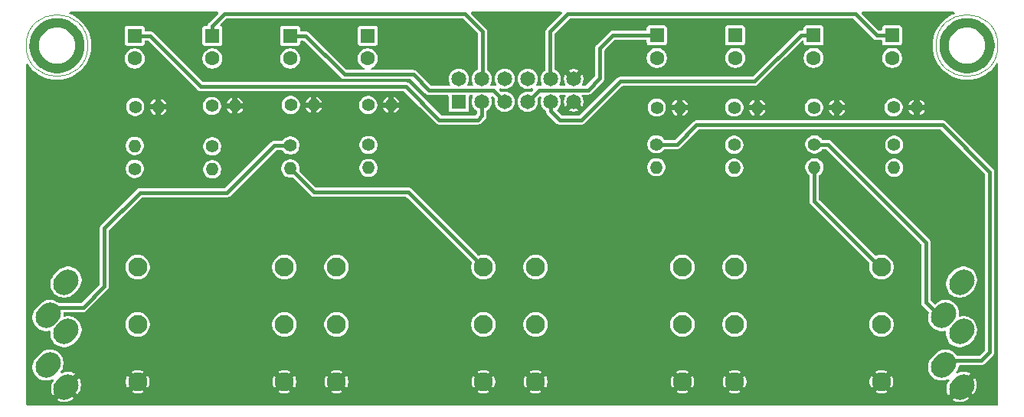
<source format=gbr>
%TF.GenerationSoftware,KiCad,Pcbnew,9.0.0*%
%TF.CreationDate,2025-03-26T11:57:41+11:00*%
%TF.ProjectId,Wing Board 4 TRS Mk IV,57696e67-2042-46f6-9172-642034205452,rev?*%
%TF.SameCoordinates,Original*%
%TF.FileFunction,Copper,L1,Top*%
%TF.FilePolarity,Positive*%
%FSLAX46Y46*%
G04 Gerber Fmt 4.6, Leading zero omitted, Abs format (unit mm)*
G04 Created by KiCad (PCBNEW 9.0.0) date 2025-03-26 11:57:41*
%MOMM*%
%LPD*%
G01*
G04 APERTURE LIST*
G04 Aperture macros list*
%AMHorizOval*
0 Thick line with rounded ends*
0 $1 width*
0 $2 $3 position (X,Y) of the first rounded end (center of the circle)*
0 $4 $5 position (X,Y) of the second rounded end (center of the circle)*
0 Add line between two ends*
20,1,$1,$2,$3,$4,$5,0*
0 Add two circle primitives to create the rounded ends*
1,1,$1,$2,$3*
1,1,$1,$4,$5*%
G04 Aperture macros list end*
%TA.AperFunction,EtchedComponent*%
%ADD10C,0.120000*%
%TD*%
%TA.AperFunction,ComponentPad*%
%ADD11R,1.600000X1.600000*%
%TD*%
%TA.AperFunction,ComponentPad*%
%ADD12C,1.600000*%
%TD*%
%TA.AperFunction,ComponentPad*%
%ADD13C,2.100000*%
%TD*%
%TA.AperFunction,ComponentPad*%
%ADD14C,1.400000*%
%TD*%
%TA.AperFunction,ComponentPad*%
%ADD15O,1.400000X1.400000*%
%TD*%
%TA.AperFunction,ComponentPad*%
%ADD16HorizOval,2.400000X-0.212132X-0.212132X0.212132X0.212132X0*%
%TD*%
%TA.AperFunction,ComponentPad*%
%ADD17R,1.650000X1.650000*%
%TD*%
%TA.AperFunction,ComponentPad*%
%ADD18C,1.650000*%
%TD*%
%TA.AperFunction,ViaPad*%
%ADD19C,0.889000*%
%TD*%
%TA.AperFunction,Conductor*%
%ADD20C,0.406400*%
%TD*%
G04 APERTURE END LIST*
D10*
%TO.C,H2*%
X107917222Y-4240000D02*
G75*
G02*
X101082778Y-4240000I-3417222J0D01*
G01*
X101082778Y-4240000D02*
G75*
G02*
X107917222Y-4240000I3417222J0D01*
G01*
%TO.C,H1*%
X7317022Y-4240000D02*
G75*
G02*
X482578Y-4240000I-3417222J0D01*
G01*
X482578Y-4240000D02*
G75*
G02*
X7317022Y-4240000I3417222J0D01*
G01*
%TD*%
D11*
%TO.P,C6,1*%
%TO.N,/3-*%
X78875467Y-3098800D03*
D12*
%TO.P,C6,2*%
%TO.N,/XH3-*%
X78875467Y-5598800D03*
%TD*%
D13*
%TO.P,J5,1,S*%
%TO.N,AGND*%
X73037200Y-41452800D03*
%TO.P,J5,2,SN*%
X56807200Y-41452800D03*
%TO.P,J5,3,R*%
%TO.N,/X3-*%
X73037200Y-35102800D03*
%TO.P,J5,4,RN*%
%TO.N,Net-(J4-RN)*%
X56807200Y-35102800D03*
%TO.P,J5,5,T*%
%TO.N,/X3+*%
X73037200Y-28752800D03*
%TO.P,J5,6,TN*%
%TO.N,Net-(J4-TN)*%
X56807200Y-28752800D03*
%TD*%
D14*
%TO.P,R6,1*%
%TO.N,/XH3-*%
X78765400Y-11099800D03*
D15*
%TO.P,R6,2*%
%TO.N,AGND*%
X81305400Y-11099800D03*
%TD*%
D14*
%TO.P,R12,1*%
%TO.N,/XH2-*%
X38328600Y-15240000D03*
D15*
%TO.P,R12,2*%
%TO.N,/X2-*%
X38328600Y-17780000D03*
%TD*%
D14*
%TO.P,R4,1*%
%TO.N,/XH2-*%
X38303200Y-10820400D03*
D15*
%TO.P,R4,2*%
%TO.N,AGND*%
X40843200Y-10820400D03*
%TD*%
D11*
%TO.P,C5,1*%
%TO.N,/3+*%
X70205600Y-3098800D03*
D12*
%TO.P,C5,2*%
%TO.N,/XH3+*%
X70205600Y-5598800D03*
%TD*%
D16*
%TO.P,J2,R*%
%TO.N,/XH2+*%
X2899800Y-34100000D03*
%TO.P,J2,RN*%
%TO.N,unconnected-(J5-PadRN)*%
X4899800Y-35900000D03*
%TO.P,J2,S*%
%TO.N,AGND*%
X4899800Y-42000000D03*
%TO.P,J2,T*%
%TO.N,/XH1+*%
X2899800Y-39600000D03*
%TO.P,J2,TN*%
%TO.N,unconnected-(J5-PadTN)*%
X4899800Y-30400000D03*
%TD*%
D14*
%TO.P,R7,1*%
%TO.N,/XH4+*%
X87579200Y-11099800D03*
D15*
%TO.P,R7,2*%
%TO.N,AGND*%
X90119200Y-11099800D03*
%TD*%
D11*
%TO.P,C7,1*%
%TO.N,/4+*%
X87545333Y-3098800D03*
D12*
%TO.P,C7,2*%
%TO.N,/XH4+*%
X87545333Y-5598800D03*
%TD*%
D13*
%TO.P,J6,1,S*%
%TO.N,AGND*%
X95037200Y-41452800D03*
%TO.P,J6,2,SN*%
X78807200Y-41452800D03*
%TO.P,J6,3,R*%
%TO.N,/X4-*%
X95037200Y-35102800D03*
%TO.P,J6,4,RN*%
%TO.N,Net-(J2-RN)*%
X78807200Y-35102800D03*
%TO.P,J6,5,T*%
%TO.N,/X4+*%
X95037200Y-28752800D03*
%TO.P,J6,6,TN*%
%TO.N,Net-(J2-TN)*%
X78807200Y-28752800D03*
%TD*%
D14*
%TO.P,R16,1*%
%TO.N,/XH4-*%
X96443800Y-15214600D03*
D15*
%TO.P,R16,2*%
%TO.N,/X4-*%
X96443800Y-17754600D03*
%TD*%
D14*
%TO.P,R11,1*%
%TO.N,/XH2+*%
X29692600Y-15290800D03*
D15*
%TO.P,R11,2*%
%TO.N,/X2+*%
X29692600Y-17830800D03*
%TD*%
D14*
%TO.P,R5,1*%
%TO.N,/XH3+*%
X70205600Y-11099800D03*
D15*
%TO.P,R5,2*%
%TO.N,AGND*%
X72745600Y-11099800D03*
%TD*%
D11*
%TO.P,C4,1*%
%TO.N,/2-*%
X38252400Y-3175000D03*
D12*
%TO.P,C4,2*%
%TO.N,/XH2-*%
X38252400Y-5675000D03*
%TD*%
D11*
%TO.P,C3,1*%
%TO.N,/2+*%
X29667200Y-3175000D03*
D12*
%TO.P,C3,2*%
%TO.N,/XH2+*%
X29667200Y-5675000D03*
%TD*%
D14*
%TO.P,R9,1*%
%TO.N,/X1+*%
X12496800Y-17881600D03*
D15*
%TO.P,R9,2*%
%TO.N,/XH1+*%
X12496800Y-15341600D03*
%TD*%
D14*
%TO.P,R1,1*%
%TO.N,/XH1+*%
X12547600Y-11023600D03*
D15*
%TO.P,R1,2*%
%TO.N,AGND*%
X15087600Y-11023600D03*
%TD*%
D13*
%TO.P,J4,1,S*%
%TO.N,AGND*%
X51037200Y-41452800D03*
%TO.P,J4,2,SN*%
X34807200Y-41452800D03*
%TO.P,J4,3,R*%
%TO.N,/X2-*%
X51037200Y-35102800D03*
%TO.P,J4,4,RN*%
%TO.N,Net-(J6-RN)*%
X34807200Y-35102800D03*
%TO.P,J4,5,T*%
%TO.N,/X2+*%
X51037200Y-28752800D03*
%TO.P,J4,6,TN*%
%TO.N,Net-(J6-TN)*%
X34807200Y-28752800D03*
%TD*%
D17*
%TO.P,J1,1,Pin_1*%
%TO.N,V+*%
X48310800Y-10464800D03*
D18*
%TO.P,J1,2,Pin_2*%
%TO.N,V-*%
X48310800Y-7924800D03*
%TO.P,J1,3,Pin_3*%
%TO.N,/1+*%
X50850800Y-10464800D03*
%TO.P,J1,4,Pin_4*%
%TO.N,/1-*%
X50850800Y-7924800D03*
%TO.P,J1,5,Pin_5*%
%TO.N,/2+*%
X53390800Y-10464800D03*
%TO.P,J1,6,Pin_6*%
%TO.N,/2-*%
X53390800Y-7924800D03*
%TO.P,J1,7,Pin_7*%
%TO.N,/3+*%
X55930800Y-10464800D03*
%TO.P,J1,8,Pin_8*%
%TO.N,/3-*%
X55930800Y-7924800D03*
%TO.P,J1,9,Pin_9*%
%TO.N,/4+*%
X58470800Y-10464800D03*
%TO.P,J1,10,Pin_10*%
%TO.N,/4-*%
X58470800Y-7924800D03*
%TO.P,J1,11,Pin_11*%
%TO.N,AGND*%
X61010800Y-10464800D03*
%TO.P,J1,12,Pin_12*%
X61010800Y-7924800D03*
%TD*%
D14*
%TO.P,R13,1*%
%TO.N,/XH3+*%
X70154800Y-15163800D03*
D15*
%TO.P,R13,2*%
%TO.N,/X3+*%
X70154800Y-17703800D03*
%TD*%
D11*
%TO.P,C8,1*%
%TO.N,/4-*%
X96215200Y-3098800D03*
D12*
%TO.P,C8,2*%
%TO.N,/XH4-*%
X96215200Y-5598800D03*
%TD*%
D14*
%TO.P,R14,1*%
%TO.N,/XH3-*%
X78765400Y-15214600D03*
D15*
%TO.P,R14,2*%
%TO.N,/X3-*%
X78765400Y-17754600D03*
%TD*%
D16*
%TO.P,J7,R*%
%TO.N,/XH4+*%
X101899800Y-34100000D03*
%TO.P,J7,RN*%
%TO.N,unconnected-(J3-PadRN)*%
X103899800Y-35900000D03*
%TO.P,J7,S*%
%TO.N,AGND*%
X103899800Y-42000000D03*
%TO.P,J7,T*%
%TO.N,/XH3+*%
X101899800Y-39600000D03*
%TO.P,J7,TN*%
%TO.N,unconnected-(J3-PadTN)*%
X103899800Y-30400000D03*
%TD*%
D13*
%TO.P,J3,1,S*%
%TO.N,AGND*%
X29037200Y-41452800D03*
%TO.P,J3,2,SN*%
X12807200Y-41452800D03*
%TO.P,J3,3,R*%
%TO.N,/X1-*%
X29037200Y-35102800D03*
%TO.P,J3,4,RN*%
%TO.N,Net-(J7-RN)*%
X12807200Y-35102800D03*
%TO.P,J3,5,T*%
%TO.N,/X1+*%
X29037200Y-28752800D03*
%TO.P,J3,6,TN*%
%TO.N,Net-(J7-TN)*%
X12807200Y-28752800D03*
%TD*%
D14*
%TO.P,R8,1*%
%TO.N,/XH4-*%
X96393000Y-11074400D03*
D15*
%TO.P,R8,2*%
%TO.N,AGND*%
X98933000Y-11074400D03*
%TD*%
D14*
%TO.P,R10,1*%
%TO.N,/XH1-*%
X21056600Y-15392400D03*
D15*
%TO.P,R10,2*%
%TO.N,/X1-*%
X21056600Y-17932400D03*
%TD*%
D14*
%TO.P,R3,1*%
%TO.N,/XH2+*%
X29743400Y-10820400D03*
D15*
%TO.P,R3,2*%
%TO.N,AGND*%
X32283400Y-10820400D03*
%TD*%
D11*
%TO.P,C2,1*%
%TO.N,/1-*%
X21082000Y-3175000D03*
D12*
%TO.P,C2,2*%
%TO.N,/XH1-*%
X21082000Y-5675000D03*
%TD*%
D11*
%TO.P,C1,1*%
%TO.N,/1+*%
X12496800Y-3175000D03*
D12*
%TO.P,C1,2*%
%TO.N,/XH1+*%
X12496800Y-5675000D03*
%TD*%
D14*
%TO.P,R15,1*%
%TO.N,/XH4+*%
X87630000Y-15189200D03*
D15*
%TO.P,R15,2*%
%TO.N,/X4+*%
X87630000Y-17729200D03*
%TD*%
D14*
%TO.P,R2,1*%
%TO.N,/XH1-*%
X21031200Y-10922000D03*
D15*
%TO.P,R2,2*%
%TO.N,AGND*%
X23571200Y-10922000D03*
%TD*%
D19*
%TO.N,AGND*%
X61518800Y-31877000D03*
X16992600Y-32334200D03*
X83896200Y-31978600D03*
X39420800Y-32207200D03*
%TD*%
D20*
%TO.N,/XH2+*%
X3802000Y-33197800D02*
X2899800Y-34100000D01*
X9144000Y-24434800D02*
X9144000Y-30861000D01*
X9144000Y-30861000D02*
X6807200Y-33197800D01*
X13055600Y-20523200D02*
X9144000Y-24434800D01*
X22682200Y-20523200D02*
X13055600Y-20523200D01*
X27889200Y-15316200D02*
X22682200Y-20523200D01*
X29718000Y-15316200D02*
X27889200Y-15316200D01*
X6807200Y-33197800D02*
X3802000Y-33197800D01*
X29692600Y-15290800D02*
X29718000Y-15316200D01*
%TO.N,/X4+*%
X87630000Y-17729200D02*
X87604600Y-17754600D01*
X87604600Y-17754600D02*
X87604600Y-21437600D01*
X87604600Y-21437600D02*
X94919800Y-28752800D01*
X94919800Y-28752800D02*
X95037200Y-28752800D01*
%TO.N,/X2+*%
X50545800Y-28261400D02*
X50537200Y-28261400D01*
X42748200Y-20472400D02*
X32334200Y-20472400D01*
X51037200Y-28752800D02*
X50545800Y-28261400D01*
X50537200Y-28261400D02*
X42748200Y-20472400D01*
X32334200Y-20472400D02*
X29692600Y-17830800D01*
%TO.N,Net-(J6-RN)*%
X34366200Y-35128200D02*
X34315400Y-35179000D01*
X34332600Y-35128200D02*
X34307200Y-35102800D01*
%TO.N,Net-(J6-TN)*%
X34358000Y-28803600D02*
X34307200Y-28752800D01*
%TO.N,/1-*%
X22436200Y-703200D02*
X21082000Y-2057400D01*
X50901600Y-7874000D02*
X50901600Y-2633600D01*
X50901600Y-2633600D02*
X48971200Y-703200D01*
X21082000Y-2057400D02*
X21082000Y-3175000D01*
X48971200Y-703200D02*
X22436200Y-703200D01*
X50850800Y-7924800D02*
X50901600Y-7874000D01*
%TO.N,/1+*%
X14164523Y-3175000D02*
X12496800Y-3175000D01*
X50850800Y-10464800D02*
X50850800Y-12014200D01*
X46151800Y-12471400D02*
X42468800Y-8788400D01*
X50850800Y-12014200D02*
X50393600Y-12471400D01*
X42468800Y-8788400D02*
X19777923Y-8788400D01*
X19777923Y-8788400D02*
X14164523Y-3175000D01*
X50393600Y-12471400D02*
X46151800Y-12471400D01*
%TO.N,/2+*%
X43281600Y-7442200D02*
X45034200Y-9194800D01*
X29946600Y-3098800D02*
X29870400Y-3175000D01*
X45034200Y-9194800D02*
X52120800Y-9194800D01*
X29870400Y-3175000D02*
X29667200Y-3175000D01*
X52120800Y-9194800D02*
X53390800Y-10464800D01*
X35661600Y-7442200D02*
X43281600Y-7442200D01*
X31419800Y-3200400D02*
X35661600Y-7442200D01*
X29692600Y-3200400D02*
X31419800Y-3200400D01*
X29667200Y-3175000D02*
X29692600Y-3200400D01*
%TO.N,/3+*%
X62585600Y-9169400D02*
X63931800Y-7823200D01*
X55930800Y-10464800D02*
X57226200Y-9169400D01*
X70143379Y-3059421D02*
X70205600Y-2997200D01*
X65368179Y-3059421D02*
X70143379Y-3059421D01*
X63931800Y-4495800D02*
X65368179Y-3059421D01*
X63931800Y-7823200D02*
X63931800Y-4495800D01*
X57226200Y-9169400D02*
X62585600Y-9169400D01*
%TO.N,/4-*%
X92176600Y-762000D02*
X94513400Y-3098800D01*
X58420000Y-2692400D02*
X60350400Y-762000D01*
X60350400Y-762000D02*
X92176600Y-762000D01*
X58470800Y-7924800D02*
X58420000Y-7874000D01*
X94513400Y-3098800D02*
X96215200Y-3098800D01*
X58420000Y-7874000D02*
X58420000Y-2692400D01*
%TO.N,/4+*%
X61899800Y-12471400D02*
X66167000Y-8204200D01*
X86119979Y-3059421D02*
X87505954Y-3059421D01*
X80975200Y-8204200D02*
X86119979Y-3059421D01*
X59461400Y-12471400D02*
X61899800Y-12471400D01*
X58470800Y-10464800D02*
X58470800Y-11480800D01*
X58470800Y-11480800D02*
X59461400Y-12471400D01*
X87505954Y-3059421D02*
X87545333Y-3098800D01*
X66167000Y-8204200D02*
X80975200Y-8204200D01*
%TO.N,/XH4+*%
X101899800Y-34600000D02*
X99949000Y-32649200D01*
X99949000Y-32649200D02*
X99949000Y-26009600D01*
X99949000Y-26009600D02*
X89103200Y-15163800D01*
X89103200Y-15163800D02*
X87655400Y-15163800D01*
X87655400Y-15163800D02*
X87630000Y-15189200D01*
%TO.N,/XH3+*%
X102409200Y-39090600D02*
X101899800Y-39600000D01*
X70154800Y-15163800D02*
X72466200Y-15163800D01*
X72466200Y-15163800D02*
X74599800Y-13030200D01*
X107010200Y-38138100D02*
X106057700Y-39090600D01*
X74599800Y-13030200D02*
X101828600Y-13030200D01*
X106057700Y-39090600D02*
X102409200Y-39090600D01*
X107010200Y-18211800D02*
X107010200Y-38138100D01*
X101828600Y-13030200D02*
X107010200Y-18211800D01*
%TD*%
%TA.AperFunction,Conductor*%
%TO.N,AGND*%
G36*
X21687449Y-520185D02*
G01*
X21733204Y-572989D01*
X21743148Y-642147D01*
X21714123Y-705703D01*
X21708091Y-712181D01*
X20675100Y-1745171D01*
X20675098Y-1745173D01*
X20673890Y-1747267D01*
X20671751Y-1750972D01*
X20621594Y-1837845D01*
X20608154Y-1861124D01*
X20576892Y-1977794D01*
X20540527Y-2037454D01*
X20477679Y-2067983D01*
X20457118Y-2069700D01*
X20236428Y-2069700D01*
X20236405Y-2069702D01*
X20210893Y-2072661D01*
X20210890Y-2072662D01*
X20106475Y-2118765D01*
X20025766Y-2199474D01*
X19979662Y-2303888D01*
X19979662Y-2303890D01*
X19976700Y-2329419D01*
X19976700Y-4020571D01*
X19976702Y-4020594D01*
X19979661Y-4046106D01*
X19979662Y-4046109D01*
X20025765Y-4150524D01*
X20025766Y-4150525D01*
X20106475Y-4231234D01*
X20210891Y-4277338D01*
X20236421Y-4280300D01*
X21927578Y-4280299D01*
X21953109Y-4277338D01*
X22057525Y-4231234D01*
X22138234Y-4150525D01*
X22184338Y-4046109D01*
X22187300Y-4020579D01*
X22187299Y-2329422D01*
X22184338Y-2303891D01*
X22138234Y-2199475D01*
X22057525Y-2118766D01*
X22038127Y-2110201D01*
X22002684Y-2094551D01*
X21949308Y-2049465D01*
X21928781Y-1982678D01*
X21947620Y-1915396D01*
X21965085Y-1893441D01*
X22610509Y-1248019D01*
X22671832Y-1214534D01*
X22698190Y-1211700D01*
X48709210Y-1211700D01*
X48776249Y-1231385D01*
X48796891Y-1248019D01*
X50356781Y-2807908D01*
X50390266Y-2869231D01*
X50393100Y-2895589D01*
X50393100Y-6813456D01*
X50373415Y-6880495D01*
X50325397Y-6923940D01*
X50258393Y-6958081D01*
X50240385Y-6971165D01*
X50114459Y-7062656D01*
X50114457Y-7062658D01*
X50114456Y-7062658D01*
X49988658Y-7188456D01*
X49988658Y-7188457D01*
X49988656Y-7188459D01*
X49945941Y-7247251D01*
X49884081Y-7332393D01*
X49803308Y-7490917D01*
X49748332Y-7660119D01*
X49725273Y-7805705D01*
X49720500Y-7835843D01*
X49720500Y-8013757D01*
X49728082Y-8061625D01*
X49748332Y-8189480D01*
X49803308Y-8358682D01*
X49878374Y-8506005D01*
X49891270Y-8574674D01*
X49864994Y-8639414D01*
X49807888Y-8679672D01*
X49767889Y-8686300D01*
X49393711Y-8686300D01*
X49326672Y-8666615D01*
X49280917Y-8613811D01*
X49270973Y-8544653D01*
X49283226Y-8506005D01*
X49318224Y-8437318D01*
X49358290Y-8358685D01*
X49413268Y-8189479D01*
X49441100Y-8013757D01*
X49441100Y-7835843D01*
X49413268Y-7660121D01*
X49381130Y-7561210D01*
X49358291Y-7490917D01*
X49277518Y-7332393D01*
X49244626Y-7287121D01*
X49172944Y-7188459D01*
X49047141Y-7062656D01*
X48903206Y-6958081D01*
X48870099Y-6941212D01*
X48744682Y-6877308D01*
X48575480Y-6822332D01*
X48487618Y-6808416D01*
X48399757Y-6794500D01*
X48221843Y-6794500D01*
X48163269Y-6803777D01*
X48046119Y-6822332D01*
X47876917Y-6877308D01*
X47718393Y-6958081D01*
X47700385Y-6971165D01*
X47574459Y-7062656D01*
X47574457Y-7062658D01*
X47574456Y-7062658D01*
X47448658Y-7188456D01*
X47448658Y-7188457D01*
X47448656Y-7188459D01*
X47405941Y-7247251D01*
X47344081Y-7332393D01*
X47263308Y-7490917D01*
X47208332Y-7660119D01*
X47185273Y-7805705D01*
X47180500Y-7835843D01*
X47180500Y-8013757D01*
X47188082Y-8061625D01*
X47208332Y-8189480D01*
X47263308Y-8358682D01*
X47338374Y-8506005D01*
X47351270Y-8574674D01*
X47324994Y-8639414D01*
X47267888Y-8679672D01*
X47227889Y-8686300D01*
X45296189Y-8686300D01*
X45229150Y-8666615D01*
X45208508Y-8649981D01*
X44410918Y-7852391D01*
X43593827Y-7035299D01*
X43535850Y-7001826D01*
X43477875Y-6968353D01*
X43413209Y-6951026D01*
X43348545Y-6933700D01*
X43348544Y-6933700D01*
X38733193Y-6933700D01*
X38666154Y-6914015D01*
X38620399Y-6861211D01*
X38610455Y-6792053D01*
X38639480Y-6728497D01*
X38676898Y-6699215D01*
X38676991Y-6699167D01*
X38831704Y-6620337D01*
X38972455Y-6518076D01*
X39095476Y-6395055D01*
X39197737Y-6254304D01*
X39276722Y-6099288D01*
X39330484Y-5933825D01*
X39335124Y-5904527D01*
X39357700Y-5761994D01*
X39357700Y-5588005D01*
X39330484Y-5416174D01*
X39310218Y-5353803D01*
X39276722Y-5250712D01*
X39197737Y-5095696D01*
X39142372Y-5019492D01*
X39095481Y-4954951D01*
X39095477Y-4954946D01*
X38972453Y-4831922D01*
X38972448Y-4831918D01*
X38831707Y-4729665D01*
X38831706Y-4729664D01*
X38831704Y-4729663D01*
X38676688Y-4650678D01*
X38633776Y-4636735D01*
X38511225Y-4596915D01*
X38339394Y-4569700D01*
X38339389Y-4569700D01*
X38165411Y-4569700D01*
X38165406Y-4569700D01*
X37993574Y-4596915D01*
X37828109Y-4650679D01*
X37673092Y-4729665D01*
X37532351Y-4831918D01*
X37532346Y-4831922D01*
X37409322Y-4954946D01*
X37409318Y-4954951D01*
X37307065Y-5095692D01*
X37228079Y-5250709D01*
X37174315Y-5416174D01*
X37147100Y-5588005D01*
X37147100Y-5761994D01*
X37174315Y-5933825D01*
X37203319Y-6023088D01*
X37228078Y-6099288D01*
X37300029Y-6240500D01*
X37307065Y-6254307D01*
X37409318Y-6395048D01*
X37409322Y-6395053D01*
X37532346Y-6518077D01*
X37532351Y-6518081D01*
X37655112Y-6607271D01*
X37673096Y-6620337D01*
X37827758Y-6699142D01*
X37827902Y-6699215D01*
X37878698Y-6747190D01*
X37895493Y-6815011D01*
X37872955Y-6881146D01*
X37818240Y-6924597D01*
X37771607Y-6933700D01*
X35923590Y-6933700D01*
X35856551Y-6914015D01*
X35835909Y-6897381D01*
X31732029Y-2793501D01*
X31732027Y-2793499D01*
X31670256Y-2757835D01*
X31616075Y-2726553D01*
X31517124Y-2700040D01*
X31486745Y-2691900D01*
X31486744Y-2691900D01*
X30896499Y-2691900D01*
X30887813Y-2689349D01*
X30878852Y-2690638D01*
X30854811Y-2679659D01*
X30829460Y-2672215D01*
X30823532Y-2665374D01*
X30815296Y-2661613D01*
X30801006Y-2639378D01*
X30783705Y-2619411D01*
X30781417Y-2608896D01*
X30777522Y-2602835D01*
X30772499Y-2567900D01*
X30772499Y-2329419D01*
X37147100Y-2329419D01*
X37147100Y-4020571D01*
X37147102Y-4020594D01*
X37150061Y-4046106D01*
X37150062Y-4046109D01*
X37196165Y-4150524D01*
X37196166Y-4150525D01*
X37276875Y-4231234D01*
X37381291Y-4277338D01*
X37406821Y-4280300D01*
X39097978Y-4280299D01*
X39123509Y-4277338D01*
X39227925Y-4231234D01*
X39308634Y-4150525D01*
X39354738Y-4046109D01*
X39357700Y-4020579D01*
X39357699Y-2329422D01*
X39354738Y-2303891D01*
X39308634Y-2199475D01*
X39227925Y-2118766D01*
X39208527Y-2110201D01*
X39123510Y-2072662D01*
X39097979Y-2069700D01*
X37406828Y-2069700D01*
X37406805Y-2069702D01*
X37381293Y-2072661D01*
X37381290Y-2072662D01*
X37276875Y-2118765D01*
X37196166Y-2199474D01*
X37150062Y-2303888D01*
X37150062Y-2303890D01*
X37147100Y-2329419D01*
X30772499Y-2329419D01*
X30772499Y-2329416D01*
X30769538Y-2303893D01*
X30769538Y-2303891D01*
X30723434Y-2199475D01*
X30642725Y-2118766D01*
X30623327Y-2110201D01*
X30538310Y-2072662D01*
X30512779Y-2069700D01*
X28821628Y-2069700D01*
X28821605Y-2069702D01*
X28796093Y-2072661D01*
X28796090Y-2072662D01*
X28691675Y-2118765D01*
X28610966Y-2199474D01*
X28564862Y-2303888D01*
X28564862Y-2303890D01*
X28561900Y-2329419D01*
X28561900Y-4020571D01*
X28561902Y-4020594D01*
X28564861Y-4046106D01*
X28564862Y-4046109D01*
X28610965Y-4150524D01*
X28610966Y-4150525D01*
X28691675Y-4231234D01*
X28796091Y-4277338D01*
X28821621Y-4280300D01*
X30512778Y-4280299D01*
X30538309Y-4277338D01*
X30642725Y-4231234D01*
X30723434Y-4150525D01*
X30769538Y-4046109D01*
X30772500Y-4020579D01*
X30772500Y-3832900D01*
X30792185Y-3765861D01*
X30844989Y-3720106D01*
X30896500Y-3708900D01*
X31157810Y-3708900D01*
X31224849Y-3728585D01*
X31245491Y-3745219D01*
X35349373Y-7849101D01*
X35465326Y-7916047D01*
X35594655Y-7950700D01*
X35728545Y-7950700D01*
X43019610Y-7950700D01*
X43086649Y-7970385D01*
X43107291Y-7987019D01*
X44627299Y-9507026D01*
X44721974Y-9601701D01*
X44837926Y-9668647D01*
X44967255Y-9703300D01*
X47056500Y-9703300D01*
X47123539Y-9722985D01*
X47169294Y-9775789D01*
X47180500Y-9827300D01*
X47180500Y-11335371D01*
X47180502Y-11335394D01*
X47183461Y-11360906D01*
X47183462Y-11360909D01*
X47229565Y-11465324D01*
X47229566Y-11465325D01*
X47310275Y-11546034D01*
X47414691Y-11592138D01*
X47440221Y-11595100D01*
X49181378Y-11595099D01*
X49206909Y-11592138D01*
X49311325Y-11546034D01*
X49392034Y-11465325D01*
X49438138Y-11360909D01*
X49441100Y-11335379D01*
X49441099Y-9827299D01*
X49460784Y-9760261D01*
X49513587Y-9714506D01*
X49565099Y-9703300D01*
X49767889Y-9703300D01*
X49834928Y-9722985D01*
X49880683Y-9775789D01*
X49890627Y-9844947D01*
X49878374Y-9883595D01*
X49803308Y-10030917D01*
X49748332Y-10200119D01*
X49739739Y-10254374D01*
X49720500Y-10375843D01*
X49720500Y-10553757D01*
X49727167Y-10595852D01*
X49748332Y-10729480D01*
X49803308Y-10898682D01*
X49851614Y-10993486D01*
X49884081Y-11057206D01*
X49988656Y-11201141D01*
X50114459Y-11326944D01*
X50258394Y-11431519D01*
X50272755Y-11438836D01*
X50274592Y-11439772D01*
X50285656Y-11450221D01*
X50299503Y-11456545D01*
X50310544Y-11473725D01*
X50325389Y-11487745D01*
X50329630Y-11503425D01*
X50337277Y-11515323D01*
X50342300Y-11550258D01*
X50342300Y-11752210D01*
X50322615Y-11819249D01*
X50305981Y-11839891D01*
X50219291Y-11926581D01*
X50157968Y-11960066D01*
X50131610Y-11962900D01*
X46413789Y-11962900D01*
X46346750Y-11943215D01*
X46326108Y-11926581D01*
X44567140Y-10167613D01*
X42781027Y-8381499D01*
X42707410Y-8338996D01*
X42665075Y-8314553D01*
X42600409Y-8297226D01*
X42535745Y-8279900D01*
X42535744Y-8279900D01*
X20039913Y-8279900D01*
X19972874Y-8260215D01*
X19952232Y-8243581D01*
X17296656Y-5588005D01*
X19976700Y-5588005D01*
X19976700Y-5761994D01*
X20003915Y-5933825D01*
X20032919Y-6023088D01*
X20057678Y-6099288D01*
X20129629Y-6240500D01*
X20136665Y-6254307D01*
X20238918Y-6395048D01*
X20238922Y-6395053D01*
X20361946Y-6518077D01*
X20361951Y-6518081D01*
X20484712Y-6607271D01*
X20502696Y-6620337D01*
X20657712Y-6699322D01*
X20760538Y-6732732D01*
X20823174Y-6753084D01*
X20995006Y-6780300D01*
X20995011Y-6780300D01*
X21168994Y-6780300D01*
X21340825Y-6753084D01*
X21506288Y-6699322D01*
X21661304Y-6620337D01*
X21802055Y-6518076D01*
X21925076Y-6395055D01*
X22027337Y-6254304D01*
X22106322Y-6099288D01*
X22160084Y-5933825D01*
X22164724Y-5904527D01*
X22187300Y-5761994D01*
X22187300Y-5588005D01*
X28561900Y-5588005D01*
X28561900Y-5761994D01*
X28589115Y-5933825D01*
X28618119Y-6023088D01*
X28642878Y-6099288D01*
X28714829Y-6240500D01*
X28721865Y-6254307D01*
X28824118Y-6395048D01*
X28824122Y-6395053D01*
X28947146Y-6518077D01*
X28947151Y-6518081D01*
X29069912Y-6607271D01*
X29087896Y-6620337D01*
X29242912Y-6699322D01*
X29345738Y-6732732D01*
X29408374Y-6753084D01*
X29580206Y-6780300D01*
X29580211Y-6780300D01*
X29754194Y-6780300D01*
X29926025Y-6753084D01*
X30091488Y-6699322D01*
X30246504Y-6620337D01*
X30387255Y-6518076D01*
X30510276Y-6395055D01*
X30612537Y-6254304D01*
X30691522Y-6099288D01*
X30745284Y-5933825D01*
X30749924Y-5904527D01*
X30772500Y-5761994D01*
X30772500Y-5588005D01*
X30745284Y-5416174D01*
X30725018Y-5353803D01*
X30691522Y-5250712D01*
X30612537Y-5095696D01*
X30557172Y-5019492D01*
X30510281Y-4954951D01*
X30510277Y-4954946D01*
X30387253Y-4831922D01*
X30387248Y-4831918D01*
X30246507Y-4729665D01*
X30246506Y-4729664D01*
X30246504Y-4729663D01*
X30091488Y-4650678D01*
X30048576Y-4636735D01*
X29926025Y-4596915D01*
X29754194Y-4569700D01*
X29754189Y-4569700D01*
X29580211Y-4569700D01*
X29580206Y-4569700D01*
X29408374Y-4596915D01*
X29242909Y-4650679D01*
X29087892Y-4729665D01*
X28947151Y-4831918D01*
X28947146Y-4831922D01*
X28824122Y-4954946D01*
X28824118Y-4954951D01*
X28721865Y-5095692D01*
X28642879Y-5250709D01*
X28589115Y-5416174D01*
X28561900Y-5588005D01*
X22187300Y-5588005D01*
X22160084Y-5416174D01*
X22139818Y-5353803D01*
X22106322Y-5250712D01*
X22027337Y-5095696D01*
X21971972Y-5019492D01*
X21925081Y-4954951D01*
X21925077Y-4954946D01*
X21802053Y-4831922D01*
X21802048Y-4831918D01*
X21661307Y-4729665D01*
X21661306Y-4729664D01*
X21661304Y-4729663D01*
X21506288Y-4650678D01*
X21463376Y-4636735D01*
X21340825Y-4596915D01*
X21168994Y-4569700D01*
X21168989Y-4569700D01*
X20995011Y-4569700D01*
X20995006Y-4569700D01*
X20823174Y-4596915D01*
X20657709Y-4650679D01*
X20502692Y-4729665D01*
X20361951Y-4831918D01*
X20361946Y-4831922D01*
X20238922Y-4954946D01*
X20238918Y-4954951D01*
X20136665Y-5095692D01*
X20057679Y-5250709D01*
X20003915Y-5416174D01*
X19976700Y-5588005D01*
X17296656Y-5588005D01*
X14476752Y-2768101D01*
X14476750Y-2768099D01*
X14404791Y-2726553D01*
X14360798Y-2701153D01*
X14280579Y-2679659D01*
X14231468Y-2666500D01*
X14231467Y-2666500D01*
X13726099Y-2666500D01*
X13659060Y-2646815D01*
X13613305Y-2594011D01*
X13602099Y-2542500D01*
X13602099Y-2329428D01*
X13602099Y-2329422D01*
X13599138Y-2303891D01*
X13553034Y-2199475D01*
X13472325Y-2118766D01*
X13452927Y-2110201D01*
X13367910Y-2072662D01*
X13342379Y-2069700D01*
X11651228Y-2069700D01*
X11651205Y-2069702D01*
X11625693Y-2072661D01*
X11625690Y-2072662D01*
X11521275Y-2118765D01*
X11440566Y-2199474D01*
X11394462Y-2303888D01*
X11394462Y-2303890D01*
X11391500Y-2329419D01*
X11391500Y-4020571D01*
X11391502Y-4020594D01*
X11394461Y-4046106D01*
X11394462Y-4046109D01*
X11440565Y-4150524D01*
X11440566Y-4150525D01*
X11521275Y-4231234D01*
X11625691Y-4277338D01*
X11651221Y-4280300D01*
X13342378Y-4280299D01*
X13367909Y-4277338D01*
X13472325Y-4231234D01*
X13553034Y-4150525D01*
X13599138Y-4046109D01*
X13602100Y-4020579D01*
X13602100Y-3807500D01*
X13604650Y-3798814D01*
X13603362Y-3789853D01*
X13614340Y-3765812D01*
X13621785Y-3740461D01*
X13628625Y-3734533D01*
X13632387Y-3726297D01*
X13654621Y-3712007D01*
X13674589Y-3694706D01*
X13685103Y-3692418D01*
X13691165Y-3688523D01*
X13726100Y-3683500D01*
X13902533Y-3683500D01*
X13969572Y-3703185D01*
X13990214Y-3719819D01*
X19465696Y-9195301D01*
X19580756Y-9261731D01*
X19580774Y-9261750D01*
X19580778Y-9261744D01*
X19580780Y-9261745D01*
X19581649Y-9262247D01*
X19710978Y-9296900D01*
X42206810Y-9296900D01*
X42273849Y-9316585D01*
X42294491Y-9333219D01*
X44030951Y-11069678D01*
X45744899Y-12783626D01*
X45839574Y-12878301D01*
X45955526Y-12945247D01*
X46084855Y-12979900D01*
X46084857Y-12979900D01*
X50460543Y-12979900D01*
X50460545Y-12979900D01*
X50589874Y-12945247D01*
X50705827Y-12878301D01*
X51257701Y-12326427D01*
X51324647Y-12210474D01*
X51359300Y-12081145D01*
X51359300Y-11550258D01*
X51378985Y-11483219D01*
X51427008Y-11439772D01*
X51428845Y-11438836D01*
X51443206Y-11431519D01*
X51587141Y-11326944D01*
X51712944Y-11201141D01*
X51817519Y-11057206D01*
X51898290Y-10898685D01*
X51953268Y-10729479D01*
X51981100Y-10553757D01*
X51981100Y-10375843D01*
X51953268Y-10200121D01*
X51918950Y-10094500D01*
X51898291Y-10030917D01*
X51896794Y-10027303D01*
X51895587Y-10016093D01*
X51890185Y-10006199D01*
X51891917Y-9981979D01*
X51889319Y-9957834D01*
X51894364Y-9947751D01*
X51895169Y-9936507D01*
X51909720Y-9917069D01*
X51920589Y-9895352D01*
X51930285Y-9889597D01*
X51937041Y-9880574D01*
X51959789Y-9872089D01*
X51980675Y-9859695D01*
X51991942Y-9860096D01*
X52002505Y-9856157D01*
X52026230Y-9861318D01*
X52050501Y-9862183D01*
X52061534Y-9868998D01*
X52070778Y-9871009D01*
X52099032Y-9892160D01*
X52263700Y-10056828D01*
X52297185Y-10118151D01*
X52293952Y-10182821D01*
X52288334Y-10200114D01*
X52288330Y-10200127D01*
X52263203Y-10358779D01*
X52260500Y-10375843D01*
X52260500Y-10553757D01*
X52267167Y-10595852D01*
X52288332Y-10729480D01*
X52343308Y-10898682D01*
X52391614Y-10993486D01*
X52424081Y-11057206D01*
X52528656Y-11201141D01*
X52654459Y-11326944D01*
X52798394Y-11431519D01*
X52933107Y-11500159D01*
X52956917Y-11512291D01*
X53011861Y-11530143D01*
X53126121Y-11567268D01*
X53301843Y-11595100D01*
X53301844Y-11595100D01*
X53479756Y-11595100D01*
X53479757Y-11595100D01*
X53655479Y-11567268D01*
X53824685Y-11512290D01*
X53983206Y-11431519D01*
X54127141Y-11326944D01*
X54252944Y-11201141D01*
X54357519Y-11057206D01*
X54438290Y-10898685D01*
X54493268Y-10729479D01*
X54521100Y-10553757D01*
X54521100Y-10375843D01*
X54493268Y-10200121D01*
X54458950Y-10094500D01*
X54438291Y-10030917D01*
X54398224Y-9952282D01*
X54357519Y-9872394D01*
X54252944Y-9728459D01*
X54127141Y-9602656D01*
X53983206Y-9498081D01*
X53824682Y-9417308D01*
X53655480Y-9362332D01*
X53567618Y-9348416D01*
X53479757Y-9334500D01*
X53301843Y-9334500D01*
X53281639Y-9337700D01*
X53126127Y-9362330D01*
X53126114Y-9362334D01*
X53108821Y-9367952D01*
X53093610Y-9368385D01*
X53079355Y-9373703D01*
X53059398Y-9369361D01*
X53038980Y-9369944D01*
X53024894Y-9361855D01*
X53011082Y-9358851D01*
X52982828Y-9337700D01*
X52818160Y-9173032D01*
X52784675Y-9111709D01*
X52789659Y-9042017D01*
X52831531Y-8986084D01*
X52896995Y-8961667D01*
X52953303Y-8970794D01*
X52956917Y-8972291D01*
X53041518Y-8999779D01*
X53126121Y-9027268D01*
X53301843Y-9055100D01*
X53301844Y-9055100D01*
X53479756Y-9055100D01*
X53479757Y-9055100D01*
X53655479Y-9027268D01*
X53824685Y-8972290D01*
X53983206Y-8891519D01*
X54127141Y-8786944D01*
X54252944Y-8661141D01*
X54357519Y-8517206D01*
X54438290Y-8358685D01*
X54493268Y-8189479D01*
X54521100Y-8013757D01*
X54521100Y-7835843D01*
X54493268Y-7660121D01*
X54461130Y-7561210D01*
X54438291Y-7490917D01*
X54357518Y-7332393D01*
X54324626Y-7287121D01*
X54252944Y-7188459D01*
X54127141Y-7062656D01*
X53983206Y-6958081D01*
X53950099Y-6941212D01*
X53824682Y-6877308D01*
X53655480Y-6822332D01*
X53567618Y-6808416D01*
X53479757Y-6794500D01*
X53301843Y-6794500D01*
X53243269Y-6803777D01*
X53126119Y-6822332D01*
X52956917Y-6877308D01*
X52798393Y-6958081D01*
X52780385Y-6971165D01*
X52654459Y-7062656D01*
X52654457Y-7062658D01*
X52654456Y-7062658D01*
X52528658Y-7188456D01*
X52528658Y-7188457D01*
X52528656Y-7188459D01*
X52485941Y-7247251D01*
X52424081Y-7332393D01*
X52343308Y-7490917D01*
X52288332Y-7660119D01*
X52265273Y-7805705D01*
X52260500Y-7835843D01*
X52260500Y-8013757D01*
X52268082Y-8061625D01*
X52288332Y-8189480D01*
X52343308Y-8358682D01*
X52424082Y-8517208D01*
X52427946Y-8522527D01*
X52451421Y-8588335D01*
X52435592Y-8656388D01*
X52385483Y-8705079D01*
X52317004Y-8718950D01*
X52295536Y-8715182D01*
X52187745Y-8686300D01*
X52187744Y-8686300D01*
X51933711Y-8686300D01*
X51866672Y-8666615D01*
X51820917Y-8613811D01*
X51810973Y-8544653D01*
X51823226Y-8506005D01*
X51858224Y-8437318D01*
X51898290Y-8358685D01*
X51953268Y-8189479D01*
X51981100Y-8013757D01*
X51981100Y-7835843D01*
X51953268Y-7660121D01*
X51921130Y-7561210D01*
X51898291Y-7490917D01*
X51817518Y-7332393D01*
X51784626Y-7287121D01*
X51712944Y-7188459D01*
X51587141Y-7062656D01*
X51461213Y-6971164D01*
X51418549Y-6915835D01*
X51410100Y-6870847D01*
X51410100Y-2566657D01*
X51410100Y-2566655D01*
X51375447Y-2437326D01*
X51308501Y-2321374D01*
X51213826Y-2226699D01*
X50552989Y-1565862D01*
X49699309Y-712181D01*
X49665824Y-650858D01*
X49670808Y-581166D01*
X49712680Y-525233D01*
X49778144Y-500816D01*
X49786990Y-500500D01*
X59593411Y-500500D01*
X59660450Y-520185D01*
X59706205Y-572989D01*
X59716149Y-642147D01*
X59687124Y-705703D01*
X59681092Y-712181D01*
X58013101Y-2380170D01*
X58013099Y-2380173D01*
X57964527Y-2464301D01*
X57964526Y-2464301D01*
X57946154Y-2496123D01*
X57946153Y-2496126D01*
X57911500Y-2625455D01*
X57911500Y-6870847D01*
X57891815Y-6937886D01*
X57860387Y-6971163D01*
X57772853Y-7034760D01*
X57734456Y-7062658D01*
X57608658Y-7188456D01*
X57608658Y-7188457D01*
X57608656Y-7188459D01*
X57565941Y-7247251D01*
X57504081Y-7332393D01*
X57423308Y-7490917D01*
X57368332Y-7660119D01*
X57345273Y-7805705D01*
X57340500Y-7835843D01*
X57340500Y-8013757D01*
X57348082Y-8061625D01*
X57368332Y-8189480D01*
X57423308Y-8358682D01*
X57485432Y-8480605D01*
X57498328Y-8549274D01*
X57472052Y-8614014D01*
X57414946Y-8654272D01*
X57374947Y-8660900D01*
X57159255Y-8660900D01*
X57040361Y-8692757D01*
X56970511Y-8691094D01*
X56912649Y-8651931D01*
X56885145Y-8587702D01*
X56896732Y-8518800D01*
X56897783Y-8516687D01*
X56938224Y-8437318D01*
X56978290Y-8358685D01*
X57033268Y-8189479D01*
X57061100Y-8013757D01*
X57061100Y-7835843D01*
X57033268Y-7660121D01*
X57001130Y-7561210D01*
X56978291Y-7490917D01*
X56897518Y-7332393D01*
X56864626Y-7287121D01*
X56792944Y-7188459D01*
X56667141Y-7062656D01*
X56523206Y-6958081D01*
X56490099Y-6941212D01*
X56364682Y-6877308D01*
X56195480Y-6822332D01*
X56107618Y-6808416D01*
X56019757Y-6794500D01*
X55841843Y-6794500D01*
X55783269Y-6803777D01*
X55666119Y-6822332D01*
X55496917Y-6877308D01*
X55338393Y-6958081D01*
X55320385Y-6971165D01*
X55194459Y-7062656D01*
X55194457Y-7062658D01*
X55194456Y-7062658D01*
X55068658Y-7188456D01*
X55068658Y-7188457D01*
X55068656Y-7188459D01*
X55025941Y-7247251D01*
X54964081Y-7332393D01*
X54883308Y-7490917D01*
X54828332Y-7660119D01*
X54805273Y-7805705D01*
X54800500Y-7835843D01*
X54800500Y-8013757D01*
X54808082Y-8061625D01*
X54828332Y-8189480D01*
X54883308Y-8358682D01*
X54894934Y-8381499D01*
X54964081Y-8517206D01*
X55068656Y-8661141D01*
X55194459Y-8786944D01*
X55338394Y-8891519D01*
X55481010Y-8964186D01*
X55496917Y-8972291D01*
X55581518Y-8999779D01*
X55666121Y-9027268D01*
X55841843Y-9055100D01*
X55841844Y-9055100D01*
X56019756Y-9055100D01*
X56019757Y-9055100D01*
X56195479Y-9027268D01*
X56364685Y-8972290D01*
X56364694Y-8972285D01*
X56368291Y-8970796D01*
X56379502Y-8969589D01*
X56389398Y-8964186D01*
X56413617Y-8965918D01*
X56437760Y-8963320D01*
X56447842Y-8968365D01*
X56459090Y-8969170D01*
X56478528Y-8983721D01*
X56500242Y-8994588D01*
X56505996Y-9004284D01*
X56515023Y-9011042D01*
X56523507Y-9033790D01*
X56535901Y-9054673D01*
X56535499Y-9065941D01*
X56539440Y-9076506D01*
X56534279Y-9100230D01*
X56533415Y-9124499D01*
X56526599Y-9135533D01*
X56524588Y-9144779D01*
X56503438Y-9173032D01*
X56338770Y-9337700D01*
X56277447Y-9371185D01*
X56212772Y-9367950D01*
X56195481Y-9362332D01*
X56195482Y-9362332D01*
X56063687Y-9341458D01*
X56019757Y-9334500D01*
X55841843Y-9334500D01*
X55783269Y-9343777D01*
X55666119Y-9362332D01*
X55496917Y-9417308D01*
X55338393Y-9498081D01*
X55256273Y-9557745D01*
X55194459Y-9602656D01*
X55194457Y-9602658D01*
X55194456Y-9602658D01*
X55068658Y-9728456D01*
X55068658Y-9728457D01*
X55068656Y-9728459D01*
X55034269Y-9775789D01*
X54964081Y-9872393D01*
X54883308Y-10030917D01*
X54828332Y-10200119D01*
X54819739Y-10254374D01*
X54800500Y-10375843D01*
X54800500Y-10553757D01*
X54807167Y-10595852D01*
X54828332Y-10729480D01*
X54883308Y-10898682D01*
X54931614Y-10993486D01*
X54964081Y-11057206D01*
X55068656Y-11201141D01*
X55194459Y-11326944D01*
X55338394Y-11431519D01*
X55473107Y-11500159D01*
X55496917Y-11512291D01*
X55551861Y-11530143D01*
X55666121Y-11567268D01*
X55841843Y-11595100D01*
X55841844Y-11595100D01*
X56019756Y-11595100D01*
X56019757Y-11595100D01*
X56195479Y-11567268D01*
X56364685Y-11512290D01*
X56523206Y-11431519D01*
X56667141Y-11326944D01*
X56792944Y-11201141D01*
X56897519Y-11057206D01*
X56978290Y-10898685D01*
X57033268Y-10729479D01*
X57061100Y-10553757D01*
X57061100Y-10375843D01*
X57033268Y-10200121D01*
X57032810Y-10198710D01*
X57027649Y-10182825D01*
X57027214Y-10167613D01*
X57021896Y-10153354D01*
X57026237Y-10133398D01*
X57025654Y-10112984D01*
X57033742Y-10098897D01*
X57036748Y-10085081D01*
X57057892Y-10056834D01*
X57222570Y-9892157D01*
X57283890Y-9858675D01*
X57353582Y-9863659D01*
X57409515Y-9905531D01*
X57433932Y-9970995D01*
X57424810Y-10027291D01*
X57423310Y-10030911D01*
X57368332Y-10200119D01*
X57359739Y-10254374D01*
X57340500Y-10375843D01*
X57340500Y-10553757D01*
X57347167Y-10595852D01*
X57368332Y-10729480D01*
X57423308Y-10898682D01*
X57471614Y-10993486D01*
X57504081Y-11057206D01*
X57608656Y-11201141D01*
X57734459Y-11326944D01*
X57878394Y-11431519D01*
X57892755Y-11438836D01*
X57894592Y-11439772D01*
X57945389Y-11487745D01*
X57959501Y-11539913D01*
X57961239Y-11539685D01*
X57962300Y-11547744D01*
X57962300Y-11547745D01*
X57965965Y-11561423D01*
X57996953Y-11677075D01*
X58022596Y-11721489D01*
X58063899Y-11793027D01*
X59149173Y-12878301D01*
X59265126Y-12945247D01*
X59394455Y-12979900D01*
X59394457Y-12979900D01*
X61966743Y-12979900D01*
X61966745Y-12979900D01*
X62096074Y-12945247D01*
X62212027Y-12878301D01*
X64089546Y-11000782D01*
X69200300Y-11000782D01*
X69200300Y-11198817D01*
X69238931Y-11393027D01*
X69238933Y-11393035D01*
X69314713Y-11575985D01*
X69314718Y-11575994D01*
X69424732Y-11740640D01*
X69424735Y-11740644D01*
X69564755Y-11880664D01*
X69564759Y-11880667D01*
X69729405Y-11990681D01*
X69729414Y-11990686D01*
X69770858Y-12007852D01*
X69912365Y-12066467D01*
X70106582Y-12105099D01*
X70106586Y-12105100D01*
X70106587Y-12105100D01*
X70304614Y-12105100D01*
X70304615Y-12105099D01*
X70498835Y-12066467D01*
X70681788Y-11990685D01*
X70846441Y-11880667D01*
X70986467Y-11740641D01*
X71096485Y-11575988D01*
X71162216Y-11417300D01*
X71844511Y-11417300D01*
X71900174Y-11551686D01*
X71900176Y-11551689D01*
X72004576Y-11707935D01*
X72004582Y-11707943D01*
X72137456Y-11840817D01*
X72137464Y-11840823D01*
X72293710Y-11945223D01*
X72293713Y-11945225D01*
X72428099Y-12000889D01*
X72428100Y-12000889D01*
X73063100Y-12000889D01*
X73197486Y-11945225D01*
X73197489Y-11945223D01*
X73353735Y-11840823D01*
X73353743Y-11840817D01*
X73486617Y-11707943D01*
X73486623Y-11707935D01*
X73591023Y-11551689D01*
X73591025Y-11551686D01*
X73646689Y-11417300D01*
X73063100Y-11417300D01*
X73063100Y-12000889D01*
X72428100Y-12000889D01*
X72428100Y-11417300D01*
X71844511Y-11417300D01*
X71162216Y-11417300D01*
X71172267Y-11393035D01*
X71210900Y-11198813D01*
X71210900Y-11053722D01*
X72395600Y-11053722D01*
X72395600Y-11145878D01*
X72419452Y-11234895D01*
X72465530Y-11314705D01*
X72530695Y-11379870D01*
X72610505Y-11425948D01*
X72699522Y-11449800D01*
X72791678Y-11449800D01*
X72880695Y-11425948D01*
X72960505Y-11379870D01*
X73025670Y-11314705D01*
X73071748Y-11234895D01*
X73095600Y-11145878D01*
X73095600Y-11053722D01*
X73081415Y-11000782D01*
X77760100Y-11000782D01*
X77760100Y-11198817D01*
X77798731Y-11393027D01*
X77798733Y-11393035D01*
X77874513Y-11575985D01*
X77874518Y-11575994D01*
X77984532Y-11740640D01*
X77984535Y-11740644D01*
X78124555Y-11880664D01*
X78124559Y-11880667D01*
X78289205Y-11990681D01*
X78289214Y-11990686D01*
X78330658Y-12007852D01*
X78472165Y-12066467D01*
X78666382Y-12105099D01*
X78666386Y-12105100D01*
X78666387Y-12105100D01*
X78864414Y-12105100D01*
X78864415Y-12105099D01*
X79058635Y-12066467D01*
X79241588Y-11990685D01*
X79406241Y-11880667D01*
X79546267Y-11740641D01*
X79656285Y-11575988D01*
X79722016Y-11417300D01*
X80404311Y-11417300D01*
X80459974Y-11551686D01*
X80459976Y-11551689D01*
X80564376Y-11707935D01*
X80564382Y-11707943D01*
X80697256Y-11840817D01*
X80697264Y-11840823D01*
X80853510Y-11945223D01*
X80853513Y-11945225D01*
X80987899Y-12000889D01*
X80987900Y-12000889D01*
X81622900Y-12000889D01*
X81757286Y-11945225D01*
X81757289Y-11945223D01*
X81913535Y-11840823D01*
X81913543Y-11840817D01*
X82046417Y-11707943D01*
X82046423Y-11707935D01*
X82150823Y-11551689D01*
X82150825Y-11551686D01*
X82206489Y-11417300D01*
X81622900Y-11417300D01*
X81622900Y-12000889D01*
X80987900Y-12000889D01*
X80987900Y-11417300D01*
X80404311Y-11417300D01*
X79722016Y-11417300D01*
X79732067Y-11393035D01*
X79770700Y-11198813D01*
X79770700Y-11053722D01*
X80955400Y-11053722D01*
X80955400Y-11145878D01*
X80979252Y-11234895D01*
X81025330Y-11314705D01*
X81090495Y-11379870D01*
X81170305Y-11425948D01*
X81259322Y-11449800D01*
X81351478Y-11449800D01*
X81440495Y-11425948D01*
X81520305Y-11379870D01*
X81585470Y-11314705D01*
X81631548Y-11234895D01*
X81655400Y-11145878D01*
X81655400Y-11053722D01*
X81641215Y-11000782D01*
X86573900Y-11000782D01*
X86573900Y-11198817D01*
X86612531Y-11393027D01*
X86612533Y-11393035D01*
X86688313Y-11575985D01*
X86688318Y-11575994D01*
X86798332Y-11740640D01*
X86798335Y-11740644D01*
X86938355Y-11880664D01*
X86938359Y-11880667D01*
X87103005Y-11990681D01*
X87103014Y-11990686D01*
X87144458Y-12007852D01*
X87285965Y-12066467D01*
X87480182Y-12105099D01*
X87480186Y-12105100D01*
X87480187Y-12105100D01*
X87678214Y-12105100D01*
X87678215Y-12105099D01*
X87872435Y-12066467D01*
X88055388Y-11990685D01*
X88220041Y-11880667D01*
X88360067Y-11740641D01*
X88470085Y-11575988D01*
X88535816Y-11417300D01*
X89218111Y-11417300D01*
X89273774Y-11551686D01*
X89273776Y-11551689D01*
X89378176Y-11707935D01*
X89378182Y-11707943D01*
X89511056Y-11840817D01*
X89511064Y-11840823D01*
X89667310Y-11945223D01*
X89667313Y-11945225D01*
X89801699Y-12000889D01*
X89801700Y-12000889D01*
X90436700Y-12000889D01*
X90571086Y-11945225D01*
X90571089Y-11945223D01*
X90727335Y-11840823D01*
X90727343Y-11840817D01*
X90860217Y-11707943D01*
X90860223Y-11707935D01*
X90964623Y-11551689D01*
X90964625Y-11551686D01*
X91020289Y-11417300D01*
X90436700Y-11417300D01*
X90436700Y-12000889D01*
X89801700Y-12000889D01*
X89801700Y-11417300D01*
X89218111Y-11417300D01*
X88535816Y-11417300D01*
X88545867Y-11393035D01*
X88584500Y-11198813D01*
X88584500Y-11053722D01*
X89769200Y-11053722D01*
X89769200Y-11145878D01*
X89793052Y-11234895D01*
X89839130Y-11314705D01*
X89904295Y-11379870D01*
X89984105Y-11425948D01*
X90073122Y-11449800D01*
X90165278Y-11449800D01*
X90254295Y-11425948D01*
X90334105Y-11379870D01*
X90399270Y-11314705D01*
X90445348Y-11234895D01*
X90469200Y-11145878D01*
X90469200Y-11053722D01*
X90448209Y-10975382D01*
X95387700Y-10975382D01*
X95387700Y-11173417D01*
X95426331Y-11367627D01*
X95426333Y-11367635D01*
X95502113Y-11550585D01*
X95502118Y-11550594D01*
X95612132Y-11715240D01*
X95612135Y-11715244D01*
X95752155Y-11855264D01*
X95752159Y-11855267D01*
X95916805Y-11965281D01*
X95916814Y-11965286D01*
X95958258Y-11982452D01*
X96099765Y-12041067D01*
X96293982Y-12079699D01*
X96293986Y-12079700D01*
X96293987Y-12079700D01*
X96492014Y-12079700D01*
X96492015Y-12079699D01*
X96686235Y-12041067D01*
X96869188Y-11965285D01*
X97033841Y-11855267D01*
X97173867Y-11715241D01*
X97283885Y-11550588D01*
X97349616Y-11391900D01*
X98031911Y-11391900D01*
X98087574Y-11526286D01*
X98087576Y-11526289D01*
X98191976Y-11682535D01*
X98191982Y-11682543D01*
X98324856Y-11815417D01*
X98324864Y-11815423D01*
X98481110Y-11919823D01*
X98481113Y-11919825D01*
X98615499Y-11975489D01*
X98615500Y-11975489D01*
X99250500Y-11975489D01*
X99384886Y-11919825D01*
X99384889Y-11919823D01*
X99541135Y-11815423D01*
X99541143Y-11815417D01*
X99674017Y-11682543D01*
X99674023Y-11682535D01*
X99778423Y-11526289D01*
X99778425Y-11526286D01*
X99834089Y-11391900D01*
X99250500Y-11391900D01*
X99250500Y-11975489D01*
X98615500Y-11975489D01*
X98615500Y-11391900D01*
X98031911Y-11391900D01*
X97349616Y-11391900D01*
X97359667Y-11367635D01*
X97398300Y-11173413D01*
X97398300Y-11028322D01*
X98583000Y-11028322D01*
X98583000Y-11120478D01*
X98606852Y-11209495D01*
X98652930Y-11289305D01*
X98718095Y-11354470D01*
X98797905Y-11400548D01*
X98886922Y-11424400D01*
X98979078Y-11424400D01*
X99068095Y-11400548D01*
X99147905Y-11354470D01*
X99213070Y-11289305D01*
X99259148Y-11209495D01*
X99283000Y-11120478D01*
X99283000Y-11028322D01*
X99259148Y-10939305D01*
X99213070Y-10859495D01*
X99147905Y-10794330D01*
X99083074Y-10756900D01*
X99250500Y-10756900D01*
X99834089Y-10756900D01*
X99834089Y-10756899D01*
X99778425Y-10622513D01*
X99778423Y-10622510D01*
X99674023Y-10466264D01*
X99674017Y-10466256D01*
X99541143Y-10333382D01*
X99541139Y-10333379D01*
X99384894Y-10228979D01*
X99384884Y-10228974D01*
X99250500Y-10173310D01*
X99250500Y-10756900D01*
X99083074Y-10756900D01*
X99068095Y-10748252D01*
X98979078Y-10724400D01*
X98886922Y-10724400D01*
X98797905Y-10748252D01*
X98718095Y-10794330D01*
X98652930Y-10859495D01*
X98606852Y-10939305D01*
X98583000Y-11028322D01*
X97398300Y-11028322D01*
X97398300Y-10975387D01*
X97383043Y-10898685D01*
X97362395Y-10794878D01*
X97362393Y-10794872D01*
X97359667Y-10781165D01*
X97349616Y-10756899D01*
X98031910Y-10756899D01*
X98031911Y-10756900D01*
X98615500Y-10756900D01*
X98615500Y-10173310D01*
X98615499Y-10173310D01*
X98481115Y-10228974D01*
X98481105Y-10228979D01*
X98324860Y-10333379D01*
X98324856Y-10333382D01*
X98191982Y-10466256D01*
X98191976Y-10466264D01*
X98087576Y-10622510D01*
X98087574Y-10622513D01*
X98031910Y-10756899D01*
X97349616Y-10756899D01*
X97283885Y-10598212D01*
X97283884Y-10598211D01*
X97283881Y-10598205D01*
X97173867Y-10433559D01*
X97173864Y-10433555D01*
X97033844Y-10293535D01*
X97033840Y-10293532D01*
X96869194Y-10183518D01*
X96869185Y-10183513D01*
X96686235Y-10107733D01*
X96686227Y-10107731D01*
X96492017Y-10069100D01*
X96492013Y-10069100D01*
X96293987Y-10069100D01*
X96293982Y-10069100D01*
X96099772Y-10107731D01*
X96099764Y-10107733D01*
X95916814Y-10183513D01*
X95916805Y-10183518D01*
X95752159Y-10293532D01*
X95752155Y-10293535D01*
X95612135Y-10433555D01*
X95612132Y-10433559D01*
X95502118Y-10598205D01*
X95502113Y-10598214D01*
X95426333Y-10781164D01*
X95426331Y-10781172D01*
X95387700Y-10975382D01*
X90448209Y-10975382D01*
X90445348Y-10964705D01*
X90399270Y-10884895D01*
X90334105Y-10819730D01*
X90269274Y-10782300D01*
X90436700Y-10782300D01*
X91020289Y-10782300D01*
X91020289Y-10782299D01*
X90964625Y-10647913D01*
X90964623Y-10647910D01*
X90860223Y-10491664D01*
X90860217Y-10491656D01*
X90727343Y-10358782D01*
X90727339Y-10358779D01*
X90571094Y-10254379D01*
X90571084Y-10254374D01*
X90436700Y-10198710D01*
X90436700Y-10782300D01*
X90269274Y-10782300D01*
X90254295Y-10773652D01*
X90165278Y-10749800D01*
X90073122Y-10749800D01*
X89984105Y-10773652D01*
X89904295Y-10819730D01*
X89839130Y-10884895D01*
X89793052Y-10964705D01*
X89769200Y-11053722D01*
X88584500Y-11053722D01*
X88584500Y-11000787D01*
X88583048Y-10993486D01*
X88548595Y-10820278D01*
X88548593Y-10820272D01*
X88545867Y-10806565D01*
X88535816Y-10782299D01*
X89218110Y-10782299D01*
X89218111Y-10782300D01*
X89801700Y-10782300D01*
X89801700Y-10198710D01*
X89801699Y-10198710D01*
X89667315Y-10254374D01*
X89667305Y-10254379D01*
X89511060Y-10358779D01*
X89511056Y-10358782D01*
X89378182Y-10491656D01*
X89378176Y-10491664D01*
X89273776Y-10647910D01*
X89273774Y-10647913D01*
X89218110Y-10782299D01*
X88535816Y-10782299D01*
X88477673Y-10641930D01*
X88470086Y-10623614D01*
X88470081Y-10623605D01*
X88360067Y-10458959D01*
X88360064Y-10458955D01*
X88220044Y-10318935D01*
X88220040Y-10318932D01*
X88055394Y-10208918D01*
X88055385Y-10208913D01*
X87872435Y-10133133D01*
X87872427Y-10133131D01*
X87678217Y-10094500D01*
X87678213Y-10094500D01*
X87480187Y-10094500D01*
X87480182Y-10094500D01*
X87285972Y-10133131D01*
X87285964Y-10133133D01*
X87103014Y-10208913D01*
X87103005Y-10208918D01*
X86938359Y-10318932D01*
X86938355Y-10318935D01*
X86798335Y-10458955D01*
X86798332Y-10458959D01*
X86688318Y-10623605D01*
X86688313Y-10623614D01*
X86612533Y-10806564D01*
X86612531Y-10806572D01*
X86573900Y-11000782D01*
X81641215Y-11000782D01*
X81631548Y-10964705D01*
X81585470Y-10884895D01*
X81520305Y-10819730D01*
X81455474Y-10782300D01*
X81622900Y-10782300D01*
X82206489Y-10782300D01*
X82206489Y-10782299D01*
X82150825Y-10647913D01*
X82150823Y-10647910D01*
X82046423Y-10491664D01*
X82046417Y-10491656D01*
X81913543Y-10358782D01*
X81913539Y-10358779D01*
X81757294Y-10254379D01*
X81757284Y-10254374D01*
X81622900Y-10198710D01*
X81622900Y-10782300D01*
X81455474Y-10782300D01*
X81440495Y-10773652D01*
X81351478Y-10749800D01*
X81259322Y-10749800D01*
X81170305Y-10773652D01*
X81090495Y-10819730D01*
X81025330Y-10884895D01*
X80979252Y-10964705D01*
X80955400Y-11053722D01*
X79770700Y-11053722D01*
X79770700Y-11000787D01*
X79732067Y-10806565D01*
X79722016Y-10782299D01*
X80404310Y-10782299D01*
X80404311Y-10782300D01*
X80987900Y-10782300D01*
X80987900Y-10198710D01*
X80987899Y-10198710D01*
X80853515Y-10254374D01*
X80853505Y-10254379D01*
X80697260Y-10358779D01*
X80697256Y-10358782D01*
X80564382Y-10491656D01*
X80564376Y-10491664D01*
X80459976Y-10647910D01*
X80459974Y-10647913D01*
X80404310Y-10782299D01*
X79722016Y-10782299D01*
X79663873Y-10641930D01*
X79656286Y-10623614D01*
X79656281Y-10623605D01*
X79546267Y-10458959D01*
X79546264Y-10458955D01*
X79406244Y-10318935D01*
X79406240Y-10318932D01*
X79241594Y-10208918D01*
X79241585Y-10208913D01*
X79058635Y-10133133D01*
X79058627Y-10133131D01*
X78864417Y-10094500D01*
X78864413Y-10094500D01*
X78666387Y-10094500D01*
X78666382Y-10094500D01*
X78472172Y-10133131D01*
X78472164Y-10133133D01*
X78289214Y-10208913D01*
X78289205Y-10208918D01*
X78124559Y-10318932D01*
X78124555Y-10318935D01*
X77984535Y-10458955D01*
X77984532Y-10458959D01*
X77874518Y-10623605D01*
X77874513Y-10623614D01*
X77798733Y-10806564D01*
X77798731Y-10806572D01*
X77760100Y-11000782D01*
X73081415Y-11000782D01*
X73071748Y-10964705D01*
X73025670Y-10884895D01*
X72960505Y-10819730D01*
X72895674Y-10782300D01*
X73063100Y-10782300D01*
X73646689Y-10782300D01*
X73646689Y-10782299D01*
X73591025Y-10647913D01*
X73591023Y-10647910D01*
X73486623Y-10491664D01*
X73486617Y-10491656D01*
X73353743Y-10358782D01*
X73353739Y-10358779D01*
X73197494Y-10254379D01*
X73197484Y-10254374D01*
X73063100Y-10198710D01*
X73063100Y-10782300D01*
X72895674Y-10782300D01*
X72880695Y-10773652D01*
X72791678Y-10749800D01*
X72699522Y-10749800D01*
X72610505Y-10773652D01*
X72530695Y-10819730D01*
X72465530Y-10884895D01*
X72419452Y-10964705D01*
X72395600Y-11053722D01*
X71210900Y-11053722D01*
X71210900Y-11000787D01*
X71172267Y-10806565D01*
X71162216Y-10782299D01*
X71844510Y-10782299D01*
X71844511Y-10782300D01*
X72428100Y-10782300D01*
X72428100Y-10198710D01*
X72428099Y-10198710D01*
X72293715Y-10254374D01*
X72293705Y-10254379D01*
X72137460Y-10358779D01*
X72137456Y-10358782D01*
X72004582Y-10491656D01*
X72004576Y-10491664D01*
X71900176Y-10647910D01*
X71900174Y-10647913D01*
X71844510Y-10782299D01*
X71162216Y-10782299D01*
X71104073Y-10641930D01*
X71096486Y-10623614D01*
X71096481Y-10623605D01*
X70986467Y-10458959D01*
X70986464Y-10458955D01*
X70846444Y-10318935D01*
X70846440Y-10318932D01*
X70681794Y-10208918D01*
X70681785Y-10208913D01*
X70498835Y-10133133D01*
X70498827Y-10133131D01*
X70304617Y-10094500D01*
X70304613Y-10094500D01*
X70106587Y-10094500D01*
X70106582Y-10094500D01*
X69912372Y-10133131D01*
X69912364Y-10133133D01*
X69729414Y-10208913D01*
X69729405Y-10208918D01*
X69564759Y-10318932D01*
X69564755Y-10318935D01*
X69424735Y-10458955D01*
X69424732Y-10458959D01*
X69314718Y-10623605D01*
X69314713Y-10623614D01*
X69238933Y-10806564D01*
X69238931Y-10806572D01*
X69200300Y-11000782D01*
X64089546Y-11000782D01*
X66341309Y-8749019D01*
X66402632Y-8715534D01*
X66428990Y-8712700D01*
X81042143Y-8712700D01*
X81042145Y-8712700D01*
X81171474Y-8678047D01*
X81287427Y-8611101D01*
X84386723Y-5511805D01*
X86440033Y-5511805D01*
X86440033Y-5685794D01*
X86467248Y-5857625D01*
X86507068Y-5980176D01*
X86521011Y-6023088D01*
X86596232Y-6170717D01*
X86599998Y-6178107D01*
X86702251Y-6318848D01*
X86702255Y-6318853D01*
X86825279Y-6441877D01*
X86825284Y-6441881D01*
X86920027Y-6510715D01*
X86966029Y-6544137D01*
X87121045Y-6623122D01*
X87246687Y-6663945D01*
X87286507Y-6676884D01*
X87458339Y-6704100D01*
X87458344Y-6704100D01*
X87632327Y-6704100D01*
X87804158Y-6676884D01*
X87969621Y-6623122D01*
X88124637Y-6544137D01*
X88265388Y-6441876D01*
X88388409Y-6318855D01*
X88490670Y-6178104D01*
X88569655Y-6023088D01*
X88623417Y-5857625D01*
X88635718Y-5779959D01*
X88650633Y-5685794D01*
X88650633Y-5511805D01*
X95109900Y-5511805D01*
X95109900Y-5685794D01*
X95137115Y-5857625D01*
X95176935Y-5980176D01*
X95190878Y-6023088D01*
X95266099Y-6170717D01*
X95269865Y-6178107D01*
X95372118Y-6318848D01*
X95372122Y-6318853D01*
X95495146Y-6441877D01*
X95495151Y-6441881D01*
X95589894Y-6510715D01*
X95635896Y-6544137D01*
X95790912Y-6623122D01*
X95916554Y-6663945D01*
X95956374Y-6676884D01*
X96128206Y-6704100D01*
X96128211Y-6704100D01*
X96302194Y-6704100D01*
X96474025Y-6676884D01*
X96639488Y-6623122D01*
X96794504Y-6544137D01*
X96935255Y-6441876D01*
X97058276Y-6318855D01*
X97160537Y-6178104D01*
X97239522Y-6023088D01*
X97293284Y-5857625D01*
X97305585Y-5779959D01*
X97320500Y-5685794D01*
X97320500Y-5511805D01*
X97293284Y-5339974D01*
X97280345Y-5300154D01*
X97239522Y-5174512D01*
X97160537Y-5019496D01*
X97113638Y-4954945D01*
X97058281Y-4878751D01*
X97058277Y-4878746D01*
X96935253Y-4755722D01*
X96935248Y-4755718D01*
X96794507Y-4653465D01*
X96794506Y-4653464D01*
X96794504Y-4653463D01*
X96639488Y-4574478D01*
X96596576Y-4560535D01*
X96474025Y-4520715D01*
X96302194Y-4493500D01*
X96302189Y-4493500D01*
X96128211Y-4493500D01*
X96128206Y-4493500D01*
X95956374Y-4520715D01*
X95790909Y-4574479D01*
X95635892Y-4653465D01*
X95495151Y-4755718D01*
X95495146Y-4755722D01*
X95372122Y-4878746D01*
X95372118Y-4878751D01*
X95269865Y-5019492D01*
X95190879Y-5174509D01*
X95137115Y-5339974D01*
X95109900Y-5511805D01*
X88650633Y-5511805D01*
X88623417Y-5339974D01*
X88610478Y-5300154D01*
X88569655Y-5174512D01*
X88490670Y-5019496D01*
X88443771Y-4954945D01*
X88388414Y-4878751D01*
X88388410Y-4878746D01*
X88265386Y-4755722D01*
X88265381Y-4755718D01*
X88124640Y-4653465D01*
X88124639Y-4653464D01*
X88124637Y-4653463D01*
X87969621Y-4574478D01*
X87926709Y-4560535D01*
X87804158Y-4520715D01*
X87632327Y-4493500D01*
X87632322Y-4493500D01*
X87458344Y-4493500D01*
X87458339Y-4493500D01*
X87286507Y-4520715D01*
X87121042Y-4574479D01*
X86966025Y-4653465D01*
X86825284Y-4755718D01*
X86825279Y-4755722D01*
X86702255Y-4878746D01*
X86702251Y-4878751D01*
X86599998Y-5019492D01*
X86521012Y-5174509D01*
X86467248Y-5339974D01*
X86440033Y-5511805D01*
X84386723Y-5511805D01*
X86228353Y-3670175D01*
X86289676Y-3636690D01*
X86359368Y-3641674D01*
X86415301Y-3683546D01*
X86439718Y-3749010D01*
X86440034Y-3757856D01*
X86440034Y-3944371D01*
X86440035Y-3944394D01*
X86442994Y-3969906D01*
X86442995Y-3969909D01*
X86489098Y-4074324D01*
X86489099Y-4074325D01*
X86569808Y-4155034D01*
X86674224Y-4201138D01*
X86699754Y-4204100D01*
X88390911Y-4204099D01*
X88416442Y-4201138D01*
X88520858Y-4155034D01*
X88601567Y-4074325D01*
X88647671Y-3969909D01*
X88650633Y-3944379D01*
X88650632Y-2253222D01*
X88647671Y-2227691D01*
X88601567Y-2123275D01*
X88520858Y-2042566D01*
X88509280Y-2037454D01*
X88416443Y-1996462D01*
X88390912Y-1993500D01*
X86699761Y-1993500D01*
X86699738Y-1993502D01*
X86674226Y-1996461D01*
X86674223Y-1996462D01*
X86569808Y-2042565D01*
X86489099Y-2123274D01*
X86442995Y-2227688D01*
X86442995Y-2227690D01*
X86440033Y-2253219D01*
X86440033Y-2426921D01*
X86420348Y-2493960D01*
X86367544Y-2539715D01*
X86316033Y-2550921D01*
X86053034Y-2550921D01*
X85923703Y-2585574D01*
X85807752Y-2652520D01*
X85807749Y-2652522D01*
X80800891Y-7659381D01*
X80739568Y-7692866D01*
X80713210Y-7695700D01*
X66100055Y-7695700D01*
X65977545Y-7728526D01*
X65977543Y-7728526D01*
X65970727Y-7730352D01*
X65854776Y-7797297D01*
X65854770Y-7797301D01*
X61725491Y-11926581D01*
X61664168Y-11960066D01*
X61637810Y-11962900D01*
X59723390Y-11962900D01*
X59656351Y-11943215D01*
X59635709Y-11926581D01*
X59209287Y-11500159D01*
X59204948Y-11492213D01*
X59197701Y-11486788D01*
X59188466Y-11462028D01*
X59175802Y-11438836D01*
X59176447Y-11429806D01*
X59173284Y-11421324D01*
X59178900Y-11395503D01*
X59180786Y-11369144D01*
X59186604Y-11360090D01*
X59188136Y-11353051D01*
X59209284Y-11324800D01*
X59332944Y-11201141D01*
X59437519Y-11057206D01*
X59518290Y-10898685D01*
X59573268Y-10729479D01*
X59601100Y-10553757D01*
X59601100Y-10375843D01*
X59573268Y-10200121D01*
X59538950Y-10094500D01*
X59518291Y-10030917D01*
X59478224Y-9952282D01*
X59437519Y-9872394D01*
X59437517Y-9872392D01*
X59437514Y-9872385D01*
X59434973Y-9868238D01*
X59436570Y-9867259D01*
X59415777Y-9808972D01*
X59431606Y-9740919D01*
X59481715Y-9692227D01*
X59539575Y-9677900D01*
X60005436Y-9677900D01*
X60072475Y-9697585D01*
X60118230Y-9750389D01*
X60128174Y-9819547D01*
X60105754Y-9874786D01*
X60087957Y-9899280D01*
X60010853Y-10050603D01*
X59958368Y-10212133D01*
X59931800Y-10379881D01*
X59931800Y-10549718D01*
X59958368Y-10717466D01*
X60010853Y-10878996D01*
X60057008Y-10969577D01*
X60466839Y-10559746D01*
X60498282Y-10677092D01*
X60570690Y-10802508D01*
X60673092Y-10904910D01*
X60798508Y-10977318D01*
X60915851Y-11008760D01*
X60506020Y-11418590D01*
X60596609Y-11464747D01*
X60758133Y-11517231D01*
X60925882Y-11543800D01*
X61095718Y-11543800D01*
X61263466Y-11517231D01*
X61424993Y-11464746D01*
X61424997Y-11464745D01*
X61515578Y-11418590D01*
X61105749Y-11008760D01*
X61223092Y-10977318D01*
X61348508Y-10904910D01*
X61450910Y-10802508D01*
X61523318Y-10677092D01*
X61554760Y-10559748D01*
X61964590Y-10969578D01*
X62010745Y-10878997D01*
X62010746Y-10878993D01*
X62063231Y-10717466D01*
X62089800Y-10549718D01*
X62089800Y-10379881D01*
X62063231Y-10212133D01*
X62010746Y-10050603D01*
X61933642Y-9899280D01*
X61915846Y-9874786D01*
X61892366Y-9808980D01*
X61908191Y-9740926D01*
X61958296Y-9692231D01*
X62016164Y-9677900D01*
X62652543Y-9677900D01*
X62652545Y-9677900D01*
X62781874Y-9643247D01*
X62897827Y-9576301D01*
X64338701Y-8135427D01*
X64405647Y-8019474D01*
X64411613Y-7997209D01*
X64414592Y-7986093D01*
X64431014Y-7924800D01*
X64440300Y-7890145D01*
X64440300Y-5511805D01*
X69100300Y-5511805D01*
X69100300Y-5685794D01*
X69127515Y-5857625D01*
X69167335Y-5980176D01*
X69181278Y-6023088D01*
X69256499Y-6170717D01*
X69260265Y-6178107D01*
X69362518Y-6318848D01*
X69362522Y-6318853D01*
X69485546Y-6441877D01*
X69485551Y-6441881D01*
X69580294Y-6510715D01*
X69626296Y-6544137D01*
X69781312Y-6623122D01*
X69906954Y-6663945D01*
X69946774Y-6676884D01*
X70118606Y-6704100D01*
X70118611Y-6704100D01*
X70292594Y-6704100D01*
X70464425Y-6676884D01*
X70629888Y-6623122D01*
X70784904Y-6544137D01*
X70925655Y-6441876D01*
X71048676Y-6318855D01*
X71150937Y-6178104D01*
X71229922Y-6023088D01*
X71283684Y-5857625D01*
X71295985Y-5779959D01*
X71310900Y-5685794D01*
X71310900Y-5511805D01*
X77770167Y-5511805D01*
X77770167Y-5685794D01*
X77797382Y-5857625D01*
X77837202Y-5980176D01*
X77851145Y-6023088D01*
X77926366Y-6170717D01*
X77930132Y-6178107D01*
X78032385Y-6318848D01*
X78032389Y-6318853D01*
X78155413Y-6441877D01*
X78155418Y-6441881D01*
X78250161Y-6510715D01*
X78296163Y-6544137D01*
X78451179Y-6623122D01*
X78576821Y-6663945D01*
X78616641Y-6676884D01*
X78788473Y-6704100D01*
X78788478Y-6704100D01*
X78962461Y-6704100D01*
X79134292Y-6676884D01*
X79299755Y-6623122D01*
X79454771Y-6544137D01*
X79595522Y-6441876D01*
X79718543Y-6318855D01*
X79820804Y-6178104D01*
X79899789Y-6023088D01*
X79953551Y-5857625D01*
X79965852Y-5779959D01*
X79980767Y-5685794D01*
X79980767Y-5511805D01*
X79953551Y-5339974D01*
X79940612Y-5300154D01*
X79899789Y-5174512D01*
X79820804Y-5019496D01*
X79773905Y-4954945D01*
X79718548Y-4878751D01*
X79718544Y-4878746D01*
X79595520Y-4755722D01*
X79595515Y-4755718D01*
X79454774Y-4653465D01*
X79454773Y-4653464D01*
X79454771Y-4653463D01*
X79299755Y-4574478D01*
X79256843Y-4560535D01*
X79134292Y-4520715D01*
X78962461Y-4493500D01*
X78962456Y-4493500D01*
X78788478Y-4493500D01*
X78788473Y-4493500D01*
X78616641Y-4520715D01*
X78451176Y-4574479D01*
X78296159Y-4653465D01*
X78155418Y-4755718D01*
X78155413Y-4755722D01*
X78032389Y-4878746D01*
X78032385Y-4878751D01*
X77930132Y-5019492D01*
X77851146Y-5174509D01*
X77797382Y-5339974D01*
X77770167Y-5511805D01*
X71310900Y-5511805D01*
X71283684Y-5339974D01*
X71270745Y-5300154D01*
X71229922Y-5174512D01*
X71150937Y-5019496D01*
X71104038Y-4954945D01*
X71048681Y-4878751D01*
X71048677Y-4878746D01*
X70925653Y-4755722D01*
X70925648Y-4755718D01*
X70784907Y-4653465D01*
X70784906Y-4653464D01*
X70784904Y-4653463D01*
X70629888Y-4574478D01*
X70586976Y-4560535D01*
X70464425Y-4520715D01*
X70292594Y-4493500D01*
X70292589Y-4493500D01*
X70118611Y-4493500D01*
X70118606Y-4493500D01*
X69946774Y-4520715D01*
X69781309Y-4574479D01*
X69626292Y-4653465D01*
X69485551Y-4755718D01*
X69485546Y-4755722D01*
X69362522Y-4878746D01*
X69362518Y-4878751D01*
X69260265Y-5019492D01*
X69181279Y-5174509D01*
X69127515Y-5339974D01*
X69100300Y-5511805D01*
X64440300Y-5511805D01*
X64440300Y-4757789D01*
X64459985Y-4690750D01*
X64476619Y-4670108D01*
X65542487Y-3604240D01*
X65603810Y-3570755D01*
X65630168Y-3567921D01*
X68976301Y-3567921D01*
X69043340Y-3587606D01*
X69089095Y-3640410D01*
X69100301Y-3691921D01*
X69100301Y-3944371D01*
X69100302Y-3944394D01*
X69103261Y-3969906D01*
X69103262Y-3969909D01*
X69149365Y-4074324D01*
X69149366Y-4074325D01*
X69230075Y-4155034D01*
X69334491Y-4201138D01*
X69360021Y-4204100D01*
X71051178Y-4204099D01*
X71076709Y-4201138D01*
X71181125Y-4155034D01*
X71261834Y-4074325D01*
X71307938Y-3969909D01*
X71310900Y-3944379D01*
X71310899Y-2253222D01*
X71310899Y-2253219D01*
X77770167Y-2253219D01*
X77770167Y-3944371D01*
X77770169Y-3944394D01*
X77773128Y-3969906D01*
X77773129Y-3969909D01*
X77819232Y-4074324D01*
X77819233Y-4074325D01*
X77899942Y-4155034D01*
X78004358Y-4201138D01*
X78029888Y-4204100D01*
X79721045Y-4204099D01*
X79746576Y-4201138D01*
X79850992Y-4155034D01*
X79931701Y-4074325D01*
X79977805Y-3969909D01*
X79980767Y-3944379D01*
X79980766Y-2253222D01*
X79977805Y-2227691D01*
X79931701Y-2123275D01*
X79850992Y-2042566D01*
X79839414Y-2037454D01*
X79746577Y-1996462D01*
X79721046Y-1993500D01*
X78029895Y-1993500D01*
X78029872Y-1993502D01*
X78004360Y-1996461D01*
X78004357Y-1996462D01*
X77899942Y-2042565D01*
X77819233Y-2123274D01*
X77773129Y-2227688D01*
X77773129Y-2227690D01*
X77770167Y-2253219D01*
X71310899Y-2253219D01*
X71310899Y-2253216D01*
X71307938Y-2227693D01*
X71307938Y-2227691D01*
X71261834Y-2123275D01*
X71181125Y-2042566D01*
X71169547Y-2037454D01*
X71076710Y-1996462D01*
X71051179Y-1993500D01*
X69360028Y-1993500D01*
X69360005Y-1993502D01*
X69334493Y-1996461D01*
X69334490Y-1996462D01*
X69230075Y-2042565D01*
X69149366Y-2123274D01*
X69103262Y-2227688D01*
X69103262Y-2227690D01*
X69100300Y-2253219D01*
X69100300Y-2426921D01*
X69080615Y-2493960D01*
X69027811Y-2539715D01*
X68976300Y-2550921D01*
X65301234Y-2550921D01*
X65171904Y-2585574D01*
X65055953Y-2652520D01*
X65055950Y-2652522D01*
X63524900Y-4183571D01*
X63524896Y-4183576D01*
X63513048Y-4204099D01*
X63513048Y-4204100D01*
X63457953Y-4299524D01*
X63423300Y-4428855D01*
X63423300Y-7561210D01*
X63403615Y-7628249D01*
X63386981Y-7648891D01*
X62411291Y-8624581D01*
X62349968Y-8658066D01*
X62323610Y-8660900D01*
X62049077Y-8660900D01*
X61982038Y-8641215D01*
X61936283Y-8588411D01*
X61926339Y-8519253D01*
X61938592Y-8480605D01*
X62010746Y-8338996D01*
X62063231Y-8177466D01*
X62089800Y-8009718D01*
X62089800Y-7839881D01*
X62063231Y-7672133D01*
X62010747Y-7510609D01*
X61964590Y-7420020D01*
X61554760Y-7829849D01*
X61523318Y-7712508D01*
X61450910Y-7587092D01*
X61348508Y-7484690D01*
X61223092Y-7412282D01*
X61105748Y-7380839D01*
X61515578Y-6971008D01*
X61424996Y-6924853D01*
X61263466Y-6872368D01*
X61095718Y-6845800D01*
X60925882Y-6845800D01*
X60758132Y-6872369D01*
X60758129Y-6872369D01*
X60596610Y-6924850D01*
X60506021Y-6971008D01*
X60915852Y-7380839D01*
X60798508Y-7412282D01*
X60673092Y-7484690D01*
X60570690Y-7587092D01*
X60498282Y-7712508D01*
X60466839Y-7829852D01*
X60057008Y-7420021D01*
X60010850Y-7510610D01*
X59958369Y-7672129D01*
X59958369Y-7672132D01*
X59931800Y-7839881D01*
X59931800Y-8009718D01*
X59958368Y-8177466D01*
X60010853Y-8338996D01*
X60083008Y-8480605D01*
X60095904Y-8549274D01*
X60069628Y-8614014D01*
X60012522Y-8654272D01*
X59972523Y-8660900D01*
X59566653Y-8660900D01*
X59499614Y-8641215D01*
X59453859Y-8588411D01*
X59443915Y-8519253D01*
X59456168Y-8480605D01*
X59478224Y-8437318D01*
X59518290Y-8358685D01*
X59573268Y-8189479D01*
X59601100Y-8013757D01*
X59601100Y-7835843D01*
X59573268Y-7660121D01*
X59541130Y-7561210D01*
X59518291Y-7490917D01*
X59437518Y-7332393D01*
X59404626Y-7287121D01*
X59332944Y-7188459D01*
X59207141Y-7062656D01*
X59063206Y-6958081D01*
X58996203Y-6923940D01*
X58945408Y-6875965D01*
X58928500Y-6813456D01*
X58928500Y-2954389D01*
X58948185Y-2887350D01*
X58964819Y-2866708D01*
X60524708Y-1306819D01*
X60586031Y-1273334D01*
X60612389Y-1270500D01*
X91914610Y-1270500D01*
X91981649Y-1290185D01*
X92002291Y-1306819D01*
X94201173Y-3505701D01*
X94308940Y-3567921D01*
X94317126Y-3572647D01*
X94317128Y-3572648D01*
X94381790Y-3589973D01*
X94446455Y-3607300D01*
X94985901Y-3607300D01*
X95052940Y-3626985D01*
X95098695Y-3679789D01*
X95109901Y-3731300D01*
X95109901Y-3944371D01*
X95109902Y-3944394D01*
X95112861Y-3969906D01*
X95112862Y-3969909D01*
X95158965Y-4074324D01*
X95158966Y-4074325D01*
X95239675Y-4155034D01*
X95344091Y-4201138D01*
X95369621Y-4204100D01*
X97060778Y-4204099D01*
X97086309Y-4201138D01*
X97190725Y-4155034D01*
X97271434Y-4074325D01*
X97317538Y-3969909D01*
X97320500Y-3944379D01*
X97320499Y-2253222D01*
X97317538Y-2227691D01*
X97271434Y-2123275D01*
X97190725Y-2042566D01*
X97179147Y-2037454D01*
X97086310Y-1996462D01*
X97060779Y-1993500D01*
X95369628Y-1993500D01*
X95369605Y-1993502D01*
X95344093Y-1996461D01*
X95344090Y-1996462D01*
X95239675Y-2042565D01*
X95158966Y-2123274D01*
X95112862Y-2227688D01*
X95112862Y-2227690D01*
X95109900Y-2253219D01*
X95109900Y-2466300D01*
X95107349Y-2474985D01*
X95108638Y-2483947D01*
X95097659Y-2507987D01*
X95090215Y-2533339D01*
X95083374Y-2539266D01*
X95079613Y-2547503D01*
X95057378Y-2561792D01*
X95037411Y-2579094D01*
X95026896Y-2581381D01*
X95020835Y-2585277D01*
X94985900Y-2590300D01*
X94775390Y-2590300D01*
X94708351Y-2570615D01*
X94687709Y-2553981D01*
X92845909Y-712181D01*
X92812424Y-650858D01*
X92817408Y-581166D01*
X92859280Y-525233D01*
X92924744Y-500816D01*
X92933590Y-500500D01*
X103020356Y-500500D01*
X103087395Y-520185D01*
X103133150Y-572989D01*
X103143094Y-642147D01*
X103114069Y-705703D01*
X103067809Y-739060D01*
X102980915Y-775053D01*
X102880810Y-816518D01*
X102880805Y-816520D01*
X102553061Y-991703D01*
X102553043Y-991714D01*
X102244045Y-1198180D01*
X102244031Y-1198190D01*
X101956744Y-1433960D01*
X101693960Y-1696744D01*
X101458190Y-1984031D01*
X101458180Y-1984045D01*
X101251714Y-2293043D01*
X101251703Y-2293061D01*
X101076520Y-2620805D01*
X101076518Y-2620810D01*
X100934294Y-2964168D01*
X100826411Y-3319811D01*
X100826408Y-3319822D01*
X100753904Y-3684319D01*
X100739271Y-3832900D01*
X100717478Y-4054177D01*
X100717478Y-4068877D01*
X100717478Y-4425823D01*
X100726824Y-4520715D01*
X100753904Y-4795680D01*
X100826408Y-5160177D01*
X100826411Y-5160188D01*
X100934294Y-5515831D01*
X101076518Y-5859189D01*
X101076520Y-5859194D01*
X101251703Y-6186938D01*
X101251714Y-6186956D01*
X101458180Y-6495954D01*
X101458190Y-6495968D01*
X101693960Y-6783255D01*
X101956744Y-7046039D01*
X101956749Y-7046043D01*
X101956750Y-7046044D01*
X102244037Y-7281814D01*
X102553050Y-7488290D01*
X102553059Y-7488295D01*
X102553061Y-7488296D01*
X102880805Y-7663479D01*
X102880807Y-7663479D01*
X102880813Y-7663483D01*
X103224170Y-7805706D01*
X103579814Y-7913590D01*
X103944319Y-7986095D01*
X104314177Y-8022522D01*
X104314180Y-8022522D01*
X104685820Y-8022522D01*
X104685823Y-8022522D01*
X105055681Y-7986095D01*
X105420186Y-7913590D01*
X105775830Y-7805706D01*
X106119187Y-7663483D01*
X106446950Y-7488290D01*
X106755963Y-7281814D01*
X107043250Y-7046044D01*
X107306044Y-6783250D01*
X107541814Y-6495963D01*
X107729198Y-6215522D01*
X107782810Y-6170717D01*
X107852135Y-6162010D01*
X107915162Y-6192164D01*
X107951882Y-6251607D01*
X107956300Y-6284413D01*
X107956300Y-43915500D01*
X107936615Y-43982539D01*
X107883811Y-44028294D01*
X107832300Y-44039500D01*
X624552Y-44039500D01*
X557513Y-44019815D01*
X511758Y-43967011D01*
X500552Y-43915500D01*
X500552Y-39693662D01*
X1182368Y-39693662D01*
X1182368Y-39930601D01*
X1219434Y-40164627D01*
X1292648Y-40389961D01*
X1292650Y-40389967D01*
X1400222Y-40601084D01*
X1539483Y-40792762D01*
X1539487Y-40792767D01*
X1707032Y-40960312D01*
X1707037Y-40960316D01*
X1874229Y-41081787D01*
X1898719Y-41099580D01*
X2006238Y-41154364D01*
X2109832Y-41207149D01*
X2109838Y-41207151D01*
X2335173Y-41280365D01*
X2335176Y-41280366D01*
X2569198Y-41317432D01*
X2569199Y-41317432D01*
X2806137Y-41317432D01*
X2806138Y-41317432D01*
X3040160Y-41280366D01*
X3265503Y-41207149D01*
X3369099Y-41154363D01*
X3437766Y-41141467D01*
X3502506Y-41167742D01*
X3542764Y-41224848D01*
X3545758Y-41294654D01*
X3525712Y-41337732D01*
X3444097Y-41450067D01*
X3340192Y-41653988D01*
X3340190Y-41653994D01*
X3269471Y-41871649D01*
X3233668Y-42097699D01*
X3233668Y-42326564D01*
X3269471Y-42552614D01*
X3340190Y-42770269D01*
X3340194Y-42770280D01*
X3444092Y-42974187D01*
X3444099Y-42974198D01*
X3457769Y-42993015D01*
X3457771Y-42993015D01*
X4002919Y-42447867D01*
X4013611Y-42473678D01*
X4123049Y-42637463D01*
X4262337Y-42776751D01*
X4426122Y-42886189D01*
X4451930Y-42896879D01*
X3906782Y-43442028D01*
X3925606Y-43455703D01*
X4129519Y-43559605D01*
X4129530Y-43559609D01*
X4347186Y-43630328D01*
X4347185Y-43630328D01*
X4573236Y-43666132D01*
X4802100Y-43666132D01*
X5028150Y-43630328D01*
X5245805Y-43559609D01*
X5245811Y-43559607D01*
X5449733Y-43455701D01*
X5634886Y-43321180D01*
X5634892Y-43321176D01*
X5648979Y-43307089D01*
X5703427Y-43252639D01*
X5703427Y-43252638D01*
X5347667Y-42896879D01*
X5373478Y-42886189D01*
X5537263Y-42776751D01*
X5676551Y-42637463D01*
X5785989Y-42473678D01*
X5796679Y-42447867D01*
X6152438Y-42803627D01*
X6152440Y-42803627D01*
X6220976Y-42735091D01*
X6355504Y-42549930D01*
X6393899Y-42474578D01*
X6459406Y-42346011D01*
X6459409Y-42346005D01*
X6530128Y-42128350D01*
X6565932Y-41902299D01*
X6565932Y-41673435D01*
X6530128Y-41447385D01*
X6509410Y-41383618D01*
X6498543Y-41350173D01*
X11503200Y-41350173D01*
X11503200Y-41555426D01*
X11535309Y-41758154D01*
X11598737Y-41953366D01*
X11686121Y-42124864D01*
X12139930Y-41671055D01*
X12186868Y-41784374D01*
X12263474Y-41899024D01*
X12360976Y-41996526D01*
X12475626Y-42073132D01*
X12588942Y-42120068D01*
X12135134Y-42573877D01*
X12306633Y-42661262D01*
X12501845Y-42724690D01*
X12704574Y-42756800D01*
X12909826Y-42756800D01*
X13112554Y-42724690D01*
X13307760Y-42661263D01*
X13479264Y-42573877D01*
X13025457Y-42120068D01*
X13138774Y-42073132D01*
X13253424Y-41996526D01*
X13350926Y-41899024D01*
X13427532Y-41784374D01*
X13474469Y-41671056D01*
X13928277Y-42124864D01*
X14015663Y-41953360D01*
X14079090Y-41758154D01*
X14111200Y-41555426D01*
X14111200Y-41350173D01*
X27733200Y-41350173D01*
X27733200Y-41555426D01*
X27765309Y-41758154D01*
X27828737Y-41953366D01*
X27916121Y-42124864D01*
X28369930Y-41671055D01*
X28416868Y-41784374D01*
X28493474Y-41899024D01*
X28590976Y-41996526D01*
X28705626Y-42073132D01*
X28818942Y-42120068D01*
X28365134Y-42573877D01*
X28536633Y-42661262D01*
X28731845Y-42724690D01*
X28934574Y-42756800D01*
X29139826Y-42756800D01*
X29342554Y-42724690D01*
X29537760Y-42661263D01*
X29709264Y-42573877D01*
X29255457Y-42120068D01*
X29368774Y-42073132D01*
X29483424Y-41996526D01*
X29580926Y-41899024D01*
X29657532Y-41784374D01*
X29704469Y-41671056D01*
X30158277Y-42124864D01*
X30245663Y-41953360D01*
X30309090Y-41758154D01*
X30341200Y-41555426D01*
X30341200Y-41350173D01*
X33503200Y-41350173D01*
X33503200Y-41555426D01*
X33535309Y-41758154D01*
X33598737Y-41953366D01*
X33686121Y-42124864D01*
X34139930Y-41671055D01*
X34186868Y-41784374D01*
X34263474Y-41899024D01*
X34360976Y-41996526D01*
X34475626Y-42073132D01*
X34588942Y-42120068D01*
X34135134Y-42573877D01*
X34306633Y-42661262D01*
X34501845Y-42724690D01*
X34704574Y-42756800D01*
X34909826Y-42756800D01*
X35112554Y-42724690D01*
X35307760Y-42661263D01*
X35479264Y-42573877D01*
X35025457Y-42120068D01*
X35138774Y-42073132D01*
X35253424Y-41996526D01*
X35350926Y-41899024D01*
X35427532Y-41784374D01*
X35474469Y-41671056D01*
X35928277Y-42124864D01*
X36015663Y-41953360D01*
X36079090Y-41758154D01*
X36111200Y-41555426D01*
X36111200Y-41350173D01*
X49733200Y-41350173D01*
X49733200Y-41555426D01*
X49765309Y-41758154D01*
X49828737Y-41953366D01*
X49916121Y-42124864D01*
X50369930Y-41671055D01*
X50416868Y-41784374D01*
X50493474Y-41899024D01*
X50590976Y-41996526D01*
X50705626Y-42073132D01*
X50818942Y-42120068D01*
X50365134Y-42573877D01*
X50536633Y-42661262D01*
X50731845Y-42724690D01*
X50934574Y-42756800D01*
X51139826Y-42756800D01*
X51342554Y-42724690D01*
X51537760Y-42661263D01*
X51709264Y-42573877D01*
X51255457Y-42120068D01*
X51368774Y-42073132D01*
X51483424Y-41996526D01*
X51580926Y-41899024D01*
X51657532Y-41784374D01*
X51704469Y-41671056D01*
X52158277Y-42124864D01*
X52245663Y-41953360D01*
X52309090Y-41758154D01*
X52341200Y-41555426D01*
X52341200Y-41350173D01*
X55503200Y-41350173D01*
X55503200Y-41555426D01*
X55535309Y-41758154D01*
X55598737Y-41953366D01*
X55686121Y-42124864D01*
X56139930Y-41671055D01*
X56186868Y-41784374D01*
X56263474Y-41899024D01*
X56360976Y-41996526D01*
X56475626Y-42073132D01*
X56588942Y-42120068D01*
X56135134Y-42573877D01*
X56306633Y-42661262D01*
X56501845Y-42724690D01*
X56704574Y-42756800D01*
X56909826Y-42756800D01*
X57112554Y-42724690D01*
X57307760Y-42661263D01*
X57479264Y-42573877D01*
X57025457Y-42120068D01*
X57138774Y-42073132D01*
X57253424Y-41996526D01*
X57350926Y-41899024D01*
X57427532Y-41784374D01*
X57474469Y-41671056D01*
X57928277Y-42124864D01*
X58015663Y-41953360D01*
X58079090Y-41758154D01*
X58111200Y-41555426D01*
X58111200Y-41350173D01*
X71733200Y-41350173D01*
X71733200Y-41555426D01*
X71765309Y-41758154D01*
X71828737Y-41953366D01*
X71916121Y-42124864D01*
X72369930Y-41671055D01*
X72416868Y-41784374D01*
X72493474Y-41899024D01*
X72590976Y-41996526D01*
X72705626Y-42073132D01*
X72818942Y-42120068D01*
X72365134Y-42573877D01*
X72536633Y-42661262D01*
X72731845Y-42724690D01*
X72934574Y-42756800D01*
X73139826Y-42756800D01*
X73342554Y-42724690D01*
X73537760Y-42661263D01*
X73709264Y-42573877D01*
X73255457Y-42120068D01*
X73368774Y-42073132D01*
X73483424Y-41996526D01*
X73580926Y-41899024D01*
X73657532Y-41784374D01*
X73704469Y-41671056D01*
X74158277Y-42124864D01*
X74245663Y-41953360D01*
X74309090Y-41758154D01*
X74341200Y-41555426D01*
X74341200Y-41350173D01*
X77503200Y-41350173D01*
X77503200Y-41555426D01*
X77535309Y-41758154D01*
X77598737Y-41953366D01*
X77686121Y-42124864D01*
X78139930Y-41671055D01*
X78186868Y-41784374D01*
X78263474Y-41899024D01*
X78360976Y-41996526D01*
X78475626Y-42073132D01*
X78588942Y-42120068D01*
X78135134Y-42573877D01*
X78306633Y-42661262D01*
X78501845Y-42724690D01*
X78704574Y-42756800D01*
X78909826Y-42756800D01*
X79112554Y-42724690D01*
X79307760Y-42661263D01*
X79479264Y-42573877D01*
X79025457Y-42120068D01*
X79138774Y-42073132D01*
X79253424Y-41996526D01*
X79350926Y-41899024D01*
X79427532Y-41784374D01*
X79474469Y-41671056D01*
X79928277Y-42124864D01*
X80015663Y-41953360D01*
X80079090Y-41758154D01*
X80111200Y-41555426D01*
X80111200Y-41350173D01*
X93733200Y-41350173D01*
X93733200Y-41555426D01*
X93765309Y-41758154D01*
X93828737Y-41953366D01*
X93916121Y-42124864D01*
X94369930Y-41671055D01*
X94416868Y-41784374D01*
X94493474Y-41899024D01*
X94590976Y-41996526D01*
X94705626Y-42073132D01*
X94818942Y-42120068D01*
X94365134Y-42573877D01*
X94536633Y-42661262D01*
X94731845Y-42724690D01*
X94934574Y-42756800D01*
X95139826Y-42756800D01*
X95342554Y-42724690D01*
X95537760Y-42661263D01*
X95709264Y-42573877D01*
X95255457Y-42120068D01*
X95368774Y-42073132D01*
X95483424Y-41996526D01*
X95580926Y-41899024D01*
X95657532Y-41784374D01*
X95704469Y-41671056D01*
X96158277Y-42124864D01*
X96245663Y-41953360D01*
X96309090Y-41758154D01*
X96341200Y-41555426D01*
X96341200Y-41350173D01*
X96309090Y-41147445D01*
X96245662Y-40952233D01*
X96158277Y-40780734D01*
X95704468Y-41234542D01*
X95657532Y-41121226D01*
X95580926Y-41006576D01*
X95483424Y-40909074D01*
X95368774Y-40832468D01*
X95255456Y-40785530D01*
X95709264Y-40331721D01*
X95537766Y-40244337D01*
X95342554Y-40180909D01*
X95139826Y-40148800D01*
X94934574Y-40148800D01*
X94731844Y-40180909D01*
X94731841Y-40180909D01*
X94536640Y-40244334D01*
X94365134Y-40331721D01*
X94818943Y-40785530D01*
X94705626Y-40832468D01*
X94590976Y-40909074D01*
X94493474Y-41006576D01*
X94416868Y-41121226D01*
X94369930Y-41234543D01*
X93916121Y-40780734D01*
X93828734Y-40952240D01*
X93765309Y-41147441D01*
X93765309Y-41147444D01*
X93733200Y-41350173D01*
X80111200Y-41350173D01*
X80079090Y-41147445D01*
X80015662Y-40952233D01*
X79928277Y-40780734D01*
X79474468Y-41234542D01*
X79427532Y-41121226D01*
X79350926Y-41006576D01*
X79253424Y-40909074D01*
X79138774Y-40832468D01*
X79025456Y-40785530D01*
X79479264Y-40331721D01*
X79307766Y-40244337D01*
X79112554Y-40180909D01*
X78909826Y-40148800D01*
X78704574Y-40148800D01*
X78501844Y-40180909D01*
X78501841Y-40180909D01*
X78306640Y-40244334D01*
X78135134Y-40331721D01*
X78588943Y-40785530D01*
X78475626Y-40832468D01*
X78360976Y-40909074D01*
X78263474Y-41006576D01*
X78186868Y-41121226D01*
X78139930Y-41234543D01*
X77686121Y-40780734D01*
X77598734Y-40952240D01*
X77535309Y-41147441D01*
X77535309Y-41147444D01*
X77503200Y-41350173D01*
X74341200Y-41350173D01*
X74309090Y-41147445D01*
X74245662Y-40952233D01*
X74158277Y-40780734D01*
X73704468Y-41234542D01*
X73657532Y-41121226D01*
X73580926Y-41006576D01*
X73483424Y-40909074D01*
X73368774Y-40832468D01*
X73255456Y-40785530D01*
X73709264Y-40331721D01*
X73537766Y-40244337D01*
X73342554Y-40180909D01*
X73139826Y-40148800D01*
X72934574Y-40148800D01*
X72731844Y-40180909D01*
X72731841Y-40180909D01*
X72536640Y-40244334D01*
X72365134Y-40331721D01*
X72818943Y-40785530D01*
X72705626Y-40832468D01*
X72590976Y-40909074D01*
X72493474Y-41006576D01*
X72416868Y-41121226D01*
X72369930Y-41234543D01*
X71916121Y-40780734D01*
X71828734Y-40952240D01*
X71765309Y-41147441D01*
X71765309Y-41147444D01*
X71733200Y-41350173D01*
X58111200Y-41350173D01*
X58079090Y-41147445D01*
X58015662Y-40952233D01*
X57928277Y-40780734D01*
X57474468Y-41234542D01*
X57427532Y-41121226D01*
X57350926Y-41006576D01*
X57253424Y-40909074D01*
X57138774Y-40832468D01*
X57025456Y-40785530D01*
X57479264Y-40331721D01*
X57307766Y-40244337D01*
X57112554Y-40180909D01*
X56909826Y-40148800D01*
X56704574Y-40148800D01*
X56501844Y-40180909D01*
X56501841Y-40180909D01*
X56306640Y-40244334D01*
X56135134Y-40331721D01*
X56588943Y-40785530D01*
X56475626Y-40832468D01*
X56360976Y-40909074D01*
X56263474Y-41006576D01*
X56186868Y-41121226D01*
X56139930Y-41234543D01*
X55686121Y-40780734D01*
X55598734Y-40952240D01*
X55535309Y-41147441D01*
X55535309Y-41147444D01*
X55503200Y-41350173D01*
X52341200Y-41350173D01*
X52309090Y-41147445D01*
X52245662Y-40952233D01*
X52158277Y-40780734D01*
X51704468Y-41234542D01*
X51657532Y-41121226D01*
X51580926Y-41006576D01*
X51483424Y-40909074D01*
X51368774Y-40832468D01*
X51255456Y-40785530D01*
X51709264Y-40331721D01*
X51537766Y-40244337D01*
X51342554Y-40180909D01*
X51139826Y-40148800D01*
X50934574Y-40148800D01*
X50731844Y-40180909D01*
X50731841Y-40180909D01*
X50536640Y-40244334D01*
X50365134Y-40331721D01*
X50818943Y-40785530D01*
X50705626Y-40832468D01*
X50590976Y-40909074D01*
X50493474Y-41006576D01*
X50416868Y-41121226D01*
X50369930Y-41234543D01*
X49916121Y-40780734D01*
X49828734Y-40952240D01*
X49765309Y-41147441D01*
X49765309Y-41147444D01*
X49733200Y-41350173D01*
X36111200Y-41350173D01*
X36079090Y-41147445D01*
X36015662Y-40952233D01*
X35928277Y-40780734D01*
X35474468Y-41234542D01*
X35427532Y-41121226D01*
X35350926Y-41006576D01*
X35253424Y-40909074D01*
X35138774Y-40832468D01*
X35025456Y-40785530D01*
X35479264Y-40331721D01*
X35307766Y-40244337D01*
X35112554Y-40180909D01*
X34909826Y-40148800D01*
X34704574Y-40148800D01*
X34501844Y-40180909D01*
X34501841Y-40180909D01*
X34306640Y-40244334D01*
X34135134Y-40331721D01*
X34588943Y-40785530D01*
X34475626Y-40832468D01*
X34360976Y-40909074D01*
X34263474Y-41006576D01*
X34186868Y-41121226D01*
X34139930Y-41234543D01*
X33686121Y-40780734D01*
X33598734Y-40952240D01*
X33535309Y-41147441D01*
X33535309Y-41147444D01*
X33503200Y-41350173D01*
X30341200Y-41350173D01*
X30309090Y-41147445D01*
X30245662Y-40952233D01*
X30158277Y-40780734D01*
X29704468Y-41234542D01*
X29657532Y-41121226D01*
X29580926Y-41006576D01*
X29483424Y-40909074D01*
X29368774Y-40832468D01*
X29255456Y-40785530D01*
X29709264Y-40331721D01*
X29537766Y-40244337D01*
X29342554Y-40180909D01*
X29139826Y-40148800D01*
X28934574Y-40148800D01*
X28731844Y-40180909D01*
X28731841Y-40180909D01*
X28536640Y-40244334D01*
X28365134Y-40331721D01*
X28818943Y-40785530D01*
X28705626Y-40832468D01*
X28590976Y-40909074D01*
X28493474Y-41006576D01*
X28416868Y-41121226D01*
X28369930Y-41234543D01*
X27916121Y-40780734D01*
X27828734Y-40952240D01*
X27765309Y-41147441D01*
X27765309Y-41147444D01*
X27733200Y-41350173D01*
X14111200Y-41350173D01*
X14079090Y-41147445D01*
X14015662Y-40952233D01*
X13928277Y-40780734D01*
X13474468Y-41234542D01*
X13427532Y-41121226D01*
X13350926Y-41006576D01*
X13253424Y-40909074D01*
X13138774Y-40832468D01*
X13025456Y-40785530D01*
X13479264Y-40331721D01*
X13307766Y-40244337D01*
X13112554Y-40180909D01*
X12909826Y-40148800D01*
X12704574Y-40148800D01*
X12501844Y-40180909D01*
X12501841Y-40180909D01*
X12306640Y-40244334D01*
X12135134Y-40331721D01*
X12588943Y-40785530D01*
X12475626Y-40832468D01*
X12360976Y-40909074D01*
X12263474Y-41006576D01*
X12186868Y-41121226D01*
X12139930Y-41234543D01*
X11686121Y-40780734D01*
X11598734Y-40952240D01*
X11535309Y-41147441D01*
X11535309Y-41147444D01*
X11503200Y-41350173D01*
X6498543Y-41350173D01*
X6459408Y-41229727D01*
X6459407Y-41229724D01*
X6355505Y-41025806D01*
X6341828Y-41006983D01*
X6341828Y-41006982D01*
X5796679Y-41552130D01*
X5785989Y-41526322D01*
X5676551Y-41362537D01*
X5537263Y-41223249D01*
X5373478Y-41113811D01*
X5347667Y-41103119D01*
X5892816Y-40557970D01*
X5873994Y-40544295D01*
X5758035Y-40485211D01*
X5670075Y-40440392D01*
X5670069Y-40440390D01*
X5452413Y-40369671D01*
X5452414Y-40369671D01*
X5226364Y-40333868D01*
X4997501Y-40333868D01*
X4771449Y-40369671D01*
X4553794Y-40440390D01*
X4553782Y-40440395D01*
X4464764Y-40485752D01*
X4396095Y-40498648D01*
X4331355Y-40472371D01*
X4291098Y-40415264D01*
X4288106Y-40345459D01*
X4308150Y-40302383D01*
X4399380Y-40176817D01*
X4506949Y-39965703D01*
X4580166Y-39740360D01*
X4617232Y-39506338D01*
X4617232Y-39269398D01*
X4580166Y-39035376D01*
X4580165Y-39035372D01*
X4506951Y-38810038D01*
X4506949Y-38810032D01*
X4399379Y-38598917D01*
X4385102Y-38579266D01*
X4260111Y-38407231D01*
X4092569Y-38239689D01*
X3900882Y-38100420D01*
X3689767Y-37992850D01*
X3689761Y-37992848D01*
X3464426Y-37919634D01*
X3464427Y-37919634D01*
X3288907Y-37891834D01*
X3230402Y-37882568D01*
X2993462Y-37882568D01*
X2946657Y-37889981D01*
X2759436Y-37919634D01*
X2534102Y-37992848D01*
X2534096Y-37992850D01*
X2322979Y-38100422D01*
X2131301Y-38239683D01*
X2131296Y-38239687D01*
X1539487Y-38831496D01*
X1539483Y-38831501D01*
X1400222Y-39023179D01*
X1292650Y-39234296D01*
X1292648Y-39234302D01*
X1219434Y-39459636D01*
X1182368Y-39693662D01*
X500552Y-39693662D01*
X500552Y-34193662D01*
X1182368Y-34193662D01*
X1182368Y-34430601D01*
X1219434Y-34664627D01*
X1292648Y-34889961D01*
X1292650Y-34889967D01*
X1400222Y-35101084D01*
X1539483Y-35292762D01*
X1539487Y-35292767D01*
X1707032Y-35460312D01*
X1707037Y-35460316D01*
X1857177Y-35569398D01*
X1898719Y-35599580D01*
X2036724Y-35669898D01*
X2109832Y-35707149D01*
X2109838Y-35707151D01*
X2335173Y-35780365D01*
X2335176Y-35780366D01*
X2569198Y-35817432D01*
X2569199Y-35817432D01*
X2806137Y-35817432D01*
X2806138Y-35817432D01*
X3040160Y-35780366D01*
X3040173Y-35780361D01*
X3042648Y-35779768D01*
X3043627Y-35779816D01*
X3044972Y-35779604D01*
X3045016Y-35779886D01*
X3112430Y-35783254D01*
X3169251Y-35823914D01*
X3195068Y-35888839D01*
X3194076Y-35919737D01*
X3182368Y-35993661D01*
X3182368Y-36230601D01*
X3219434Y-36464627D01*
X3292648Y-36689961D01*
X3292650Y-36689967D01*
X3400222Y-36901084D01*
X3539483Y-37092762D01*
X3539487Y-37092767D01*
X3707032Y-37260312D01*
X3707037Y-37260316D01*
X3874229Y-37381787D01*
X3898719Y-37399580D01*
X4036724Y-37469898D01*
X4109832Y-37507149D01*
X4109838Y-37507151D01*
X4335173Y-37580365D01*
X4335176Y-37580366D01*
X4569198Y-37617432D01*
X4569199Y-37617432D01*
X4806137Y-37617432D01*
X4806138Y-37617432D01*
X5040160Y-37580366D01*
X5265503Y-37507149D01*
X5476617Y-37399580D01*
X5668305Y-37260311D01*
X6260111Y-36668505D01*
X6399380Y-36476817D01*
X6506949Y-36265703D01*
X6508167Y-36261956D01*
X6580165Y-36040363D01*
X6580164Y-36040363D01*
X6580166Y-36040360D01*
X6617232Y-35806338D01*
X6617232Y-35569398D01*
X6580166Y-35335376D01*
X6580165Y-35335372D01*
X6506951Y-35110038D01*
X6506949Y-35110032D01*
X6475117Y-35047559D01*
X6448912Y-34996130D01*
X11451900Y-34996130D01*
X11451900Y-35209469D01*
X11485272Y-35420168D01*
X11551192Y-35623052D01*
X11551194Y-35623055D01*
X11648043Y-35813132D01*
X11773435Y-35985719D01*
X11924281Y-36136565D01*
X12096868Y-36261957D01*
X12286945Y-36358806D01*
X12286947Y-36358807D01*
X12388389Y-36391767D01*
X12489833Y-36424728D01*
X12587418Y-36440184D01*
X12700531Y-36458100D01*
X12700536Y-36458100D01*
X12913869Y-36458100D01*
X13016013Y-36441921D01*
X13124567Y-36424728D01*
X13327455Y-36358806D01*
X13517532Y-36261957D01*
X13690119Y-36136565D01*
X13840965Y-35985719D01*
X13966357Y-35813132D01*
X14063206Y-35623055D01*
X14129128Y-35420167D01*
X14149307Y-35292762D01*
X14162500Y-35209469D01*
X14162500Y-34996130D01*
X27681900Y-34996130D01*
X27681900Y-35209469D01*
X27715272Y-35420168D01*
X27781192Y-35623052D01*
X27781194Y-35623055D01*
X27878043Y-35813132D01*
X28003435Y-35985719D01*
X28154281Y-36136565D01*
X28326868Y-36261957D01*
X28516945Y-36358806D01*
X28516947Y-36358807D01*
X28618389Y-36391767D01*
X28719833Y-36424728D01*
X28817418Y-36440184D01*
X28930531Y-36458100D01*
X28930536Y-36458100D01*
X29143869Y-36458100D01*
X29246013Y-36441921D01*
X29354567Y-36424728D01*
X29557455Y-36358806D01*
X29747532Y-36261957D01*
X29920119Y-36136565D01*
X30070965Y-35985719D01*
X30196357Y-35813132D01*
X30293206Y-35623055D01*
X30359128Y-35420167D01*
X30379307Y-35292762D01*
X30392500Y-35209469D01*
X30392500Y-34996130D01*
X33451900Y-34996130D01*
X33451900Y-35209469D01*
X33485272Y-35420168D01*
X33551192Y-35623052D01*
X33551194Y-35623055D01*
X33648043Y-35813132D01*
X33773435Y-35985719D01*
X33924281Y-36136565D01*
X34096868Y-36261957D01*
X34286945Y-36358806D01*
X34286947Y-36358807D01*
X34388389Y-36391767D01*
X34489833Y-36424728D01*
X34587418Y-36440184D01*
X34700531Y-36458100D01*
X34700536Y-36458100D01*
X34913869Y-36458100D01*
X35016013Y-36441921D01*
X35124567Y-36424728D01*
X35327455Y-36358806D01*
X35517532Y-36261957D01*
X35690119Y-36136565D01*
X35840965Y-35985719D01*
X35966357Y-35813132D01*
X36063206Y-35623055D01*
X36129128Y-35420167D01*
X36149307Y-35292762D01*
X36162500Y-35209469D01*
X36162500Y-34996130D01*
X49681900Y-34996130D01*
X49681900Y-35209469D01*
X49715272Y-35420168D01*
X49781192Y-35623052D01*
X49781194Y-35623055D01*
X49878043Y-35813132D01*
X50003435Y-35985719D01*
X50154281Y-36136565D01*
X50326868Y-36261957D01*
X50516945Y-36358806D01*
X50516947Y-36358807D01*
X50618389Y-36391767D01*
X50719833Y-36424728D01*
X50817418Y-36440184D01*
X50930531Y-36458100D01*
X50930536Y-36458100D01*
X51143869Y-36458100D01*
X51246013Y-36441921D01*
X51354567Y-36424728D01*
X51557455Y-36358806D01*
X51747532Y-36261957D01*
X51920119Y-36136565D01*
X52070965Y-35985719D01*
X52196357Y-35813132D01*
X52293206Y-35623055D01*
X52359128Y-35420167D01*
X52379307Y-35292762D01*
X52392500Y-35209469D01*
X52392500Y-34996130D01*
X55451900Y-34996130D01*
X55451900Y-35209469D01*
X55485272Y-35420168D01*
X55551192Y-35623052D01*
X55551194Y-35623055D01*
X55648043Y-35813132D01*
X55773435Y-35985719D01*
X55924281Y-36136565D01*
X56096868Y-36261957D01*
X56286945Y-36358806D01*
X56286947Y-36358807D01*
X56388389Y-36391767D01*
X56489833Y-36424728D01*
X56587418Y-36440184D01*
X56700531Y-36458100D01*
X56700536Y-36458100D01*
X56913869Y-36458100D01*
X57016013Y-36441921D01*
X57124567Y-36424728D01*
X57327455Y-36358806D01*
X57517532Y-36261957D01*
X57690119Y-36136565D01*
X57840965Y-35985719D01*
X57966357Y-35813132D01*
X58063206Y-35623055D01*
X58129128Y-35420167D01*
X58149307Y-35292762D01*
X58162500Y-35209469D01*
X58162500Y-34996130D01*
X71681900Y-34996130D01*
X71681900Y-35209469D01*
X71715272Y-35420168D01*
X71781192Y-35623052D01*
X71781194Y-35623055D01*
X71878043Y-35813132D01*
X72003435Y-35985719D01*
X72154281Y-36136565D01*
X72326868Y-36261957D01*
X72516945Y-36358806D01*
X72516947Y-36358807D01*
X72618389Y-36391767D01*
X72719833Y-36424728D01*
X72817418Y-36440184D01*
X72930531Y-36458100D01*
X72930536Y-36458100D01*
X73143869Y-36458100D01*
X73246013Y-36441921D01*
X73354567Y-36424728D01*
X73557455Y-36358806D01*
X73747532Y-36261957D01*
X73920119Y-36136565D01*
X74070965Y-35985719D01*
X74196357Y-35813132D01*
X74293206Y-35623055D01*
X74359128Y-35420167D01*
X74379307Y-35292762D01*
X74392500Y-35209469D01*
X74392500Y-34996130D01*
X77451900Y-34996130D01*
X77451900Y-35209469D01*
X77485272Y-35420168D01*
X77551192Y-35623052D01*
X77551194Y-35623055D01*
X77648043Y-35813132D01*
X77773435Y-35985719D01*
X77924281Y-36136565D01*
X78096868Y-36261957D01*
X78286945Y-36358806D01*
X78286947Y-36358807D01*
X78388389Y-36391767D01*
X78489833Y-36424728D01*
X78587418Y-36440184D01*
X78700531Y-36458100D01*
X78700536Y-36458100D01*
X78913869Y-36458100D01*
X79016013Y-36441921D01*
X79124567Y-36424728D01*
X79327455Y-36358806D01*
X79517532Y-36261957D01*
X79690119Y-36136565D01*
X79840965Y-35985719D01*
X79966357Y-35813132D01*
X80063206Y-35623055D01*
X80129128Y-35420167D01*
X80149307Y-35292762D01*
X80162500Y-35209469D01*
X80162500Y-34996130D01*
X93681900Y-34996130D01*
X93681900Y-35209469D01*
X93715272Y-35420168D01*
X93781192Y-35623052D01*
X93781194Y-35623055D01*
X93878043Y-35813132D01*
X94003435Y-35985719D01*
X94154281Y-36136565D01*
X94326868Y-36261957D01*
X94516945Y-36358806D01*
X94516947Y-36358807D01*
X94618389Y-36391767D01*
X94719833Y-36424728D01*
X94817418Y-36440184D01*
X94930531Y-36458100D01*
X94930536Y-36458100D01*
X95143869Y-36458100D01*
X95246013Y-36441921D01*
X95354567Y-36424728D01*
X95557455Y-36358806D01*
X95747532Y-36261957D01*
X95920119Y-36136565D01*
X96070965Y-35985719D01*
X96196357Y-35813132D01*
X96293206Y-35623055D01*
X96359128Y-35420167D01*
X96379307Y-35292762D01*
X96392500Y-35209469D01*
X96392500Y-34996130D01*
X96373085Y-34873556D01*
X96359128Y-34785433D01*
X96293206Y-34582545D01*
X96196357Y-34392468D01*
X96070965Y-34219881D01*
X95920119Y-34069035D01*
X95747532Y-33943643D01*
X95557452Y-33846792D01*
X95354568Y-33780872D01*
X95143869Y-33747500D01*
X95143864Y-33747500D01*
X94930536Y-33747500D01*
X94930531Y-33747500D01*
X94719831Y-33780872D01*
X94516947Y-33846792D01*
X94326867Y-33943643D01*
X94240580Y-34006335D01*
X94154281Y-34069035D01*
X94154279Y-34069037D01*
X94154278Y-34069037D01*
X94003437Y-34219878D01*
X94003437Y-34219879D01*
X94003435Y-34219881D01*
X93958077Y-34282311D01*
X93878043Y-34392467D01*
X93781192Y-34582547D01*
X93715272Y-34785431D01*
X93681900Y-34996130D01*
X80162500Y-34996130D01*
X80143085Y-34873556D01*
X80129128Y-34785433D01*
X80063206Y-34582545D01*
X79966357Y-34392468D01*
X79840965Y-34219881D01*
X79690119Y-34069035D01*
X79517532Y-33943643D01*
X79327452Y-33846792D01*
X79124568Y-33780872D01*
X78913869Y-33747500D01*
X78913864Y-33747500D01*
X78700536Y-33747500D01*
X78700531Y-33747500D01*
X78489831Y-33780872D01*
X78286947Y-33846792D01*
X78096867Y-33943643D01*
X78010580Y-34006335D01*
X77924281Y-34069035D01*
X77924279Y-34069037D01*
X77924278Y-34069037D01*
X77773437Y-34219878D01*
X77773437Y-34219879D01*
X77773435Y-34219881D01*
X77728077Y-34282311D01*
X77648043Y-34392467D01*
X77551192Y-34582547D01*
X77485272Y-34785431D01*
X77451900Y-34996130D01*
X74392500Y-34996130D01*
X74373085Y-34873556D01*
X74359128Y-34785433D01*
X74293206Y-34582545D01*
X74196357Y-34392468D01*
X74070965Y-34219881D01*
X73920119Y-34069035D01*
X73747532Y-33943643D01*
X73557452Y-33846792D01*
X73354568Y-33780872D01*
X73143869Y-33747500D01*
X73143864Y-33747500D01*
X72930536Y-33747500D01*
X72930531Y-33747500D01*
X72719831Y-33780872D01*
X72516947Y-33846792D01*
X72326867Y-33943643D01*
X72240580Y-34006335D01*
X72154281Y-34069035D01*
X72154279Y-34069037D01*
X72154278Y-34069037D01*
X72003437Y-34219878D01*
X72003437Y-34219879D01*
X72003435Y-34219881D01*
X71958077Y-34282311D01*
X71878043Y-34392467D01*
X71781192Y-34582547D01*
X71715272Y-34785431D01*
X71681900Y-34996130D01*
X58162500Y-34996130D01*
X58143085Y-34873556D01*
X58129128Y-34785433D01*
X58063206Y-34582545D01*
X57966357Y-34392468D01*
X57840965Y-34219881D01*
X57690119Y-34069035D01*
X57517532Y-33943643D01*
X57327452Y-33846792D01*
X57124568Y-33780872D01*
X56913869Y-33747500D01*
X56913864Y-33747500D01*
X56700536Y-33747500D01*
X56700531Y-33747500D01*
X56489831Y-33780872D01*
X56286947Y-33846792D01*
X56096867Y-33943643D01*
X56010580Y-34006335D01*
X55924281Y-34069035D01*
X55924279Y-34069037D01*
X55924278Y-34069037D01*
X55773437Y-34219878D01*
X55773437Y-34219879D01*
X55773435Y-34219881D01*
X55728077Y-34282311D01*
X55648043Y-34392467D01*
X55551192Y-34582547D01*
X55485272Y-34785431D01*
X55451900Y-34996130D01*
X52392500Y-34996130D01*
X52373085Y-34873556D01*
X52359128Y-34785433D01*
X52293206Y-34582545D01*
X52196357Y-34392468D01*
X52070965Y-34219881D01*
X51920119Y-34069035D01*
X51747532Y-33943643D01*
X51557452Y-33846792D01*
X51354568Y-33780872D01*
X51143869Y-33747500D01*
X51143864Y-33747500D01*
X50930536Y-33747500D01*
X50930531Y-33747500D01*
X50719831Y-33780872D01*
X50516947Y-33846792D01*
X50326867Y-33943643D01*
X50240580Y-34006335D01*
X50154281Y-34069035D01*
X50154279Y-34069037D01*
X50154278Y-34069037D01*
X50003437Y-34219878D01*
X50003437Y-34219879D01*
X50003435Y-34219881D01*
X49958077Y-34282311D01*
X49878043Y-34392467D01*
X49781192Y-34582547D01*
X49715272Y-34785431D01*
X49681900Y-34996130D01*
X36162500Y-34996130D01*
X36143085Y-34873556D01*
X36129128Y-34785433D01*
X36063206Y-34582545D01*
X35966357Y-34392468D01*
X35840965Y-34219881D01*
X35690119Y-34069035D01*
X35517532Y-33943643D01*
X35327452Y-33846792D01*
X35124568Y-33780872D01*
X34913869Y-33747500D01*
X34913864Y-33747500D01*
X34700536Y-33747500D01*
X34700531Y-33747500D01*
X34489831Y-33780872D01*
X34286947Y-33846792D01*
X34096867Y-33943643D01*
X34010580Y-34006335D01*
X33924281Y-34069035D01*
X33924279Y-34069037D01*
X33924278Y-34069037D01*
X33773437Y-34219878D01*
X33773437Y-34219879D01*
X33773435Y-34219881D01*
X33728077Y-34282311D01*
X33648043Y-34392467D01*
X33551192Y-34582547D01*
X33485272Y-34785431D01*
X33451900Y-34996130D01*
X30392500Y-34996130D01*
X30373085Y-34873556D01*
X30359128Y-34785433D01*
X30293206Y-34582545D01*
X30196357Y-34392468D01*
X30070965Y-34219881D01*
X29920119Y-34069035D01*
X29747532Y-33943643D01*
X29557452Y-33846792D01*
X29354568Y-33780872D01*
X29143869Y-33747500D01*
X29143864Y-33747500D01*
X28930536Y-33747500D01*
X28930531Y-33747500D01*
X28719831Y-33780872D01*
X28516947Y-33846792D01*
X28326867Y-33943643D01*
X28240580Y-34006335D01*
X28154281Y-34069035D01*
X28154279Y-34069037D01*
X28154278Y-34069037D01*
X28003437Y-34219878D01*
X28003437Y-34219879D01*
X28003435Y-34219881D01*
X27958077Y-34282311D01*
X27878043Y-34392467D01*
X27781192Y-34582547D01*
X27715272Y-34785431D01*
X27681900Y-34996130D01*
X14162500Y-34996130D01*
X14143085Y-34873556D01*
X14129128Y-34785433D01*
X14063206Y-34582545D01*
X13966357Y-34392468D01*
X13840965Y-34219881D01*
X13690119Y-34069035D01*
X13517532Y-33943643D01*
X13327452Y-33846792D01*
X13124568Y-33780872D01*
X12913869Y-33747500D01*
X12913864Y-33747500D01*
X12700536Y-33747500D01*
X12700531Y-33747500D01*
X12489831Y-33780872D01*
X12286947Y-33846792D01*
X12096867Y-33943643D01*
X12010580Y-34006335D01*
X11924281Y-34069035D01*
X11924279Y-34069037D01*
X11924278Y-34069037D01*
X11773437Y-34219878D01*
X11773437Y-34219879D01*
X11773435Y-34219881D01*
X11728077Y-34282311D01*
X11648043Y-34392467D01*
X11551192Y-34582547D01*
X11485272Y-34785431D01*
X11451900Y-34996130D01*
X6448912Y-34996130D01*
X6399379Y-34898917D01*
X6260111Y-34707231D01*
X6092569Y-34539689D01*
X5900882Y-34400420D01*
X5689767Y-34292850D01*
X5689761Y-34292848D01*
X5464426Y-34219634D01*
X5464427Y-34219634D01*
X5288907Y-34191834D01*
X5230402Y-34182568D01*
X4993462Y-34182568D01*
X4939212Y-34191160D01*
X4759443Y-34219633D01*
X4756932Y-34220236D01*
X4755949Y-34220186D01*
X4754628Y-34220396D01*
X4754584Y-34220118D01*
X4687150Y-34216738D01*
X4630336Y-34176069D01*
X4604529Y-34111140D01*
X4605522Y-34080265D01*
X4617232Y-34006338D01*
X4617232Y-33830300D01*
X4636917Y-33763261D01*
X4689721Y-33717506D01*
X4741232Y-33706300D01*
X6874143Y-33706300D01*
X6874145Y-33706300D01*
X7003474Y-33671647D01*
X7119427Y-33604701D01*
X9550901Y-31173227D01*
X9617847Y-31057274D01*
X9642672Y-30964624D01*
X9652500Y-30927945D01*
X9652500Y-28646130D01*
X11451900Y-28646130D01*
X11451900Y-28859469D01*
X11485272Y-29070168D01*
X11551192Y-29273052D01*
X11551194Y-29273055D01*
X11648043Y-29463132D01*
X11773435Y-29635719D01*
X11924281Y-29786565D01*
X12096868Y-29911957D01*
X12286945Y-30008806D01*
X12286947Y-30008807D01*
X12365414Y-30034302D01*
X12489833Y-30074728D01*
X12587418Y-30090184D01*
X12700531Y-30108100D01*
X12700536Y-30108100D01*
X12913869Y-30108100D01*
X13016013Y-30091921D01*
X13124567Y-30074728D01*
X13327455Y-30008806D01*
X13517532Y-29911957D01*
X13690119Y-29786565D01*
X13840965Y-29635719D01*
X13966357Y-29463132D01*
X14063206Y-29273055D01*
X14129128Y-29070167D01*
X14156013Y-28900422D01*
X14162500Y-28859469D01*
X14162500Y-28646130D01*
X27681900Y-28646130D01*
X27681900Y-28859469D01*
X27715272Y-29070168D01*
X27781192Y-29273052D01*
X27781194Y-29273055D01*
X27878043Y-29463132D01*
X28003435Y-29635719D01*
X28154281Y-29786565D01*
X28326868Y-29911957D01*
X28516945Y-30008806D01*
X28516947Y-30008807D01*
X28595414Y-30034302D01*
X28719833Y-30074728D01*
X28817418Y-30090184D01*
X28930531Y-30108100D01*
X28930536Y-30108100D01*
X29143869Y-30108100D01*
X29246013Y-30091921D01*
X29354567Y-30074728D01*
X29557455Y-30008806D01*
X29747532Y-29911957D01*
X29920119Y-29786565D01*
X30070965Y-29635719D01*
X30196357Y-29463132D01*
X30293206Y-29273055D01*
X30359128Y-29070167D01*
X30386013Y-28900422D01*
X30392500Y-28859469D01*
X30392500Y-28646130D01*
X33451900Y-28646130D01*
X33451900Y-28859469D01*
X33485272Y-29070168D01*
X33551192Y-29273052D01*
X33551194Y-29273055D01*
X33648043Y-29463132D01*
X33773435Y-29635719D01*
X33924281Y-29786565D01*
X34096868Y-29911957D01*
X34286945Y-30008806D01*
X34286947Y-30008807D01*
X34365414Y-30034302D01*
X34489833Y-30074728D01*
X34587418Y-30090184D01*
X34700531Y-30108100D01*
X34700536Y-30108100D01*
X34913869Y-30108100D01*
X35016013Y-30091921D01*
X35124567Y-30074728D01*
X35327455Y-30008806D01*
X35517532Y-29911957D01*
X35690119Y-29786565D01*
X35840965Y-29635719D01*
X35966357Y-29463132D01*
X36063206Y-29273055D01*
X36129128Y-29070167D01*
X36156013Y-28900422D01*
X36162500Y-28859469D01*
X36162500Y-28646130D01*
X36143085Y-28523556D01*
X36129128Y-28435433D01*
X36087920Y-28308607D01*
X36063207Y-28232547D01*
X35966356Y-28042467D01*
X35840965Y-27869881D01*
X35690119Y-27719035D01*
X35517532Y-27593643D01*
X35361275Y-27514026D01*
X35327452Y-27496792D01*
X35124568Y-27430872D01*
X34913869Y-27397500D01*
X34913864Y-27397500D01*
X34700536Y-27397500D01*
X34700531Y-27397500D01*
X34489831Y-27430872D01*
X34286947Y-27496792D01*
X34096867Y-27593643D01*
X33998400Y-27665183D01*
X33924281Y-27719035D01*
X33924279Y-27719037D01*
X33924278Y-27719037D01*
X33773437Y-27869878D01*
X33773437Y-27869879D01*
X33773435Y-27869881D01*
X33719583Y-27944000D01*
X33648043Y-28042467D01*
X33551192Y-28232547D01*
X33485272Y-28435431D01*
X33451900Y-28646130D01*
X30392500Y-28646130D01*
X30373085Y-28523556D01*
X30359128Y-28435433D01*
X30317920Y-28308607D01*
X30293207Y-28232547D01*
X30196356Y-28042467D01*
X30070965Y-27869881D01*
X29920119Y-27719035D01*
X29747532Y-27593643D01*
X29591275Y-27514026D01*
X29557452Y-27496792D01*
X29354568Y-27430872D01*
X29143869Y-27397500D01*
X29143864Y-27397500D01*
X28930536Y-27397500D01*
X28930531Y-27397500D01*
X28719831Y-27430872D01*
X28516947Y-27496792D01*
X28326867Y-27593643D01*
X28228400Y-27665183D01*
X28154281Y-27719035D01*
X28154279Y-27719037D01*
X28154278Y-27719037D01*
X28003437Y-27869878D01*
X28003437Y-27869879D01*
X28003435Y-27869881D01*
X27949583Y-27944000D01*
X27878043Y-28042467D01*
X27781192Y-28232547D01*
X27715272Y-28435431D01*
X27681900Y-28646130D01*
X14162500Y-28646130D01*
X14143085Y-28523556D01*
X14129128Y-28435433D01*
X14087920Y-28308607D01*
X14063207Y-28232547D01*
X13966356Y-28042467D01*
X13840965Y-27869881D01*
X13690119Y-27719035D01*
X13517532Y-27593643D01*
X13361275Y-27514026D01*
X13327452Y-27496792D01*
X13124568Y-27430872D01*
X12913869Y-27397500D01*
X12913864Y-27397500D01*
X12700536Y-27397500D01*
X12700531Y-27397500D01*
X12489831Y-27430872D01*
X12286947Y-27496792D01*
X12096867Y-27593643D01*
X11998400Y-27665183D01*
X11924281Y-27719035D01*
X11924279Y-27719037D01*
X11924278Y-27719037D01*
X11773437Y-27869878D01*
X11773437Y-27869879D01*
X11773435Y-27869881D01*
X11719583Y-27944000D01*
X11648043Y-28042467D01*
X11551192Y-28232547D01*
X11485272Y-28435431D01*
X11451900Y-28646130D01*
X9652500Y-28646130D01*
X9652500Y-24696789D01*
X9672185Y-24629750D01*
X9688819Y-24609108D01*
X13229908Y-21068019D01*
X13291231Y-21034534D01*
X13317589Y-21031700D01*
X22749143Y-21031700D01*
X22749145Y-21031700D01*
X22878474Y-20997047D01*
X22994427Y-20930101D01*
X26192746Y-17731782D01*
X28687300Y-17731782D01*
X28687300Y-17929817D01*
X28725931Y-18124027D01*
X28725933Y-18124035D01*
X28801713Y-18306985D01*
X28801718Y-18306994D01*
X28911732Y-18471640D01*
X28911735Y-18471644D01*
X29051755Y-18611664D01*
X29051759Y-18611667D01*
X29216405Y-18721681D01*
X29216411Y-18721684D01*
X29216412Y-18721685D01*
X29399365Y-18797467D01*
X29533782Y-18824204D01*
X29593582Y-18836099D01*
X29593586Y-18836100D01*
X29593587Y-18836100D01*
X29791614Y-18836100D01*
X29806049Y-18833228D01*
X29882715Y-18817978D01*
X29952304Y-18824204D01*
X29994586Y-18851914D01*
X31927299Y-20784626D01*
X32021974Y-20879301D01*
X32137926Y-20946247D01*
X32267255Y-20980900D01*
X32401146Y-20980900D01*
X42486210Y-20980900D01*
X42553249Y-21000585D01*
X42573891Y-21017219D01*
X49729430Y-28172758D01*
X49762915Y-28234081D01*
X49759680Y-28298757D01*
X49715272Y-28435431D01*
X49681900Y-28646130D01*
X49681900Y-28859469D01*
X49715272Y-29070168D01*
X49781192Y-29273052D01*
X49781194Y-29273055D01*
X49878043Y-29463132D01*
X50003435Y-29635719D01*
X50154281Y-29786565D01*
X50326868Y-29911957D01*
X50516945Y-30008806D01*
X50516947Y-30008807D01*
X50595414Y-30034302D01*
X50719833Y-30074728D01*
X50817418Y-30090184D01*
X50930531Y-30108100D01*
X50930536Y-30108100D01*
X51143869Y-30108100D01*
X51246013Y-30091921D01*
X51354567Y-30074728D01*
X51557455Y-30008806D01*
X51747532Y-29911957D01*
X51920119Y-29786565D01*
X52070965Y-29635719D01*
X52196357Y-29463132D01*
X52293206Y-29273055D01*
X52359128Y-29070167D01*
X52386013Y-28900422D01*
X52392500Y-28859469D01*
X52392500Y-28646130D01*
X55451900Y-28646130D01*
X55451900Y-28859469D01*
X55485272Y-29070168D01*
X55551192Y-29273052D01*
X55551194Y-29273055D01*
X55648043Y-29463132D01*
X55773435Y-29635719D01*
X55924281Y-29786565D01*
X56096868Y-29911957D01*
X56286945Y-30008806D01*
X56286947Y-30008807D01*
X56365414Y-30034302D01*
X56489833Y-30074728D01*
X56587418Y-30090184D01*
X56700531Y-30108100D01*
X56700536Y-30108100D01*
X56913869Y-30108100D01*
X57016013Y-30091921D01*
X57124567Y-30074728D01*
X57327455Y-30008806D01*
X57517532Y-29911957D01*
X57690119Y-29786565D01*
X57840965Y-29635719D01*
X57966357Y-29463132D01*
X58063206Y-29273055D01*
X58129128Y-29070167D01*
X58156013Y-28900422D01*
X58162500Y-28859469D01*
X58162500Y-28646130D01*
X71681900Y-28646130D01*
X71681900Y-28859469D01*
X71715272Y-29070168D01*
X71781192Y-29273052D01*
X71781194Y-29273055D01*
X71878043Y-29463132D01*
X72003435Y-29635719D01*
X72154281Y-29786565D01*
X72326868Y-29911957D01*
X72516945Y-30008806D01*
X72516947Y-30008807D01*
X72595414Y-30034302D01*
X72719833Y-30074728D01*
X72817418Y-30090184D01*
X72930531Y-30108100D01*
X72930536Y-30108100D01*
X73143869Y-30108100D01*
X73246013Y-30091921D01*
X73354567Y-30074728D01*
X73557455Y-30008806D01*
X73747532Y-29911957D01*
X73920119Y-29786565D01*
X74070965Y-29635719D01*
X74196357Y-29463132D01*
X74293206Y-29273055D01*
X74359128Y-29070167D01*
X74386013Y-28900422D01*
X74392500Y-28859469D01*
X74392500Y-28646130D01*
X77451900Y-28646130D01*
X77451900Y-28859469D01*
X77485272Y-29070168D01*
X77551192Y-29273052D01*
X77551194Y-29273055D01*
X77648043Y-29463132D01*
X77773435Y-29635719D01*
X77924281Y-29786565D01*
X78096868Y-29911957D01*
X78286945Y-30008806D01*
X78286947Y-30008807D01*
X78365414Y-30034302D01*
X78489833Y-30074728D01*
X78587418Y-30090184D01*
X78700531Y-30108100D01*
X78700536Y-30108100D01*
X78913869Y-30108100D01*
X79016013Y-30091921D01*
X79124567Y-30074728D01*
X79327455Y-30008806D01*
X79517532Y-29911957D01*
X79690119Y-29786565D01*
X79840965Y-29635719D01*
X79966357Y-29463132D01*
X80063206Y-29273055D01*
X80129128Y-29070167D01*
X80156013Y-28900422D01*
X80162500Y-28859469D01*
X80162500Y-28646130D01*
X80143085Y-28523556D01*
X80129128Y-28435433D01*
X80087920Y-28308607D01*
X80063207Y-28232547D01*
X79966356Y-28042467D01*
X79840965Y-27869881D01*
X79690119Y-27719035D01*
X79517532Y-27593643D01*
X79361275Y-27514026D01*
X79327452Y-27496792D01*
X79124568Y-27430872D01*
X78913869Y-27397500D01*
X78913864Y-27397500D01*
X78700536Y-27397500D01*
X78700531Y-27397500D01*
X78489831Y-27430872D01*
X78286947Y-27496792D01*
X78096867Y-27593643D01*
X77998400Y-27665183D01*
X77924281Y-27719035D01*
X77924279Y-27719037D01*
X77924278Y-27719037D01*
X77773437Y-27869878D01*
X77773437Y-27869879D01*
X77773435Y-27869881D01*
X77719583Y-27944000D01*
X77648043Y-28042467D01*
X77551192Y-28232547D01*
X77485272Y-28435431D01*
X77451900Y-28646130D01*
X74392500Y-28646130D01*
X74373085Y-28523556D01*
X74359128Y-28435433D01*
X74317920Y-28308607D01*
X74293207Y-28232547D01*
X74196356Y-28042467D01*
X74070965Y-27869881D01*
X73920119Y-27719035D01*
X73747532Y-27593643D01*
X73591275Y-27514026D01*
X73557452Y-27496792D01*
X73354568Y-27430872D01*
X73143869Y-27397500D01*
X73143864Y-27397500D01*
X72930536Y-27397500D01*
X72930531Y-27397500D01*
X72719831Y-27430872D01*
X72516947Y-27496792D01*
X72326867Y-27593643D01*
X72228400Y-27665183D01*
X72154281Y-27719035D01*
X72154279Y-27719037D01*
X72154278Y-27719037D01*
X72003437Y-27869878D01*
X72003437Y-27869879D01*
X72003435Y-27869881D01*
X71949583Y-27944000D01*
X71878043Y-28042467D01*
X71781192Y-28232547D01*
X71715272Y-28435431D01*
X71681900Y-28646130D01*
X58162500Y-28646130D01*
X58143085Y-28523556D01*
X58129128Y-28435433D01*
X58087920Y-28308607D01*
X58063207Y-28232547D01*
X57966356Y-28042467D01*
X57840965Y-27869881D01*
X57690119Y-27719035D01*
X57517532Y-27593643D01*
X57361275Y-27514026D01*
X57327452Y-27496792D01*
X57124568Y-27430872D01*
X56913869Y-27397500D01*
X56913864Y-27397500D01*
X56700536Y-27397500D01*
X56700531Y-27397500D01*
X56489831Y-27430872D01*
X56286947Y-27496792D01*
X56096867Y-27593643D01*
X55998400Y-27665183D01*
X55924281Y-27719035D01*
X55924279Y-27719037D01*
X55924278Y-27719037D01*
X55773437Y-27869878D01*
X55773437Y-27869879D01*
X55773435Y-27869881D01*
X55719583Y-27944000D01*
X55648043Y-28042467D01*
X55551192Y-28232547D01*
X55485272Y-28435431D01*
X55451900Y-28646130D01*
X52392500Y-28646130D01*
X52373085Y-28523556D01*
X52359128Y-28435433D01*
X52317920Y-28308607D01*
X52293207Y-28232547D01*
X52196356Y-28042467D01*
X52070965Y-27869881D01*
X51920119Y-27719035D01*
X51747532Y-27593643D01*
X51591275Y-27514026D01*
X51557452Y-27496792D01*
X51354568Y-27430872D01*
X51143869Y-27397500D01*
X51143864Y-27397500D01*
X50930536Y-27397500D01*
X50930531Y-27397500D01*
X50719831Y-27430872D01*
X50570175Y-27479498D01*
X50500334Y-27481493D01*
X50444176Y-27449248D01*
X43060429Y-20065501D01*
X43060427Y-20065499D01*
X43002450Y-20032026D01*
X42944475Y-19998553D01*
X42869190Y-19978381D01*
X42815145Y-19963900D01*
X42815144Y-19963900D01*
X32596189Y-19963900D01*
X32529150Y-19944215D01*
X32508508Y-19927581D01*
X30713714Y-18132786D01*
X30680229Y-18071463D01*
X30679778Y-18020917D01*
X30697900Y-17929813D01*
X30697900Y-17731787D01*
X30697841Y-17731491D01*
X30691396Y-17699086D01*
X30687795Y-17680982D01*
X37323300Y-17680982D01*
X37323300Y-17879017D01*
X37361931Y-18073227D01*
X37361933Y-18073235D01*
X37437713Y-18256185D01*
X37437718Y-18256194D01*
X37547732Y-18420840D01*
X37547735Y-18420844D01*
X37687755Y-18560864D01*
X37687759Y-18560867D01*
X37852405Y-18670881D01*
X37852411Y-18670884D01*
X37852412Y-18670885D01*
X38035365Y-18746667D01*
X38229582Y-18785299D01*
X38229586Y-18785300D01*
X38229587Y-18785300D01*
X38427614Y-18785300D01*
X38427615Y-18785299D01*
X38621835Y-18746667D01*
X38804788Y-18670885D01*
X38969441Y-18560867D01*
X39109467Y-18420841D01*
X39219485Y-18256188D01*
X39295267Y-18073235D01*
X39333900Y-17879013D01*
X39333900Y-17680987D01*
X39322343Y-17622885D01*
X39322343Y-17622882D01*
X39318743Y-17604782D01*
X69149500Y-17604782D01*
X69149500Y-17802817D01*
X69188131Y-17997027D01*
X69188133Y-17997035D01*
X69263913Y-18179985D01*
X69263918Y-18179994D01*
X69373932Y-18344640D01*
X69373935Y-18344644D01*
X69513955Y-18484664D01*
X69513959Y-18484667D01*
X69678605Y-18594681D01*
X69678611Y-18594684D01*
X69678612Y-18594685D01*
X69861565Y-18670467D01*
X70055782Y-18709099D01*
X70055786Y-18709100D01*
X70055787Y-18709100D01*
X70253814Y-18709100D01*
X70253815Y-18709099D01*
X70448035Y-18670467D01*
X70630988Y-18594685D01*
X70795641Y-18484667D01*
X70935667Y-18344641D01*
X71045685Y-18179988D01*
X71121467Y-17997035D01*
X71160100Y-17802813D01*
X71160100Y-17655582D01*
X77760100Y-17655582D01*
X77760100Y-17853617D01*
X77798731Y-18047827D01*
X77798733Y-18047835D01*
X77874513Y-18230785D01*
X77874518Y-18230794D01*
X77984532Y-18395440D01*
X77984535Y-18395444D01*
X78124555Y-18535464D01*
X78124559Y-18535467D01*
X78289205Y-18645481D01*
X78289211Y-18645484D01*
X78289212Y-18645485D01*
X78472165Y-18721267D01*
X78666382Y-18759899D01*
X78666386Y-18759900D01*
X78666387Y-18759900D01*
X78864414Y-18759900D01*
X78864415Y-18759899D01*
X79058635Y-18721267D01*
X79241588Y-18645485D01*
X79406241Y-18535467D01*
X79546267Y-18395441D01*
X79656285Y-18230788D01*
X79732067Y-18047835D01*
X79770700Y-17853613D01*
X79770700Y-17655587D01*
X79767433Y-17639165D01*
X79765646Y-17630182D01*
X86624700Y-17630182D01*
X86624700Y-17828217D01*
X86663331Y-18022427D01*
X86663333Y-18022435D01*
X86739113Y-18205385D01*
X86739118Y-18205394D01*
X86849132Y-18370040D01*
X86849135Y-18370044D01*
X86989153Y-18510062D01*
X86989156Y-18510064D01*
X86989159Y-18510067D01*
X87040991Y-18544700D01*
X87085795Y-18598310D01*
X87096100Y-18647801D01*
X87096100Y-21504544D01*
X87130753Y-21633875D01*
X87164226Y-21691850D01*
X87197699Y-21749827D01*
X87197701Y-21749829D01*
X93702748Y-28254876D01*
X93736233Y-28316199D01*
X93732998Y-28380874D01*
X93715272Y-28435429D01*
X93681900Y-28646130D01*
X93681900Y-28859469D01*
X93715272Y-29070168D01*
X93781192Y-29273052D01*
X93781194Y-29273055D01*
X93878043Y-29463132D01*
X94003435Y-29635719D01*
X94154281Y-29786565D01*
X94326868Y-29911957D01*
X94516945Y-30008806D01*
X94516947Y-30008807D01*
X94595414Y-30034302D01*
X94719833Y-30074728D01*
X94817418Y-30090184D01*
X94930531Y-30108100D01*
X94930536Y-30108100D01*
X95143869Y-30108100D01*
X95246013Y-30091921D01*
X95354567Y-30074728D01*
X95557455Y-30008806D01*
X95747532Y-29911957D01*
X95920119Y-29786565D01*
X96070965Y-29635719D01*
X96196357Y-29463132D01*
X96293206Y-29273055D01*
X96359128Y-29070167D01*
X96386013Y-28900422D01*
X96392500Y-28859469D01*
X96392500Y-28646130D01*
X96373085Y-28523556D01*
X96359128Y-28435433D01*
X96317920Y-28308607D01*
X96293207Y-28232547D01*
X96196356Y-28042467D01*
X96070965Y-27869881D01*
X95920119Y-27719035D01*
X95747532Y-27593643D01*
X95591275Y-27514026D01*
X95557452Y-27496792D01*
X95354568Y-27430872D01*
X95143869Y-27397500D01*
X95143864Y-27397500D01*
X94930536Y-27397500D01*
X94930531Y-27397500D01*
X94719831Y-27430872D01*
X94516947Y-27496792D01*
X94516935Y-27496797D01*
X94508424Y-27501134D01*
X94439754Y-27514026D01*
X94375016Y-27487746D01*
X94364455Y-27478327D01*
X88149419Y-21263291D01*
X88115934Y-21201968D01*
X88113100Y-21175610D01*
X88113100Y-18681745D01*
X88132785Y-18614706D01*
X88168207Y-18578644D01*
X88270841Y-18510067D01*
X88410867Y-18370041D01*
X88520885Y-18205388D01*
X88596667Y-18022435D01*
X88635300Y-17828213D01*
X88635300Y-17630187D01*
X88596667Y-17435965D01*
X88520885Y-17253012D01*
X88520884Y-17253011D01*
X88520881Y-17253005D01*
X88410867Y-17088359D01*
X88410864Y-17088355D01*
X88270844Y-16948335D01*
X88270840Y-16948332D01*
X88106194Y-16838318D01*
X88106185Y-16838313D01*
X87923235Y-16762533D01*
X87923227Y-16762531D01*
X87729017Y-16723900D01*
X87729013Y-16723900D01*
X87530987Y-16723900D01*
X87530982Y-16723900D01*
X87336772Y-16762531D01*
X87336764Y-16762533D01*
X87153814Y-16838313D01*
X87153805Y-16838318D01*
X86989159Y-16948332D01*
X86989155Y-16948335D01*
X86849135Y-17088355D01*
X86849132Y-17088359D01*
X86739118Y-17253005D01*
X86739113Y-17253014D01*
X86663333Y-17435964D01*
X86663331Y-17435972D01*
X86624700Y-17630182D01*
X79765646Y-17630182D01*
X79747224Y-17537564D01*
X79732067Y-17461365D01*
X79656285Y-17278412D01*
X79656284Y-17278411D01*
X79656281Y-17278405D01*
X79546267Y-17113759D01*
X79546264Y-17113755D01*
X79406244Y-16973735D01*
X79406240Y-16973732D01*
X79241594Y-16863718D01*
X79241585Y-16863713D01*
X79058635Y-16787933D01*
X79058627Y-16787931D01*
X78864417Y-16749300D01*
X78864413Y-16749300D01*
X78666387Y-16749300D01*
X78666382Y-16749300D01*
X78472172Y-16787931D01*
X78472164Y-16787933D01*
X78289214Y-16863713D01*
X78289205Y-16863718D01*
X78124559Y-16973732D01*
X78124555Y-16973735D01*
X77984535Y-17113755D01*
X77984532Y-17113759D01*
X77874518Y-17278405D01*
X77874513Y-17278414D01*
X77798733Y-17461364D01*
X77798731Y-17461372D01*
X77760100Y-17655582D01*
X71160100Y-17655582D01*
X71160100Y-17604787D01*
X71121467Y-17410565D01*
X71045685Y-17227612D01*
X71045684Y-17227611D01*
X71045681Y-17227605D01*
X70935667Y-17062959D01*
X70935664Y-17062955D01*
X70795644Y-16922935D01*
X70795640Y-16922932D01*
X70630994Y-16812918D01*
X70630985Y-16812913D01*
X70448035Y-16737133D01*
X70448027Y-16737131D01*
X70253817Y-16698500D01*
X70253813Y-16698500D01*
X70055787Y-16698500D01*
X70055782Y-16698500D01*
X69861572Y-16737131D01*
X69861564Y-16737133D01*
X69678614Y-16812913D01*
X69678605Y-16812918D01*
X69513959Y-16922932D01*
X69513955Y-16922935D01*
X69373935Y-17062955D01*
X69373932Y-17062959D01*
X69263918Y-17227605D01*
X69263913Y-17227614D01*
X69188133Y-17410564D01*
X69188131Y-17410572D01*
X69149500Y-17604782D01*
X39318743Y-17604782D01*
X39295268Y-17486772D01*
X39295267Y-17486765D01*
X39219485Y-17303812D01*
X39219484Y-17303811D01*
X39219481Y-17303805D01*
X39109467Y-17139159D01*
X39109464Y-17139155D01*
X38969444Y-16999135D01*
X38969440Y-16999132D01*
X38804794Y-16889118D01*
X38804785Y-16889113D01*
X38621835Y-16813333D01*
X38621827Y-16813331D01*
X38427617Y-16774700D01*
X38427613Y-16774700D01*
X38229587Y-16774700D01*
X38229582Y-16774700D01*
X38035372Y-16813331D01*
X38035364Y-16813333D01*
X37852414Y-16889113D01*
X37852405Y-16889118D01*
X37687759Y-16999132D01*
X37687755Y-16999135D01*
X37547735Y-17139155D01*
X37547732Y-17139159D01*
X37437718Y-17303805D01*
X37437713Y-17303814D01*
X37361933Y-17486764D01*
X37361931Y-17486772D01*
X37323300Y-17680982D01*
X30687795Y-17680982D01*
X30669372Y-17588365D01*
X30659267Y-17537565D01*
X30583485Y-17354612D01*
X30583484Y-17354611D01*
X30583481Y-17354605D01*
X30473467Y-17189959D01*
X30473464Y-17189955D01*
X30333444Y-17049935D01*
X30333440Y-17049932D01*
X30168794Y-16939918D01*
X30168785Y-16939913D01*
X29985835Y-16864133D01*
X29985827Y-16864131D01*
X29791617Y-16825500D01*
X29791613Y-16825500D01*
X29593587Y-16825500D01*
X29593582Y-16825500D01*
X29399372Y-16864131D01*
X29399364Y-16864133D01*
X29216414Y-16939913D01*
X29216405Y-16939918D01*
X29051759Y-17049932D01*
X29051755Y-17049935D01*
X28911735Y-17189955D01*
X28911732Y-17189959D01*
X28801718Y-17354605D01*
X28801713Y-17354614D01*
X28725933Y-17537564D01*
X28725931Y-17537572D01*
X28687300Y-17731782D01*
X26192746Y-17731782D01*
X28063509Y-15861019D01*
X28124832Y-15827534D01*
X28151190Y-15824700D01*
X28773998Y-15824700D01*
X28841037Y-15844385D01*
X28877099Y-15879808D01*
X28898073Y-15911197D01*
X28911734Y-15931643D01*
X29051755Y-16071664D01*
X29051759Y-16071667D01*
X29216405Y-16181681D01*
X29216414Y-16181686D01*
X29247350Y-16194500D01*
X29399365Y-16257467D01*
X29593582Y-16296099D01*
X29593586Y-16296100D01*
X29593587Y-16296100D01*
X29791614Y-16296100D01*
X29791615Y-16296099D01*
X29985835Y-16257467D01*
X30168788Y-16181685D01*
X30333441Y-16071667D01*
X30473467Y-15931641D01*
X30583485Y-15766988D01*
X30659267Y-15584035D01*
X30697900Y-15389813D01*
X30697900Y-15191787D01*
X30697841Y-15191491D01*
X30691396Y-15159086D01*
X30687795Y-15140982D01*
X37323300Y-15140982D01*
X37323300Y-15339017D01*
X37361931Y-15533227D01*
X37361933Y-15533235D01*
X37437713Y-15716185D01*
X37437718Y-15716194D01*
X37547732Y-15880840D01*
X37547735Y-15880844D01*
X37687755Y-16020864D01*
X37687759Y-16020867D01*
X37852405Y-16130881D01*
X37852411Y-16130884D01*
X37852412Y-16130885D01*
X38035365Y-16206667D01*
X38229582Y-16245299D01*
X38229586Y-16245300D01*
X38229587Y-16245300D01*
X38427614Y-16245300D01*
X38427615Y-16245299D01*
X38621835Y-16206667D01*
X38804788Y-16130885D01*
X38969441Y-16020867D01*
X39109467Y-15880841D01*
X39219485Y-15716188D01*
X39295267Y-15533235D01*
X39333900Y-15339013D01*
X39333900Y-15140987D01*
X39322343Y-15082885D01*
X39322343Y-15082882D01*
X39318743Y-15064782D01*
X69149500Y-15064782D01*
X69149500Y-15262817D01*
X69188131Y-15457027D01*
X69188133Y-15457035D01*
X69263913Y-15639985D01*
X69263918Y-15639994D01*
X69373932Y-15804640D01*
X69373935Y-15804644D01*
X69513955Y-15944664D01*
X69513959Y-15944667D01*
X69678605Y-16054681D01*
X69678611Y-16054684D01*
X69678612Y-16054685D01*
X69861565Y-16130467D01*
X70055782Y-16169099D01*
X70055786Y-16169100D01*
X70055787Y-16169100D01*
X70253814Y-16169100D01*
X70253815Y-16169099D01*
X70448035Y-16130467D01*
X70630988Y-16054685D01*
X70795641Y-15944667D01*
X70935667Y-15804641D01*
X70987272Y-15727408D01*
X71040884Y-15682604D01*
X71090374Y-15672300D01*
X72533143Y-15672300D01*
X72533145Y-15672300D01*
X72662474Y-15637647D01*
X72778427Y-15570701D01*
X73233546Y-15115582D01*
X77760100Y-15115582D01*
X77760100Y-15313617D01*
X77798731Y-15507827D01*
X77798733Y-15507835D01*
X77874513Y-15690785D01*
X77874518Y-15690794D01*
X77984532Y-15855440D01*
X77984535Y-15855444D01*
X78124555Y-15995464D01*
X78124559Y-15995467D01*
X78289205Y-16105481D01*
X78289211Y-16105484D01*
X78289212Y-16105485D01*
X78472165Y-16181267D01*
X78666382Y-16219899D01*
X78666386Y-16219900D01*
X78666387Y-16219900D01*
X78864414Y-16219900D01*
X78864415Y-16219899D01*
X79058635Y-16181267D01*
X79241588Y-16105485D01*
X79406241Y-15995467D01*
X79546267Y-15855441D01*
X79656285Y-15690788D01*
X79732067Y-15507835D01*
X79770700Y-15313613D01*
X79770700Y-15115587D01*
X79767433Y-15099165D01*
X79765646Y-15090182D01*
X86624700Y-15090182D01*
X86624700Y-15288217D01*
X86663331Y-15482427D01*
X86663333Y-15482435D01*
X86739113Y-15665385D01*
X86739118Y-15665394D01*
X86849132Y-15830040D01*
X86849135Y-15830044D01*
X86989155Y-15970064D01*
X86989159Y-15970067D01*
X87153805Y-16080081D01*
X87153811Y-16080084D01*
X87153812Y-16080085D01*
X87336765Y-16155867D01*
X87530982Y-16194499D01*
X87530986Y-16194500D01*
X87530987Y-16194500D01*
X87729014Y-16194500D01*
X87729015Y-16194499D01*
X87923235Y-16155867D01*
X88106188Y-16080085D01*
X88270841Y-15970067D01*
X88410867Y-15830041D01*
X88479444Y-15727408D01*
X88533056Y-15682604D01*
X88582546Y-15672300D01*
X88841210Y-15672300D01*
X88908249Y-15691985D01*
X88928891Y-15708619D01*
X99404181Y-26183909D01*
X99437666Y-26245232D01*
X99440500Y-26271590D01*
X99440500Y-32582255D01*
X99440500Y-32716145D01*
X99446809Y-32739691D01*
X99475153Y-32845475D01*
X99487493Y-32866848D01*
X99542099Y-32961427D01*
X99542101Y-32961429D01*
X100244392Y-33663720D01*
X100277877Y-33725043D01*
X100274642Y-33789718D01*
X100219434Y-33959636D01*
X100182368Y-34193662D01*
X100182368Y-34430601D01*
X100219434Y-34664627D01*
X100292648Y-34889961D01*
X100292650Y-34889967D01*
X100400222Y-35101084D01*
X100539483Y-35292762D01*
X100539487Y-35292767D01*
X100707032Y-35460312D01*
X100707037Y-35460316D01*
X100857177Y-35569398D01*
X100898719Y-35599580D01*
X101036724Y-35669898D01*
X101109832Y-35707149D01*
X101109838Y-35707151D01*
X101335173Y-35780365D01*
X101335176Y-35780366D01*
X101569198Y-35817432D01*
X101569199Y-35817432D01*
X101806137Y-35817432D01*
X101806138Y-35817432D01*
X102040160Y-35780366D01*
X102040173Y-35780361D01*
X102042648Y-35779768D01*
X102043627Y-35779816D01*
X102044972Y-35779604D01*
X102045016Y-35779886D01*
X102112430Y-35783254D01*
X102169251Y-35823914D01*
X102195068Y-35888839D01*
X102194076Y-35919737D01*
X102182368Y-35993661D01*
X102182368Y-36230601D01*
X102219434Y-36464627D01*
X102292648Y-36689961D01*
X102292650Y-36689967D01*
X102400222Y-36901084D01*
X102539483Y-37092762D01*
X102539487Y-37092767D01*
X102707032Y-37260312D01*
X102707037Y-37260316D01*
X102874229Y-37381787D01*
X102898719Y-37399580D01*
X103036724Y-37469898D01*
X103109832Y-37507149D01*
X103109838Y-37507151D01*
X103335173Y-37580365D01*
X103335176Y-37580366D01*
X103569198Y-37617432D01*
X103569199Y-37617432D01*
X103806137Y-37617432D01*
X103806138Y-37617432D01*
X104040160Y-37580366D01*
X104265503Y-37507149D01*
X104476617Y-37399580D01*
X104668305Y-37260311D01*
X105260111Y-36668505D01*
X105399380Y-36476817D01*
X105506949Y-36265703D01*
X105508167Y-36261956D01*
X105580165Y-36040363D01*
X105580164Y-36040363D01*
X105580166Y-36040360D01*
X105617232Y-35806338D01*
X105617232Y-35569398D01*
X105580166Y-35335376D01*
X105580165Y-35335372D01*
X105506951Y-35110038D01*
X105506949Y-35110032D01*
X105399379Y-34898917D01*
X105260111Y-34707231D01*
X105092569Y-34539689D01*
X104900882Y-34400420D01*
X104689767Y-34292850D01*
X104689761Y-34292848D01*
X104464426Y-34219634D01*
X104464427Y-34219634D01*
X104288907Y-34191834D01*
X104230402Y-34182568D01*
X103993462Y-34182568D01*
X103939212Y-34191160D01*
X103759443Y-34219633D01*
X103756932Y-34220236D01*
X103755949Y-34220186D01*
X103754628Y-34220396D01*
X103754584Y-34220118D01*
X103687150Y-34216738D01*
X103630336Y-34176069D01*
X103604529Y-34111140D01*
X103605522Y-34080265D01*
X103617232Y-34006338D01*
X103617232Y-33769398D01*
X103580166Y-33535376D01*
X103580165Y-33535372D01*
X103506951Y-33310038D01*
X103506949Y-33310032D01*
X103399379Y-33098917D01*
X103260111Y-32907231D01*
X103092569Y-32739689D01*
X102900882Y-32600420D01*
X102689767Y-32492850D01*
X102689761Y-32492848D01*
X102464426Y-32419634D01*
X102464427Y-32419634D01*
X102288907Y-32391834D01*
X102230402Y-32382568D01*
X101993462Y-32382568D01*
X101964154Y-32387210D01*
X101759436Y-32419634D01*
X101534102Y-32492848D01*
X101534096Y-32492850D01*
X101322979Y-32600422D01*
X101131302Y-32739682D01*
X101131295Y-32739689D01*
X101032634Y-32838348D01*
X100971313Y-32871832D01*
X100901621Y-32866848D01*
X100857274Y-32838347D01*
X100688542Y-32669615D01*
X100493819Y-32474891D01*
X100460334Y-32413568D01*
X100457500Y-32387210D01*
X100457500Y-30493662D01*
X102182368Y-30493662D01*
X102182368Y-30730601D01*
X102219434Y-30964624D01*
X102219434Y-30964625D01*
X102292648Y-31189961D01*
X102292650Y-31189967D01*
X102400222Y-31401084D01*
X102539483Y-31592762D01*
X102539487Y-31592767D01*
X102707032Y-31760312D01*
X102707037Y-31760316D01*
X102874229Y-31881787D01*
X102898719Y-31899580D01*
X103036724Y-31969898D01*
X103109832Y-32007149D01*
X103109838Y-32007151D01*
X103335173Y-32080365D01*
X103335176Y-32080366D01*
X103569198Y-32117432D01*
X103569199Y-32117432D01*
X103806137Y-32117432D01*
X103806138Y-32117432D01*
X104040160Y-32080366D01*
X104265503Y-32007149D01*
X104476617Y-31899580D01*
X104668305Y-31760311D01*
X105260111Y-31168505D01*
X105399380Y-30976817D01*
X105506949Y-30765703D01*
X105580166Y-30540360D01*
X105617232Y-30306338D01*
X105617232Y-30069398D01*
X105580166Y-29835376D01*
X105580165Y-29835372D01*
X105506951Y-29610038D01*
X105506949Y-29610032D01*
X105399379Y-29398917D01*
X105260111Y-29207231D01*
X105092569Y-29039689D01*
X104900882Y-28900420D01*
X104820502Y-28859464D01*
X104689767Y-28792850D01*
X104689761Y-28792848D01*
X104464426Y-28719634D01*
X104464427Y-28719634D01*
X104288907Y-28691834D01*
X104230402Y-28682568D01*
X103993462Y-28682568D01*
X103946657Y-28689981D01*
X103759436Y-28719634D01*
X103534102Y-28792848D01*
X103534096Y-28792850D01*
X103322979Y-28900422D01*
X103131301Y-29039683D01*
X103131296Y-29039687D01*
X102539487Y-29631496D01*
X102539483Y-29631501D01*
X102400222Y-29823179D01*
X102292650Y-30034296D01*
X102292648Y-30034302D01*
X102219434Y-30259636D01*
X102182368Y-30493662D01*
X100457500Y-30493662D01*
X100457500Y-25942657D01*
X100457500Y-25942655D01*
X100422847Y-25813326D01*
X100355901Y-25697373D01*
X92314110Y-17655582D01*
X95438500Y-17655582D01*
X95438500Y-17853617D01*
X95477131Y-18047827D01*
X95477133Y-18047835D01*
X95552913Y-18230785D01*
X95552918Y-18230794D01*
X95662932Y-18395440D01*
X95662935Y-18395444D01*
X95802955Y-18535464D01*
X95802959Y-18535467D01*
X95967605Y-18645481D01*
X95967611Y-18645484D01*
X95967612Y-18645485D01*
X96150565Y-18721267D01*
X96344782Y-18759899D01*
X96344786Y-18759900D01*
X96344787Y-18759900D01*
X96542814Y-18759900D01*
X96542815Y-18759899D01*
X96737035Y-18721267D01*
X96919988Y-18645485D01*
X97084641Y-18535467D01*
X97224667Y-18395441D01*
X97334685Y-18230788D01*
X97410467Y-18047835D01*
X97449100Y-17853613D01*
X97449100Y-17655587D01*
X97410467Y-17461365D01*
X97334685Y-17278412D01*
X97334684Y-17278411D01*
X97334681Y-17278405D01*
X97224667Y-17113759D01*
X97224664Y-17113755D01*
X97084644Y-16973735D01*
X97084640Y-16973732D01*
X96919994Y-16863718D01*
X96919985Y-16863713D01*
X96737035Y-16787933D01*
X96737027Y-16787931D01*
X96542817Y-16749300D01*
X96542813Y-16749300D01*
X96344787Y-16749300D01*
X96344782Y-16749300D01*
X96150572Y-16787931D01*
X96150564Y-16787933D01*
X95967614Y-16863713D01*
X95967605Y-16863718D01*
X95802959Y-16973732D01*
X95802955Y-16973735D01*
X95662935Y-17113755D01*
X95662932Y-17113759D01*
X95552918Y-17278405D01*
X95552913Y-17278414D01*
X95477133Y-17461364D01*
X95477131Y-17461372D01*
X95438500Y-17655582D01*
X92314110Y-17655582D01*
X89774110Y-15115582D01*
X95438500Y-15115582D01*
X95438500Y-15313617D01*
X95477131Y-15507827D01*
X95477133Y-15507835D01*
X95552913Y-15690785D01*
X95552918Y-15690794D01*
X95662932Y-15855440D01*
X95662935Y-15855444D01*
X95802955Y-15995464D01*
X95802959Y-15995467D01*
X95967605Y-16105481D01*
X95967611Y-16105484D01*
X95967612Y-16105485D01*
X96150565Y-16181267D01*
X96344782Y-16219899D01*
X96344786Y-16219900D01*
X96344787Y-16219900D01*
X96542814Y-16219900D01*
X96542815Y-16219899D01*
X96737035Y-16181267D01*
X96919988Y-16105485D01*
X97084641Y-15995467D01*
X97224667Y-15855441D01*
X97334685Y-15690788D01*
X97410467Y-15507835D01*
X97449100Y-15313613D01*
X97449100Y-15115587D01*
X97410467Y-14921365D01*
X97345203Y-14763805D01*
X97334686Y-14738414D01*
X97334681Y-14738405D01*
X97224667Y-14573759D01*
X97224664Y-14573755D01*
X97084644Y-14433735D01*
X97084640Y-14433732D01*
X96919994Y-14323718D01*
X96919985Y-14323713D01*
X96737035Y-14247933D01*
X96737027Y-14247931D01*
X96542817Y-14209300D01*
X96542813Y-14209300D01*
X96344787Y-14209300D01*
X96344782Y-14209300D01*
X96150572Y-14247931D01*
X96150564Y-14247933D01*
X95967614Y-14323713D01*
X95967605Y-14323718D01*
X95802959Y-14433732D01*
X95802955Y-14433735D01*
X95662935Y-14573755D01*
X95662932Y-14573759D01*
X95552918Y-14738405D01*
X95552913Y-14738414D01*
X95477133Y-14921364D01*
X95477131Y-14921372D01*
X95438500Y-15115582D01*
X89774110Y-15115582D01*
X89415427Y-14756899D01*
X89339401Y-14713005D01*
X89299475Y-14689953D01*
X89234809Y-14672626D01*
X89170145Y-14655300D01*
X89170144Y-14655300D01*
X88548602Y-14655300D01*
X88481563Y-14635615D01*
X88445500Y-14600191D01*
X88410867Y-14548359D01*
X88410865Y-14548356D01*
X88270844Y-14408335D01*
X88270840Y-14408332D01*
X88106194Y-14298318D01*
X88106185Y-14298313D01*
X87923235Y-14222533D01*
X87923227Y-14222531D01*
X87729017Y-14183900D01*
X87729013Y-14183900D01*
X87530987Y-14183900D01*
X87530982Y-14183900D01*
X87336772Y-14222531D01*
X87336764Y-14222533D01*
X87153814Y-14298313D01*
X87153805Y-14298318D01*
X86989159Y-14408332D01*
X86989155Y-14408335D01*
X86849135Y-14548355D01*
X86849132Y-14548359D01*
X86739118Y-14713005D01*
X86739113Y-14713014D01*
X86663333Y-14895964D01*
X86663331Y-14895972D01*
X86624700Y-15090182D01*
X79765646Y-15090182D01*
X79747224Y-14997564D01*
X79732067Y-14921365D01*
X79666803Y-14763805D01*
X79656286Y-14738414D01*
X79656281Y-14738405D01*
X79546267Y-14573759D01*
X79546264Y-14573755D01*
X79406244Y-14433735D01*
X79406240Y-14433732D01*
X79241594Y-14323718D01*
X79241585Y-14323713D01*
X79058635Y-14247933D01*
X79058627Y-14247931D01*
X78864417Y-14209300D01*
X78864413Y-14209300D01*
X78666387Y-14209300D01*
X78666382Y-14209300D01*
X78472172Y-14247931D01*
X78472164Y-14247933D01*
X78289214Y-14323713D01*
X78289205Y-14323718D01*
X78124559Y-14433732D01*
X78124555Y-14433735D01*
X77984535Y-14573755D01*
X77984532Y-14573759D01*
X77874518Y-14738405D01*
X77874513Y-14738414D01*
X77798733Y-14921364D01*
X77798731Y-14921372D01*
X77760100Y-15115582D01*
X73233546Y-15115582D01*
X74774109Y-13575019D01*
X74835432Y-13541534D01*
X74861790Y-13538700D01*
X101566610Y-13538700D01*
X101633649Y-13558385D01*
X101654291Y-13575019D01*
X106465381Y-18386109D01*
X106498866Y-18447432D01*
X106501700Y-18473790D01*
X106501700Y-37876110D01*
X106482015Y-37943149D01*
X106465381Y-37963791D01*
X105883391Y-38545781D01*
X105822068Y-38579266D01*
X105795710Y-38582100D01*
X103450342Y-38582100D01*
X103383303Y-38562415D01*
X103350024Y-38530986D01*
X103260111Y-38407231D01*
X103092569Y-38239689D01*
X102900882Y-38100420D01*
X102689767Y-37992850D01*
X102689761Y-37992848D01*
X102464426Y-37919634D01*
X102464427Y-37919634D01*
X102288907Y-37891834D01*
X102230402Y-37882568D01*
X101993462Y-37882568D01*
X101946657Y-37889981D01*
X101759436Y-37919634D01*
X101534102Y-37992848D01*
X101534096Y-37992850D01*
X101322979Y-38100422D01*
X101131301Y-38239683D01*
X101131296Y-38239687D01*
X100539487Y-38831496D01*
X100539483Y-38831501D01*
X100400222Y-39023179D01*
X100292650Y-39234296D01*
X100292648Y-39234302D01*
X100219434Y-39459636D01*
X100182368Y-39693662D01*
X100182368Y-39930601D01*
X100219434Y-40164627D01*
X100292648Y-40389961D01*
X100292650Y-40389967D01*
X100400222Y-40601084D01*
X100539483Y-40792762D01*
X100539487Y-40792767D01*
X100707032Y-40960312D01*
X100707037Y-40960316D01*
X100874229Y-41081787D01*
X100898719Y-41099580D01*
X101006238Y-41154364D01*
X101109832Y-41207149D01*
X101109838Y-41207151D01*
X101335173Y-41280365D01*
X101335176Y-41280366D01*
X101569198Y-41317432D01*
X101569199Y-41317432D01*
X101806137Y-41317432D01*
X101806138Y-41317432D01*
X102040160Y-41280366D01*
X102265503Y-41207149D01*
X102369099Y-41154363D01*
X102437766Y-41141467D01*
X102502506Y-41167742D01*
X102542764Y-41224848D01*
X102545758Y-41294654D01*
X102525712Y-41337732D01*
X102444097Y-41450067D01*
X102340192Y-41653988D01*
X102340190Y-41653994D01*
X102269471Y-41871649D01*
X102233668Y-42097699D01*
X102233668Y-42326564D01*
X102269471Y-42552614D01*
X102340190Y-42770269D01*
X102340194Y-42770280D01*
X102444092Y-42974187D01*
X102444099Y-42974198D01*
X102457769Y-42993015D01*
X102457771Y-42993015D01*
X103002919Y-42447867D01*
X103013611Y-42473678D01*
X103123049Y-42637463D01*
X103262337Y-42776751D01*
X103426122Y-42886189D01*
X103451930Y-42896879D01*
X102906782Y-43442028D01*
X102925606Y-43455703D01*
X103129519Y-43559605D01*
X103129530Y-43559609D01*
X103347186Y-43630328D01*
X103347185Y-43630328D01*
X103573236Y-43666132D01*
X103802100Y-43666132D01*
X104028150Y-43630328D01*
X104245805Y-43559609D01*
X104245811Y-43559607D01*
X104449733Y-43455701D01*
X104634886Y-43321180D01*
X104634891Y-43321176D01*
X104703427Y-43252639D01*
X104703427Y-43252638D01*
X104347667Y-42896879D01*
X104373478Y-42886189D01*
X104537263Y-42776751D01*
X104676551Y-42637463D01*
X104785989Y-42473678D01*
X104796679Y-42447867D01*
X105152438Y-42803627D01*
X105152440Y-42803627D01*
X105220976Y-42735091D01*
X105355504Y-42549930D01*
X105459407Y-42346011D01*
X105459409Y-42346005D01*
X105530128Y-42128350D01*
X105565932Y-41902299D01*
X105565932Y-41673435D01*
X105530128Y-41447385D01*
X105459409Y-41229730D01*
X105459407Y-41229724D01*
X105355505Y-41025806D01*
X105341828Y-41006983D01*
X105341828Y-41006982D01*
X104796679Y-41552131D01*
X104785989Y-41526322D01*
X104676551Y-41362537D01*
X104537263Y-41223249D01*
X104373478Y-41113811D01*
X104347667Y-41103119D01*
X104892816Y-40557970D01*
X104873994Y-40544295D01*
X104670075Y-40440392D01*
X104670069Y-40440390D01*
X104452413Y-40369671D01*
X104452414Y-40369671D01*
X104226364Y-40333868D01*
X103997501Y-40333868D01*
X103771449Y-40369671D01*
X103553794Y-40440390D01*
X103553782Y-40440395D01*
X103464764Y-40485752D01*
X103396095Y-40498648D01*
X103331355Y-40472371D01*
X103291098Y-40415264D01*
X103288106Y-40345459D01*
X103308150Y-40302383D01*
X103399380Y-40176817D01*
X103506949Y-39965703D01*
X103580166Y-39740360D01*
X103585972Y-39703702D01*
X103615901Y-39640568D01*
X103675212Y-39603636D01*
X103708445Y-39599100D01*
X106124643Y-39599100D01*
X106124645Y-39599100D01*
X106253974Y-39564447D01*
X106369927Y-39497501D01*
X107417101Y-38450327D01*
X107484047Y-38334374D01*
X107509417Y-38239689D01*
X107518700Y-38205045D01*
X107518700Y-18144855D01*
X107484047Y-18015526D01*
X107473366Y-17997027D01*
X107429093Y-17920344D01*
X107429093Y-17920343D01*
X107429091Y-17920341D01*
X107417101Y-17899573D01*
X102140827Y-12623299D01*
X102082850Y-12589826D01*
X102024875Y-12556353D01*
X101960209Y-12539026D01*
X101895545Y-12521700D01*
X74666745Y-12521700D01*
X74532855Y-12521700D01*
X74403524Y-12556353D01*
X74287573Y-12623299D01*
X74287570Y-12623301D01*
X72291891Y-14618981D01*
X72230568Y-14652466D01*
X72204210Y-14655300D01*
X71090374Y-14655300D01*
X71023335Y-14635615D01*
X70987272Y-14600191D01*
X70986582Y-14599159D01*
X70969608Y-14573755D01*
X70935667Y-14522958D01*
X70795644Y-14382935D01*
X70795640Y-14382932D01*
X70630994Y-14272918D01*
X70630985Y-14272913D01*
X70448035Y-14197133D01*
X70448027Y-14197131D01*
X70253817Y-14158500D01*
X70253813Y-14158500D01*
X70055787Y-14158500D01*
X70055782Y-14158500D01*
X69861572Y-14197131D01*
X69861564Y-14197133D01*
X69678614Y-14272913D01*
X69678605Y-14272918D01*
X69513959Y-14382932D01*
X69513955Y-14382935D01*
X69373935Y-14522955D01*
X69373932Y-14522959D01*
X69263918Y-14687605D01*
X69263913Y-14687614D01*
X69188133Y-14870564D01*
X69188131Y-14870572D01*
X69149500Y-15064782D01*
X39318743Y-15064782D01*
X39295268Y-14946772D01*
X39295267Y-14946765D01*
X39219485Y-14763812D01*
X39219484Y-14763811D01*
X39219481Y-14763805D01*
X39109467Y-14599159D01*
X39109464Y-14599155D01*
X38969444Y-14459135D01*
X38969440Y-14459132D01*
X38804794Y-14349118D01*
X38804785Y-14349113D01*
X38621835Y-14273333D01*
X38621827Y-14273331D01*
X38427617Y-14234700D01*
X38427613Y-14234700D01*
X38229587Y-14234700D01*
X38229582Y-14234700D01*
X38035372Y-14273331D01*
X38035364Y-14273333D01*
X37852414Y-14349113D01*
X37852405Y-14349118D01*
X37687759Y-14459132D01*
X37687755Y-14459135D01*
X37547735Y-14599155D01*
X37547732Y-14599159D01*
X37437718Y-14763805D01*
X37437713Y-14763814D01*
X37361933Y-14946764D01*
X37361931Y-14946772D01*
X37323300Y-15140982D01*
X30687795Y-15140982D01*
X30669372Y-15048365D01*
X30659267Y-14997565D01*
X30583485Y-14814612D01*
X30583484Y-14814611D01*
X30583481Y-14814605D01*
X30473467Y-14649959D01*
X30473464Y-14649955D01*
X30333444Y-14509935D01*
X30333440Y-14509932D01*
X30168794Y-14399918D01*
X30168785Y-14399913D01*
X29985835Y-14324133D01*
X29985827Y-14324131D01*
X29791617Y-14285500D01*
X29791613Y-14285500D01*
X29593587Y-14285500D01*
X29593582Y-14285500D01*
X29399372Y-14324131D01*
X29399364Y-14324133D01*
X29216414Y-14399913D01*
X29216405Y-14399918D01*
X29051759Y-14509932D01*
X29051755Y-14509935D01*
X28911735Y-14649955D01*
X28911732Y-14649959D01*
X28843156Y-14752591D01*
X28789544Y-14797396D01*
X28740054Y-14807700D01*
X27822255Y-14807700D01*
X27692924Y-14842353D01*
X27576973Y-14909299D01*
X27576970Y-14909301D01*
X22507891Y-19978381D01*
X22446568Y-20011866D01*
X22420210Y-20014700D01*
X12988655Y-20014700D01*
X12859325Y-20049353D01*
X12743374Y-20116299D01*
X12743371Y-20116301D01*
X8737101Y-24122570D01*
X8737099Y-24122573D01*
X8670153Y-24238524D01*
X8635500Y-24367855D01*
X8635500Y-30599010D01*
X8615815Y-30666049D01*
X8599181Y-30686691D01*
X6632891Y-32652981D01*
X6571568Y-32686466D01*
X6545210Y-32689300D01*
X4063505Y-32689300D01*
X3996466Y-32669615D01*
X3990619Y-32665618D01*
X3900882Y-32600420D01*
X3689767Y-32492850D01*
X3689761Y-32492848D01*
X3464426Y-32419634D01*
X3464427Y-32419634D01*
X3288907Y-32391834D01*
X3230402Y-32382568D01*
X2993462Y-32382568D01*
X2964154Y-32387210D01*
X2759436Y-32419634D01*
X2534102Y-32492848D01*
X2534096Y-32492850D01*
X2322979Y-32600422D01*
X2131301Y-32739683D01*
X2131296Y-32739687D01*
X1539487Y-33331496D01*
X1539483Y-33331501D01*
X1400222Y-33523179D01*
X1292650Y-33734296D01*
X1292648Y-33734302D01*
X1219434Y-33959636D01*
X1182368Y-34193662D01*
X500552Y-34193662D01*
X500552Y-30493662D01*
X3182368Y-30493662D01*
X3182368Y-30730601D01*
X3219434Y-30964624D01*
X3219434Y-30964625D01*
X3292648Y-31189961D01*
X3292650Y-31189967D01*
X3400222Y-31401084D01*
X3539483Y-31592762D01*
X3539487Y-31592767D01*
X3707032Y-31760312D01*
X3707037Y-31760316D01*
X3874229Y-31881787D01*
X3898719Y-31899580D01*
X4036724Y-31969898D01*
X4109832Y-32007149D01*
X4109838Y-32007151D01*
X4335173Y-32080365D01*
X4335176Y-32080366D01*
X4569198Y-32117432D01*
X4569199Y-32117432D01*
X4806137Y-32117432D01*
X4806138Y-32117432D01*
X5040160Y-32080366D01*
X5265503Y-32007149D01*
X5476617Y-31899580D01*
X5668305Y-31760311D01*
X6260111Y-31168505D01*
X6399380Y-30976817D01*
X6506949Y-30765703D01*
X6580166Y-30540360D01*
X6617232Y-30306338D01*
X6617232Y-30069398D01*
X6580166Y-29835376D01*
X6580165Y-29835372D01*
X6506951Y-29610038D01*
X6506949Y-29610032D01*
X6399379Y-29398917D01*
X6260111Y-29207231D01*
X6092569Y-29039689D01*
X5900882Y-28900420D01*
X5820502Y-28859464D01*
X5689767Y-28792850D01*
X5689761Y-28792848D01*
X5464426Y-28719634D01*
X5464427Y-28719634D01*
X5288907Y-28691834D01*
X5230402Y-28682568D01*
X4993462Y-28682568D01*
X4946657Y-28689981D01*
X4759436Y-28719634D01*
X4534102Y-28792848D01*
X4534096Y-28792850D01*
X4322979Y-28900422D01*
X4131301Y-29039683D01*
X4131296Y-29039687D01*
X3539487Y-29631496D01*
X3539483Y-29631501D01*
X3400222Y-29823179D01*
X3292650Y-30034296D01*
X3292648Y-30034302D01*
X3219434Y-30259636D01*
X3182368Y-30493662D01*
X500552Y-30493662D01*
X500552Y-17782582D01*
X11491500Y-17782582D01*
X11491500Y-17980617D01*
X11530131Y-18174827D01*
X11530133Y-18174835D01*
X11605913Y-18357785D01*
X11605918Y-18357794D01*
X11715932Y-18522440D01*
X11715935Y-18522444D01*
X11855955Y-18662464D01*
X11855959Y-18662467D01*
X12020605Y-18772481D01*
X12020614Y-18772486D01*
X12051550Y-18785300D01*
X12203565Y-18848267D01*
X12397782Y-18886899D01*
X12397786Y-18886900D01*
X12397787Y-18886900D01*
X12595814Y-18886900D01*
X12595815Y-18886899D01*
X12790035Y-18848267D01*
X12972988Y-18772485D01*
X13137641Y-18662467D01*
X13277667Y-18522441D01*
X13387685Y-18357788D01*
X13463467Y-18174835D01*
X13502100Y-17980613D01*
X13502100Y-17833382D01*
X20051300Y-17833382D01*
X20051300Y-18031417D01*
X20089931Y-18225627D01*
X20089933Y-18225635D01*
X20165713Y-18408585D01*
X20165718Y-18408594D01*
X20275732Y-18573240D01*
X20275735Y-18573244D01*
X20415755Y-18713264D01*
X20415759Y-18713267D01*
X20580405Y-18823281D01*
X20580414Y-18823286D01*
X20611350Y-18836100D01*
X20763365Y-18899067D01*
X20957582Y-18937699D01*
X20957586Y-18937700D01*
X20957587Y-18937700D01*
X21155614Y-18937700D01*
X21155615Y-18937699D01*
X21349835Y-18899067D01*
X21532788Y-18823285D01*
X21697441Y-18713267D01*
X21837467Y-18573241D01*
X21947485Y-18408588D01*
X22023267Y-18225635D01*
X22061900Y-18031413D01*
X22061900Y-17833387D01*
X22023267Y-17639165D01*
X21960140Y-17486764D01*
X21947486Y-17456214D01*
X21947481Y-17456205D01*
X21837467Y-17291559D01*
X21837464Y-17291555D01*
X21697444Y-17151535D01*
X21697440Y-17151532D01*
X21532794Y-17041518D01*
X21532785Y-17041513D01*
X21349835Y-16965733D01*
X21349827Y-16965731D01*
X21155617Y-16927100D01*
X21155613Y-16927100D01*
X20957587Y-16927100D01*
X20957582Y-16927100D01*
X20763372Y-16965731D01*
X20763364Y-16965733D01*
X20580414Y-17041513D01*
X20580405Y-17041518D01*
X20415759Y-17151532D01*
X20415755Y-17151535D01*
X20275735Y-17291555D01*
X20275732Y-17291559D01*
X20165718Y-17456205D01*
X20165713Y-17456214D01*
X20089933Y-17639164D01*
X20089931Y-17639172D01*
X20051300Y-17833382D01*
X13502100Y-17833382D01*
X13502100Y-17782587D01*
X13463467Y-17588365D01*
X13400340Y-17435964D01*
X13387686Y-17405414D01*
X13387681Y-17405405D01*
X13277667Y-17240759D01*
X13277664Y-17240755D01*
X13137644Y-17100735D01*
X13137640Y-17100732D01*
X12972994Y-16990718D01*
X12972985Y-16990713D01*
X12790035Y-16914933D01*
X12790027Y-16914931D01*
X12595817Y-16876300D01*
X12595813Y-16876300D01*
X12397787Y-16876300D01*
X12397782Y-16876300D01*
X12203572Y-16914931D01*
X12203564Y-16914933D01*
X12020614Y-16990713D01*
X12020605Y-16990718D01*
X11855959Y-17100732D01*
X11855955Y-17100735D01*
X11715935Y-17240755D01*
X11715932Y-17240759D01*
X11605918Y-17405405D01*
X11605913Y-17405414D01*
X11530133Y-17588364D01*
X11530131Y-17588372D01*
X11491500Y-17782582D01*
X500552Y-17782582D01*
X500552Y-15242582D01*
X11491500Y-15242582D01*
X11491500Y-15440617D01*
X11530131Y-15634827D01*
X11530133Y-15634835D01*
X11605913Y-15817785D01*
X11605918Y-15817794D01*
X11715932Y-15982440D01*
X11715935Y-15982444D01*
X11855955Y-16122464D01*
X11855959Y-16122467D01*
X12020605Y-16232481D01*
X12020614Y-16232486D01*
X12051550Y-16245300D01*
X12203565Y-16308267D01*
X12397782Y-16346899D01*
X12397786Y-16346900D01*
X12397787Y-16346900D01*
X12595814Y-16346900D01*
X12595815Y-16346899D01*
X12790035Y-16308267D01*
X12972988Y-16232485D01*
X13137641Y-16122467D01*
X13277667Y-15982441D01*
X13387685Y-15817788D01*
X13463467Y-15634835D01*
X13502100Y-15440613D01*
X13502100Y-15293382D01*
X20051300Y-15293382D01*
X20051300Y-15491417D01*
X20089931Y-15685627D01*
X20089933Y-15685635D01*
X20165713Y-15868585D01*
X20165718Y-15868594D01*
X20275732Y-16033240D01*
X20275735Y-16033244D01*
X20415755Y-16173264D01*
X20415759Y-16173267D01*
X20580405Y-16283281D01*
X20580414Y-16283286D01*
X20611350Y-16296100D01*
X20763365Y-16359067D01*
X20957582Y-16397699D01*
X20957586Y-16397700D01*
X20957587Y-16397700D01*
X21155614Y-16397700D01*
X21155615Y-16397699D01*
X21349835Y-16359067D01*
X21532788Y-16283285D01*
X21697441Y-16173267D01*
X21837467Y-16033241D01*
X21947485Y-15868588D01*
X22023267Y-15685635D01*
X22061900Y-15491413D01*
X22061900Y-15293387D01*
X22023267Y-15099165D01*
X21960140Y-14946764D01*
X21947486Y-14916214D01*
X21947481Y-14916205D01*
X21837467Y-14751559D01*
X21837464Y-14751555D01*
X21697444Y-14611535D01*
X21697440Y-14611532D01*
X21532794Y-14501518D01*
X21532785Y-14501513D01*
X21349835Y-14425733D01*
X21349827Y-14425731D01*
X21155617Y-14387100D01*
X21155613Y-14387100D01*
X20957587Y-14387100D01*
X20957582Y-14387100D01*
X20763372Y-14425731D01*
X20763364Y-14425733D01*
X20580414Y-14501513D01*
X20580405Y-14501518D01*
X20415759Y-14611532D01*
X20415755Y-14611535D01*
X20275735Y-14751555D01*
X20275732Y-14751559D01*
X20165718Y-14916205D01*
X20165713Y-14916214D01*
X20089933Y-15099164D01*
X20089931Y-15099172D01*
X20051300Y-15293382D01*
X13502100Y-15293382D01*
X13502100Y-15242587D01*
X13463467Y-15048365D01*
X13400340Y-14895964D01*
X13387686Y-14865414D01*
X13387681Y-14865405D01*
X13277667Y-14700759D01*
X13277664Y-14700755D01*
X13137644Y-14560735D01*
X13137640Y-14560732D01*
X12972994Y-14450718D01*
X12972985Y-14450713D01*
X12790035Y-14374933D01*
X12790027Y-14374931D01*
X12595817Y-14336300D01*
X12595813Y-14336300D01*
X12397787Y-14336300D01*
X12397782Y-14336300D01*
X12203572Y-14374931D01*
X12203564Y-14374933D01*
X12020614Y-14450713D01*
X12020605Y-14450718D01*
X11855959Y-14560732D01*
X11855955Y-14560735D01*
X11715935Y-14700755D01*
X11715932Y-14700759D01*
X11605918Y-14865405D01*
X11605913Y-14865414D01*
X11530133Y-15048364D01*
X11530131Y-15048372D01*
X11491500Y-15242582D01*
X500552Y-15242582D01*
X500552Y-10924582D01*
X11542300Y-10924582D01*
X11542300Y-11122617D01*
X11580931Y-11316827D01*
X11580933Y-11316835D01*
X11656713Y-11499785D01*
X11656718Y-11499794D01*
X11766732Y-11664440D01*
X11766735Y-11664444D01*
X11906755Y-11804464D01*
X11906759Y-11804467D01*
X12071405Y-11914481D01*
X12071414Y-11914486D01*
X12102350Y-11927300D01*
X12254365Y-11990267D01*
X12448582Y-12028899D01*
X12448586Y-12028900D01*
X12448587Y-12028900D01*
X12646614Y-12028900D01*
X12646615Y-12028899D01*
X12840835Y-11990267D01*
X13023788Y-11914485D01*
X13188441Y-11804467D01*
X13328467Y-11664441D01*
X13438485Y-11499788D01*
X13504216Y-11341100D01*
X14186511Y-11341100D01*
X14242174Y-11475486D01*
X14242176Y-11475489D01*
X14346576Y-11631735D01*
X14346582Y-11631743D01*
X14479456Y-11764617D01*
X14479464Y-11764623D01*
X14635710Y-11869023D01*
X14635713Y-11869025D01*
X14770099Y-11924689D01*
X14770100Y-11924689D01*
X15405100Y-11924689D01*
X15539486Y-11869025D01*
X15539489Y-11869023D01*
X15695735Y-11764623D01*
X15695743Y-11764617D01*
X15828617Y-11631743D01*
X15828623Y-11631735D01*
X15933023Y-11475489D01*
X15933025Y-11475486D01*
X15988689Y-11341100D01*
X15405100Y-11341100D01*
X15405100Y-11924689D01*
X14770100Y-11924689D01*
X14770100Y-11341100D01*
X14186511Y-11341100D01*
X13504216Y-11341100D01*
X13514267Y-11316835D01*
X13552900Y-11122613D01*
X13552900Y-10977522D01*
X14737600Y-10977522D01*
X14737600Y-11069678D01*
X14761452Y-11158695D01*
X14807530Y-11238505D01*
X14872695Y-11303670D01*
X14952505Y-11349748D01*
X15041522Y-11373600D01*
X15133678Y-11373600D01*
X15222695Y-11349748D01*
X15302505Y-11303670D01*
X15367670Y-11238505D01*
X15413748Y-11158695D01*
X15437600Y-11069678D01*
X15437600Y-10977522D01*
X15413748Y-10888505D01*
X15375919Y-10822982D01*
X20025900Y-10822982D01*
X20025900Y-11021017D01*
X20064531Y-11215227D01*
X20064533Y-11215235D01*
X20140313Y-11398185D01*
X20140318Y-11398194D01*
X20250332Y-11562840D01*
X20250335Y-11562844D01*
X20390355Y-11702864D01*
X20390359Y-11702867D01*
X20555005Y-11812881D01*
X20555014Y-11812886D01*
X20585950Y-11825700D01*
X20737965Y-11888667D01*
X20919061Y-11924689D01*
X20932182Y-11927299D01*
X20932186Y-11927300D01*
X20932187Y-11927300D01*
X21130214Y-11927300D01*
X21130215Y-11927299D01*
X21324435Y-11888667D01*
X21507388Y-11812885D01*
X21672041Y-11702867D01*
X21812067Y-11562841D01*
X21922085Y-11398188D01*
X21987816Y-11239500D01*
X22670111Y-11239500D01*
X22725774Y-11373886D01*
X22725776Y-11373889D01*
X22830176Y-11530135D01*
X22830182Y-11530143D01*
X22963056Y-11663017D01*
X22963064Y-11663023D01*
X23119310Y-11767423D01*
X23119313Y-11767425D01*
X23253699Y-11823089D01*
X23253700Y-11823089D01*
X23888700Y-11823089D01*
X24023086Y-11767425D01*
X24023089Y-11767423D01*
X24179335Y-11663023D01*
X24179343Y-11663017D01*
X24312217Y-11530143D01*
X24312223Y-11530135D01*
X24416623Y-11373889D01*
X24416625Y-11373886D01*
X24472289Y-11239500D01*
X23888700Y-11239500D01*
X23888700Y-11823089D01*
X23253700Y-11823089D01*
X23253700Y-11239500D01*
X22670111Y-11239500D01*
X21987816Y-11239500D01*
X21997867Y-11215235D01*
X22036500Y-11021013D01*
X22036500Y-10875922D01*
X23221200Y-10875922D01*
X23221200Y-10968078D01*
X23245052Y-11057095D01*
X23291130Y-11136905D01*
X23356295Y-11202070D01*
X23436105Y-11248148D01*
X23525122Y-11272000D01*
X23617278Y-11272000D01*
X23706295Y-11248148D01*
X23786105Y-11202070D01*
X23851270Y-11136905D01*
X23897348Y-11057095D01*
X23921200Y-10968078D01*
X23921200Y-10875922D01*
X23897348Y-10786905D01*
X23859519Y-10721382D01*
X28738100Y-10721382D01*
X28738100Y-10919417D01*
X28776731Y-11113627D01*
X28776733Y-11113635D01*
X28852513Y-11296585D01*
X28852518Y-11296594D01*
X28962532Y-11461240D01*
X28962535Y-11461244D01*
X29102555Y-11601264D01*
X29102559Y-11601267D01*
X29267205Y-11711281D01*
X29267214Y-11711286D01*
X29308658Y-11728452D01*
X29450165Y-11787067D01*
X29592691Y-11815417D01*
X29644382Y-11825699D01*
X29644386Y-11825700D01*
X29644387Y-11825700D01*
X29842414Y-11825700D01*
X29842415Y-11825699D01*
X30036635Y-11787067D01*
X30219588Y-11711285D01*
X30384241Y-11601267D01*
X30524267Y-11461241D01*
X30634285Y-11296588D01*
X30700016Y-11137900D01*
X31382311Y-11137900D01*
X31437974Y-11272286D01*
X31437976Y-11272289D01*
X31542376Y-11428535D01*
X31542382Y-11428543D01*
X31675256Y-11561417D01*
X31675264Y-11561423D01*
X31831510Y-11665823D01*
X31831513Y-11665825D01*
X31965899Y-11721489D01*
X31965900Y-11721489D01*
X32600900Y-11721489D01*
X32735286Y-11665825D01*
X32735289Y-11665823D01*
X32891535Y-11561423D01*
X32891543Y-11561417D01*
X33024417Y-11428543D01*
X33024423Y-11428535D01*
X33128823Y-11272289D01*
X33128825Y-11272286D01*
X33184489Y-11137900D01*
X32600900Y-11137900D01*
X32600900Y-11721489D01*
X31965900Y-11721489D01*
X31965900Y-11137900D01*
X31382311Y-11137900D01*
X30700016Y-11137900D01*
X30710067Y-11113635D01*
X30748700Y-10919413D01*
X30748700Y-10774322D01*
X31933400Y-10774322D01*
X31933400Y-10866478D01*
X31957252Y-10955495D01*
X32003330Y-11035305D01*
X32068495Y-11100470D01*
X32148305Y-11146548D01*
X32237322Y-11170400D01*
X32329478Y-11170400D01*
X32418495Y-11146548D01*
X32498305Y-11100470D01*
X32563470Y-11035305D01*
X32609548Y-10955495D01*
X32633400Y-10866478D01*
X32633400Y-10774322D01*
X32619215Y-10721382D01*
X37297900Y-10721382D01*
X37297900Y-10919417D01*
X37336531Y-11113627D01*
X37336533Y-11113635D01*
X37412313Y-11296585D01*
X37412318Y-11296594D01*
X37522332Y-11461240D01*
X37522335Y-11461244D01*
X37662355Y-11601264D01*
X37662359Y-11601267D01*
X37827005Y-11711281D01*
X37827014Y-11711286D01*
X37868458Y-11728452D01*
X38009965Y-11787067D01*
X38152491Y-11815417D01*
X38204182Y-11825699D01*
X38204186Y-11825700D01*
X38204187Y-11825700D01*
X38402214Y-11825700D01*
X38402215Y-11825699D01*
X38596435Y-11787067D01*
X38779388Y-11711285D01*
X38944041Y-11601267D01*
X39084067Y-11461241D01*
X39194085Y-11296588D01*
X39259816Y-11137900D01*
X39942111Y-11137900D01*
X39997774Y-11272286D01*
X39997776Y-11272289D01*
X40102176Y-11428535D01*
X40102182Y-11428543D01*
X40235056Y-11561417D01*
X40235064Y-11561423D01*
X40391310Y-11665823D01*
X40391313Y-11665825D01*
X40525699Y-11721489D01*
X40525700Y-11721489D01*
X41160700Y-11721489D01*
X41295086Y-11665825D01*
X41295089Y-11665823D01*
X41451335Y-11561423D01*
X41451343Y-11561417D01*
X41584217Y-11428543D01*
X41584223Y-11428535D01*
X41688623Y-11272289D01*
X41688625Y-11272286D01*
X41744289Y-11137900D01*
X41160700Y-11137900D01*
X41160700Y-11721489D01*
X40525700Y-11721489D01*
X40525700Y-11137900D01*
X39942111Y-11137900D01*
X39259816Y-11137900D01*
X39269867Y-11113635D01*
X39308500Y-10919413D01*
X39308500Y-10774322D01*
X40493200Y-10774322D01*
X40493200Y-10866478D01*
X40517052Y-10955495D01*
X40563130Y-11035305D01*
X40628295Y-11100470D01*
X40708105Y-11146548D01*
X40797122Y-11170400D01*
X40889278Y-11170400D01*
X40978295Y-11146548D01*
X41058105Y-11100470D01*
X41123270Y-11035305D01*
X41169348Y-10955495D01*
X41193200Y-10866478D01*
X41193200Y-10774322D01*
X41169348Y-10685305D01*
X41123270Y-10605495D01*
X41058105Y-10540330D01*
X40993274Y-10502900D01*
X41160700Y-10502900D01*
X41744289Y-10502900D01*
X41744289Y-10502899D01*
X41688625Y-10368513D01*
X41688623Y-10368510D01*
X41584223Y-10212264D01*
X41584217Y-10212256D01*
X41451343Y-10079382D01*
X41451339Y-10079379D01*
X41295094Y-9974979D01*
X41295084Y-9974974D01*
X41160700Y-9919310D01*
X41160700Y-10502900D01*
X40993274Y-10502900D01*
X40978295Y-10494252D01*
X40889278Y-10470400D01*
X40797122Y-10470400D01*
X40708105Y-10494252D01*
X40628295Y-10540330D01*
X40563130Y-10605495D01*
X40517052Y-10685305D01*
X40493200Y-10774322D01*
X39308500Y-10774322D01*
X39308500Y-10721387D01*
X39289052Y-10623614D01*
X39272595Y-10540878D01*
X39272593Y-10540872D01*
X39269867Y-10527165D01*
X39259816Y-10502899D01*
X39942110Y-10502899D01*
X39942111Y-10502900D01*
X40525700Y-10502900D01*
X40525700Y-9919310D01*
X40525699Y-9919310D01*
X40391315Y-9974974D01*
X40391305Y-9974979D01*
X40235060Y-10079379D01*
X40235056Y-10079382D01*
X40102182Y-10212256D01*
X40102176Y-10212264D01*
X39997776Y-10368510D01*
X39997774Y-10368513D01*
X39942110Y-10502899D01*
X39259816Y-10502899D01*
X39194085Y-10344212D01*
X39194084Y-10344211D01*
X39194081Y-10344205D01*
X39084067Y-10179559D01*
X39084064Y-10179555D01*
X38944044Y-10039535D01*
X38944040Y-10039532D01*
X38779394Y-9929518D01*
X38779385Y-9929513D01*
X38596435Y-9853733D01*
X38596427Y-9853731D01*
X38402217Y-9815100D01*
X38402213Y-9815100D01*
X38204187Y-9815100D01*
X38204182Y-9815100D01*
X38009972Y-9853731D01*
X38009964Y-9853733D01*
X37827014Y-9929513D01*
X37827005Y-9929518D01*
X37662359Y-10039532D01*
X37662355Y-10039535D01*
X37522335Y-10179555D01*
X37522332Y-10179559D01*
X37412318Y-10344205D01*
X37412313Y-10344214D01*
X37336533Y-10527164D01*
X37336531Y-10527172D01*
X37297900Y-10721382D01*
X32619215Y-10721382D01*
X32609548Y-10685305D01*
X32563470Y-10605495D01*
X32498305Y-10540330D01*
X32433474Y-10502900D01*
X32600900Y-10502900D01*
X33184489Y-10502900D01*
X33184489Y-10502899D01*
X33128825Y-10368513D01*
X33128823Y-10368510D01*
X33024423Y-10212264D01*
X33024417Y-10212256D01*
X32891543Y-10079382D01*
X32891539Y-10079379D01*
X32735294Y-9974979D01*
X32735284Y-9974974D01*
X32600900Y-9919310D01*
X32600900Y-10502900D01*
X32433474Y-10502900D01*
X32418495Y-10494252D01*
X32329478Y-10470400D01*
X32237322Y-10470400D01*
X32148305Y-10494252D01*
X32068495Y-10540330D01*
X32003330Y-10605495D01*
X31957252Y-10685305D01*
X31933400Y-10774322D01*
X30748700Y-10774322D01*
X30748700Y-10721387D01*
X30710067Y-10527165D01*
X30700016Y-10502899D01*
X31382310Y-10502899D01*
X31382311Y-10502900D01*
X31965900Y-10502900D01*
X31965900Y-9919310D01*
X31965899Y-9919310D01*
X31831515Y-9974974D01*
X31831505Y-9974979D01*
X31675260Y-10079379D01*
X31675256Y-10079382D01*
X31542382Y-10212256D01*
X31542376Y-10212264D01*
X31437976Y-10368510D01*
X31437974Y-10368513D01*
X31382310Y-10502899D01*
X30700016Y-10502899D01*
X30634285Y-10344212D01*
X30634284Y-10344211D01*
X30634281Y-10344205D01*
X30524267Y-10179559D01*
X30524264Y-10179555D01*
X30384244Y-10039535D01*
X30384240Y-10039532D01*
X30219594Y-9929518D01*
X30219585Y-9929513D01*
X30036635Y-9853733D01*
X30036627Y-9853731D01*
X29842417Y-9815100D01*
X29842413Y-9815100D01*
X29644387Y-9815100D01*
X29644382Y-9815100D01*
X29450172Y-9853731D01*
X29450164Y-9853733D01*
X29267214Y-9929513D01*
X29267205Y-9929518D01*
X29102559Y-10039532D01*
X29102555Y-10039535D01*
X28962535Y-10179555D01*
X28962532Y-10179559D01*
X28852518Y-10344205D01*
X28852513Y-10344214D01*
X28776733Y-10527164D01*
X28776731Y-10527172D01*
X28738100Y-10721382D01*
X23859519Y-10721382D01*
X23851270Y-10707095D01*
X23786105Y-10641930D01*
X23721274Y-10604500D01*
X23888700Y-10604500D01*
X24472289Y-10604500D01*
X24472289Y-10604499D01*
X24416625Y-10470113D01*
X24416623Y-10470110D01*
X24312223Y-10313864D01*
X24312217Y-10313856D01*
X24179343Y-10180982D01*
X24179339Y-10180979D01*
X24023094Y-10076579D01*
X24023084Y-10076574D01*
X23888700Y-10020910D01*
X23888700Y-10604500D01*
X23721274Y-10604500D01*
X23706295Y-10595852D01*
X23617278Y-10572000D01*
X23525122Y-10572000D01*
X23436105Y-10595852D01*
X23356295Y-10641930D01*
X23291130Y-10707095D01*
X23245052Y-10786905D01*
X23221200Y-10875922D01*
X22036500Y-10875922D01*
X22036500Y-10822987D01*
X22011530Y-10697452D01*
X22000595Y-10642478D01*
X22000593Y-10642472D01*
X21997867Y-10628765D01*
X21987816Y-10604499D01*
X22670110Y-10604499D01*
X22670111Y-10604500D01*
X23253700Y-10604500D01*
X23253700Y-10020910D01*
X23253699Y-10020910D01*
X23119315Y-10076574D01*
X23119305Y-10076579D01*
X22963060Y-10180979D01*
X22963056Y-10180982D01*
X22830182Y-10313856D01*
X22830176Y-10313864D01*
X22725776Y-10470110D01*
X22725774Y-10470113D01*
X22670110Y-10604499D01*
X21987816Y-10604499D01*
X21922085Y-10445812D01*
X21922084Y-10445811D01*
X21922081Y-10445805D01*
X21812067Y-10281159D01*
X21812064Y-10281155D01*
X21672044Y-10141135D01*
X21672040Y-10141132D01*
X21507394Y-10031118D01*
X21507385Y-10031113D01*
X21324435Y-9955333D01*
X21324427Y-9955331D01*
X21130217Y-9916700D01*
X21130213Y-9916700D01*
X20932187Y-9916700D01*
X20932182Y-9916700D01*
X20737972Y-9955331D01*
X20737964Y-9955333D01*
X20555014Y-10031113D01*
X20555005Y-10031118D01*
X20390359Y-10141132D01*
X20390355Y-10141135D01*
X20250335Y-10281155D01*
X20250332Y-10281159D01*
X20140318Y-10445805D01*
X20140313Y-10445814D01*
X20064533Y-10628764D01*
X20064531Y-10628772D01*
X20025900Y-10822982D01*
X15375919Y-10822982D01*
X15367670Y-10808695D01*
X15302505Y-10743530D01*
X15237674Y-10706100D01*
X15405100Y-10706100D01*
X15988689Y-10706100D01*
X15988689Y-10706099D01*
X15933025Y-10571713D01*
X15933023Y-10571710D01*
X15828623Y-10415464D01*
X15828617Y-10415456D01*
X15695743Y-10282582D01*
X15695739Y-10282579D01*
X15539494Y-10178179D01*
X15539484Y-10178174D01*
X15405100Y-10122510D01*
X15405100Y-10706100D01*
X15237674Y-10706100D01*
X15222695Y-10697452D01*
X15133678Y-10673600D01*
X15041522Y-10673600D01*
X14952505Y-10697452D01*
X14872695Y-10743530D01*
X14807530Y-10808695D01*
X14761452Y-10888505D01*
X14737600Y-10977522D01*
X13552900Y-10977522D01*
X13552900Y-10924587D01*
X13529848Y-10808695D01*
X13516995Y-10744078D01*
X13516993Y-10744072D01*
X13514267Y-10730365D01*
X13504216Y-10706099D01*
X14186510Y-10706099D01*
X14186511Y-10706100D01*
X14770100Y-10706100D01*
X14770100Y-10122510D01*
X14770099Y-10122510D01*
X14635715Y-10178174D01*
X14635705Y-10178179D01*
X14479460Y-10282579D01*
X14479456Y-10282582D01*
X14346582Y-10415456D01*
X14346576Y-10415464D01*
X14242176Y-10571710D01*
X14242174Y-10571713D01*
X14186510Y-10706099D01*
X13504216Y-10706099D01*
X13438485Y-10547412D01*
X13438484Y-10547411D01*
X13438481Y-10547405D01*
X13328467Y-10382759D01*
X13328464Y-10382755D01*
X13188444Y-10242735D01*
X13188440Y-10242732D01*
X13023794Y-10132718D01*
X13023785Y-10132713D01*
X12840835Y-10056933D01*
X12840827Y-10056931D01*
X12646617Y-10018300D01*
X12646613Y-10018300D01*
X12448587Y-10018300D01*
X12448582Y-10018300D01*
X12254372Y-10056931D01*
X12254364Y-10056933D01*
X12071414Y-10132713D01*
X12071405Y-10132718D01*
X11906759Y-10242732D01*
X11906755Y-10242735D01*
X11766735Y-10382755D01*
X11766732Y-10382759D01*
X11656718Y-10547405D01*
X11656713Y-10547414D01*
X11580933Y-10730364D01*
X11580931Y-10730372D01*
X11542300Y-10924582D01*
X500552Y-10924582D01*
X500552Y-6369798D01*
X520237Y-6302759D01*
X573041Y-6257004D01*
X642199Y-6247060D01*
X705755Y-6276085D01*
X727652Y-6300905D01*
X821846Y-6441876D01*
X857980Y-6495954D01*
X857990Y-6495968D01*
X1093760Y-6783255D01*
X1356544Y-7046039D01*
X1356549Y-7046043D01*
X1356550Y-7046044D01*
X1643837Y-7281814D01*
X1952850Y-7488290D01*
X1952859Y-7488295D01*
X1952861Y-7488296D01*
X2280605Y-7663479D01*
X2280607Y-7663479D01*
X2280613Y-7663483D01*
X2623970Y-7805706D01*
X2979614Y-7913590D01*
X3344119Y-7986095D01*
X3713977Y-8022522D01*
X3713980Y-8022522D01*
X4085620Y-8022522D01*
X4085623Y-8022522D01*
X4455481Y-7986095D01*
X4819986Y-7913590D01*
X5175630Y-7805706D01*
X5518987Y-7663483D01*
X5846750Y-7488290D01*
X6155763Y-7281814D01*
X6443050Y-7046044D01*
X6705844Y-6783250D01*
X6941614Y-6495963D01*
X7148090Y-6186950D01*
X7323283Y-5859187D01*
X7435610Y-5588005D01*
X11391500Y-5588005D01*
X11391500Y-5761994D01*
X11418715Y-5933825D01*
X11447719Y-6023088D01*
X11472478Y-6099288D01*
X11544429Y-6240500D01*
X11551465Y-6254307D01*
X11653718Y-6395048D01*
X11653722Y-6395053D01*
X11776746Y-6518077D01*
X11776751Y-6518081D01*
X11899512Y-6607271D01*
X11917496Y-6620337D01*
X12072512Y-6699322D01*
X12175338Y-6732732D01*
X12237974Y-6753084D01*
X12409806Y-6780300D01*
X12409811Y-6780300D01*
X12583794Y-6780300D01*
X12755625Y-6753084D01*
X12921088Y-6699322D01*
X13076104Y-6620337D01*
X13216855Y-6518076D01*
X13339876Y-6395055D01*
X13442137Y-6254304D01*
X13521122Y-6099288D01*
X13574884Y-5933825D01*
X13579524Y-5904527D01*
X13602100Y-5761994D01*
X13602100Y-5588005D01*
X13574884Y-5416174D01*
X13554618Y-5353803D01*
X13521122Y-5250712D01*
X13442137Y-5095696D01*
X13386772Y-5019492D01*
X13339881Y-4954951D01*
X13339877Y-4954946D01*
X13216853Y-4831922D01*
X13216848Y-4831918D01*
X13076107Y-4729665D01*
X13076106Y-4729664D01*
X13076104Y-4729663D01*
X12921088Y-4650678D01*
X12878176Y-4636735D01*
X12755625Y-4596915D01*
X12583794Y-4569700D01*
X12583789Y-4569700D01*
X12409811Y-4569700D01*
X12409806Y-4569700D01*
X12237974Y-4596915D01*
X12072509Y-4650679D01*
X11917492Y-4729665D01*
X11776751Y-4831918D01*
X11776746Y-4831922D01*
X11653722Y-4954946D01*
X11653718Y-4954951D01*
X11551465Y-5095692D01*
X11472479Y-5250709D01*
X11418715Y-5416174D01*
X11391500Y-5588005D01*
X7435610Y-5588005D01*
X7465506Y-5515830D01*
X7573390Y-5160186D01*
X7645895Y-4795681D01*
X7682322Y-4425823D01*
X7682322Y-4054177D01*
X7645895Y-3684319D01*
X7573390Y-3319814D01*
X7465506Y-2964170D01*
X7323283Y-2620813D01*
X7316913Y-2608896D01*
X7148096Y-2293061D01*
X7148095Y-2293059D01*
X7148090Y-2293050D01*
X6941614Y-1984037D01*
X6705844Y-1696750D01*
X6705843Y-1696749D01*
X6705839Y-1696744D01*
X6443055Y-1433960D01*
X6155768Y-1198190D01*
X6155767Y-1198189D01*
X6155763Y-1198186D01*
X5846750Y-991710D01*
X5846745Y-991707D01*
X5846738Y-991703D01*
X5518994Y-816520D01*
X5518989Y-816518D01*
X5518987Y-816517D01*
X5331990Y-739060D01*
X5277588Y-695220D01*
X5255523Y-628926D01*
X5272802Y-561227D01*
X5323939Y-513616D01*
X5379444Y-500500D01*
X21620410Y-500500D01*
X21687449Y-520185D01*
G37*
%TD.AperFunction*%
%TD*%
%TA.AperFunction,NonConductor*%
G36*
X104678045Y-1193658D02*
G01*
X105004298Y-1230419D01*
X105018001Y-1232747D01*
X105338098Y-1305807D01*
X105351448Y-1309653D01*
X105660797Y-1417899D01*
X105661347Y-1418092D01*
X105674193Y-1423413D01*
X105969993Y-1565862D01*
X105982161Y-1572586D01*
X106179766Y-1696750D01*
X106260164Y-1747267D01*
X106271502Y-1755312D01*
X106528196Y-1960018D01*
X106538564Y-1969284D01*
X106770715Y-2201435D01*
X106779981Y-2211803D01*
X106984685Y-2468494D01*
X106992732Y-2479835D01*
X107167411Y-2757835D01*
X107174137Y-2770006D01*
X107316586Y-3065806D01*
X107321907Y-3078652D01*
X107430344Y-3388545D01*
X107434194Y-3401908D01*
X107507251Y-3721996D01*
X107509580Y-3735704D01*
X107546341Y-4061954D01*
X107547121Y-4075838D01*
X107547121Y-4404161D01*
X107546341Y-4418045D01*
X107509580Y-4744295D01*
X107507251Y-4758003D01*
X107434194Y-5078091D01*
X107430344Y-5091454D01*
X107321907Y-5401347D01*
X107316586Y-5414193D01*
X107174137Y-5709993D01*
X107167411Y-5722164D01*
X106992732Y-6000164D01*
X106984685Y-6011505D01*
X106779981Y-6268196D01*
X106770715Y-6278564D01*
X106538564Y-6510715D01*
X106528196Y-6519981D01*
X106271505Y-6724685D01*
X106260164Y-6732732D01*
X105982164Y-6907411D01*
X105969993Y-6914137D01*
X105674193Y-7056586D01*
X105661347Y-7061907D01*
X105351454Y-7170344D01*
X105338091Y-7174194D01*
X105018003Y-7247251D01*
X105004295Y-7249580D01*
X104678046Y-7286341D01*
X104664162Y-7287121D01*
X104335838Y-7287121D01*
X104321954Y-7286341D01*
X103995704Y-7249580D01*
X103981996Y-7247251D01*
X103661908Y-7174194D01*
X103648545Y-7170344D01*
X103338652Y-7061907D01*
X103325806Y-7056586D01*
X103030006Y-6914137D01*
X103017835Y-6907411D01*
X102739835Y-6732732D01*
X102728494Y-6724685D01*
X102471803Y-6519981D01*
X102461435Y-6510715D01*
X102229284Y-6278564D01*
X102220018Y-6268196D01*
X102159385Y-6192164D01*
X102015312Y-6011502D01*
X102007267Y-6000164D01*
X101965583Y-5933825D01*
X101832586Y-5722161D01*
X101825862Y-5709993D01*
X101814208Y-5685794D01*
X101683413Y-5414193D01*
X101678092Y-5401347D01*
X101625381Y-5250709D01*
X101569653Y-5091448D01*
X101565805Y-5078091D01*
X101552431Y-5019496D01*
X101492747Y-4758001D01*
X101490419Y-4744295D01*
X101488770Y-4729663D01*
X101453659Y-4418045D01*
X101452879Y-4404161D01*
X101452879Y-4108872D01*
X102499499Y-4108872D01*
X102499499Y-4371127D01*
X102515611Y-4493500D01*
X102533729Y-4631116D01*
X102601601Y-4884420D01*
X102601604Y-4884427D01*
X102701954Y-5126693D01*
X102701959Y-5126704D01*
X102833071Y-5353795D01*
X102833082Y-5353811D01*
X102992715Y-5561850D01*
X102992721Y-5561857D01*
X103178142Y-5747278D01*
X103178148Y-5747283D01*
X103386197Y-5906924D01*
X103386204Y-5906928D01*
X103613295Y-6038040D01*
X103613300Y-6038042D01*
X103613303Y-6038044D01*
X103855580Y-6138399D01*
X104108884Y-6206271D01*
X104368880Y-6240501D01*
X104368887Y-6240501D01*
X104631113Y-6240501D01*
X104631120Y-6240501D01*
X104891116Y-6206271D01*
X105144420Y-6138399D01*
X105386697Y-6038044D01*
X105613803Y-5906924D01*
X105821852Y-5747283D01*
X106007283Y-5561852D01*
X106166924Y-5353803D01*
X106298044Y-5126697D01*
X106398399Y-4884420D01*
X106466271Y-4631116D01*
X106500501Y-4371120D01*
X106500501Y-4108880D01*
X106466271Y-3848884D01*
X106398399Y-3595580D01*
X106298044Y-3353303D01*
X106298042Y-3353300D01*
X106298040Y-3353295D01*
X106166928Y-3126204D01*
X106166924Y-3126197D01*
X106007283Y-2918148D01*
X106007278Y-2918142D01*
X105821857Y-2732721D01*
X105821850Y-2732715D01*
X105613811Y-2573082D01*
X105613809Y-2573080D01*
X105613803Y-2573076D01*
X105613798Y-2573073D01*
X105613795Y-2573071D01*
X105386704Y-2441959D01*
X105386693Y-2441954D01*
X105144427Y-2341604D01*
X105144428Y-2341604D01*
X105144420Y-2341601D01*
X104891116Y-2273729D01*
X104847662Y-2268008D01*
X104631127Y-2239499D01*
X104631120Y-2239499D01*
X104368880Y-2239499D01*
X104368872Y-2239499D01*
X104121402Y-2272080D01*
X104108884Y-2273729D01*
X104036735Y-2293061D01*
X103855586Y-2341599D01*
X103855572Y-2341604D01*
X103613306Y-2441954D01*
X103613295Y-2441959D01*
X103386204Y-2573071D01*
X103386188Y-2573082D01*
X103178149Y-2732715D01*
X103178142Y-2732721D01*
X102992721Y-2918142D01*
X102992715Y-2918149D01*
X102833082Y-3126188D01*
X102833071Y-3126204D01*
X102701959Y-3353295D01*
X102701954Y-3353306D01*
X102601604Y-3595572D01*
X102601599Y-3595586D01*
X102533730Y-3848881D01*
X102533728Y-3848892D01*
X102499499Y-4108872D01*
X101452879Y-4108872D01*
X101452879Y-4075838D01*
X101453659Y-4061954D01*
X101464030Y-3969909D01*
X101490419Y-3735698D01*
X101492748Y-3721996D01*
X101565808Y-3401896D01*
X101569651Y-3388556D01*
X101678094Y-3078646D01*
X101683413Y-3065806D01*
X101825867Y-2769996D01*
X101832582Y-2757845D01*
X102007275Y-2479823D01*
X102015305Y-2468505D01*
X102220026Y-2211793D01*
X102229275Y-2201444D01*
X102461444Y-1969275D01*
X102471793Y-1960026D01*
X102728505Y-1755305D01*
X102739823Y-1747275D01*
X103017845Y-1572582D01*
X103029996Y-1565867D01*
X103325811Y-1423410D01*
X103338646Y-1418094D01*
X103648556Y-1309651D01*
X103661896Y-1305808D01*
X103982001Y-1232747D01*
X103995698Y-1230419D01*
X104321954Y-1193658D01*
X104335838Y-1192879D01*
X104664162Y-1192879D01*
X104678045Y-1193658D01*
G37*
%TD.AperFunction*%
%TA.AperFunction,NonConductor*%
G36*
X4077845Y-1193658D02*
G01*
X4404098Y-1230419D01*
X4417801Y-1232747D01*
X4737898Y-1305807D01*
X4751248Y-1309653D01*
X5060597Y-1417899D01*
X5061147Y-1418092D01*
X5073993Y-1423413D01*
X5369793Y-1565862D01*
X5381961Y-1572586D01*
X5579566Y-1696750D01*
X5659964Y-1747267D01*
X5671302Y-1755312D01*
X5927996Y-1960018D01*
X5938364Y-1969284D01*
X6170515Y-2201435D01*
X6179781Y-2211803D01*
X6384485Y-2468494D01*
X6392532Y-2479835D01*
X6567211Y-2757835D01*
X6573937Y-2770006D01*
X6716386Y-3065806D01*
X6721707Y-3078652D01*
X6830144Y-3388545D01*
X6833994Y-3401908D01*
X6907051Y-3721996D01*
X6909380Y-3735704D01*
X6946141Y-4061954D01*
X6946921Y-4075838D01*
X6946921Y-4404161D01*
X6946141Y-4418045D01*
X6909380Y-4744295D01*
X6907051Y-4758003D01*
X6833994Y-5078091D01*
X6830144Y-5091454D01*
X6721707Y-5401347D01*
X6716386Y-5414193D01*
X6573937Y-5709993D01*
X6567211Y-5722164D01*
X6392532Y-6000164D01*
X6384485Y-6011505D01*
X6179781Y-6268196D01*
X6170515Y-6278564D01*
X5938364Y-6510715D01*
X5927996Y-6519981D01*
X5671305Y-6724685D01*
X5659964Y-6732732D01*
X5381964Y-6907411D01*
X5369793Y-6914137D01*
X5073993Y-7056586D01*
X5061147Y-7061907D01*
X4751254Y-7170344D01*
X4737891Y-7174194D01*
X4417803Y-7247251D01*
X4404095Y-7249580D01*
X4077846Y-7286341D01*
X4063962Y-7287121D01*
X3735638Y-7287121D01*
X3721754Y-7286341D01*
X3395504Y-7249580D01*
X3381796Y-7247251D01*
X3061708Y-7174194D01*
X3048345Y-7170344D01*
X2738452Y-7061907D01*
X2725606Y-7056586D01*
X2429806Y-6914137D01*
X2417635Y-6907411D01*
X2139635Y-6732732D01*
X2128294Y-6724685D01*
X1871603Y-6519981D01*
X1861235Y-6510715D01*
X1629084Y-6278564D01*
X1619818Y-6268196D01*
X1559185Y-6192164D01*
X1415112Y-6011502D01*
X1407067Y-6000164D01*
X1365383Y-5933825D01*
X1232386Y-5722161D01*
X1225662Y-5709993D01*
X1214008Y-5685794D01*
X1083213Y-5414193D01*
X1077892Y-5401347D01*
X1025181Y-5250709D01*
X969453Y-5091448D01*
X965605Y-5078091D01*
X952231Y-5019496D01*
X892547Y-4758001D01*
X890219Y-4744295D01*
X888570Y-4729663D01*
X853459Y-4418045D01*
X852679Y-4404161D01*
X852679Y-4108872D01*
X1899299Y-4108872D01*
X1899299Y-4371127D01*
X1915411Y-4493500D01*
X1933529Y-4631116D01*
X2001401Y-4884420D01*
X2001404Y-4884427D01*
X2101754Y-5126693D01*
X2101759Y-5126704D01*
X2232871Y-5353795D01*
X2232882Y-5353811D01*
X2392515Y-5561850D01*
X2392521Y-5561857D01*
X2577942Y-5747278D01*
X2577948Y-5747283D01*
X2785997Y-5906924D01*
X2786004Y-5906928D01*
X3013095Y-6038040D01*
X3013100Y-6038042D01*
X3013103Y-6038044D01*
X3255380Y-6138399D01*
X3508684Y-6206271D01*
X3768680Y-6240501D01*
X3768687Y-6240501D01*
X4030913Y-6240501D01*
X4030920Y-6240501D01*
X4290916Y-6206271D01*
X4544220Y-6138399D01*
X4786497Y-6038044D01*
X5013603Y-5906924D01*
X5221652Y-5747283D01*
X5407083Y-5561852D01*
X5566724Y-5353803D01*
X5697844Y-5126697D01*
X5798199Y-4884420D01*
X5866071Y-4631116D01*
X5900301Y-4371120D01*
X5900301Y-4108880D01*
X5866071Y-3848884D01*
X5798199Y-3595580D01*
X5697844Y-3353303D01*
X5697842Y-3353300D01*
X5697840Y-3353295D01*
X5566728Y-3126204D01*
X5566724Y-3126197D01*
X5407083Y-2918148D01*
X5407078Y-2918142D01*
X5221657Y-2732721D01*
X5221650Y-2732715D01*
X5013611Y-2573082D01*
X5013609Y-2573080D01*
X5013603Y-2573076D01*
X5013598Y-2573073D01*
X5013595Y-2573071D01*
X4786504Y-2441959D01*
X4786493Y-2441954D01*
X4544227Y-2341604D01*
X4544228Y-2341604D01*
X4544220Y-2341601D01*
X4290916Y-2273729D01*
X4247462Y-2268008D01*
X4030927Y-2239499D01*
X4030920Y-2239499D01*
X3768680Y-2239499D01*
X3768672Y-2239499D01*
X3521202Y-2272080D01*
X3508684Y-2273729D01*
X3436535Y-2293061D01*
X3255386Y-2341599D01*
X3255372Y-2341604D01*
X3013106Y-2441954D01*
X3013095Y-2441959D01*
X2786004Y-2573071D01*
X2785988Y-2573082D01*
X2577949Y-2732715D01*
X2577942Y-2732721D01*
X2392521Y-2918142D01*
X2392515Y-2918149D01*
X2232882Y-3126188D01*
X2232871Y-3126204D01*
X2101759Y-3353295D01*
X2101754Y-3353306D01*
X2001404Y-3595572D01*
X2001399Y-3595586D01*
X1933530Y-3848881D01*
X1933528Y-3848892D01*
X1899299Y-4108872D01*
X852679Y-4108872D01*
X852679Y-4075838D01*
X853459Y-4061954D01*
X863830Y-3969909D01*
X890219Y-3735698D01*
X892548Y-3721996D01*
X965608Y-3401896D01*
X969451Y-3388556D01*
X1077894Y-3078646D01*
X1083213Y-3065806D01*
X1225667Y-2769996D01*
X1232382Y-2757845D01*
X1407075Y-2479823D01*
X1415105Y-2468505D01*
X1619826Y-2211793D01*
X1629075Y-2201444D01*
X1861244Y-1969275D01*
X1871593Y-1960026D01*
X2128305Y-1755305D01*
X2139623Y-1747275D01*
X2417645Y-1572582D01*
X2429796Y-1565867D01*
X2725611Y-1423410D01*
X2738446Y-1418094D01*
X3048356Y-1309651D01*
X3061696Y-1305808D01*
X3381801Y-1232747D01*
X3395498Y-1230419D01*
X3721754Y-1193658D01*
X3735638Y-1192879D01*
X4063962Y-1192879D01*
X4077845Y-1193658D01*
G37*
%TD.AperFunction*%
M02*

</source>
